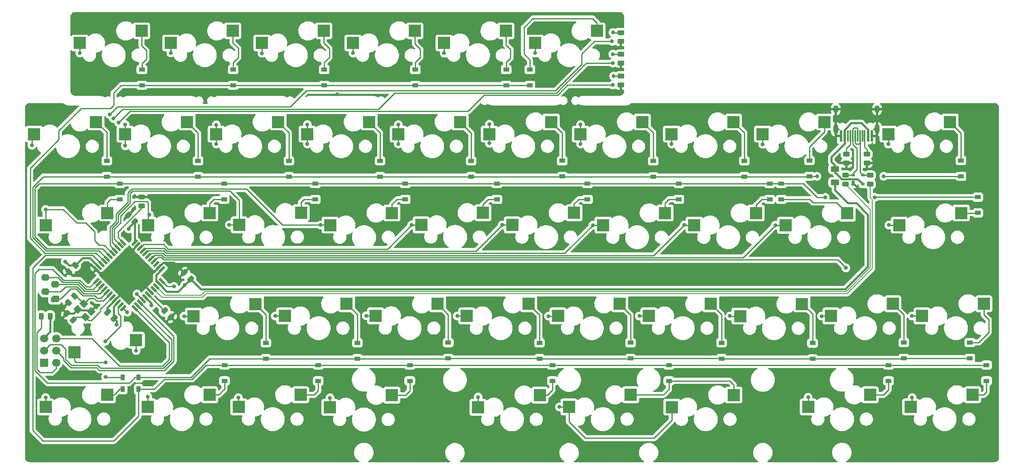
<source format=gbr>
G04 #@! TF.GenerationSoftware,KiCad,Pcbnew,(6.0.1-0)*
G04 #@! TF.CreationDate,2022-03-04T22:26:11-07:00*
G04 #@! TF.ProjectId,qazivan_m,71617a69-7661-46e5-9f6d-2e6b69636164,rev?*
G04 #@! TF.SameCoordinates,Original*
G04 #@! TF.FileFunction,Copper,L2,Bot*
G04 #@! TF.FilePolarity,Positive*
%FSLAX46Y46*%
G04 Gerber Fmt 4.6, Leading zero omitted, Abs format (unit mm)*
G04 Created by KiCad (PCBNEW (6.0.1-0)) date 2022-03-04 22:26:11*
%MOMM*%
%LPD*%
G01*
G04 APERTURE LIST*
G04 Aperture macros list*
%AMRoundRect*
0 Rectangle with rounded corners*
0 $1 Rounding radius*
0 $2 $3 $4 $5 $6 $7 $8 $9 X,Y pos of 4 corners*
0 Add a 4 corners polygon primitive as box body*
4,1,4,$2,$3,$4,$5,$6,$7,$8,$9,$2,$3,0*
0 Add four circle primitives for the rounded corners*
1,1,$1+$1,$2,$3*
1,1,$1+$1,$4,$5*
1,1,$1+$1,$6,$7*
1,1,$1+$1,$8,$9*
0 Add four rect primitives between the rounded corners*
20,1,$1+$1,$2,$3,$4,$5,0*
20,1,$1+$1,$4,$5,$6,$7,0*
20,1,$1+$1,$6,$7,$8,$9,0*
20,1,$1+$1,$8,$9,$2,$3,0*%
%AMRotRect*
0 Rectangle, with rotation*
0 The origin of the aperture is its center*
0 $1 length*
0 $2 width*
0 $3 Rotation angle, in degrees counterclockwise*
0 Add horizontal line*
21,1,$1,$2,0,0,$3*%
%AMFreePoly0*
4,1,23,0.145671,0.855970,0.226777,0.801777,0.626774,0.401779,0.626777,0.401777,0.680970,0.320671,0.700000,0.225000,0.700000,-0.625000,0.680970,-0.720671,0.626777,-0.801777,0.545671,-0.855970,0.450000,-0.875000,-0.450000,-0.875000,-0.545671,-0.855970,-0.626777,-0.801777,-0.680970,-0.720671,-0.700000,-0.625000,-0.700000,0.625000,-0.680970,0.720671,-0.626777,0.801777,-0.545671,0.855970,
-0.450000,0.875000,0.050000,0.875000,0.145671,0.855970,0.145671,0.855970,$1*%
G04 Aperture macros list end*
G04 #@! TA.AperFunction,SMDPad,CuDef*
%ADD10R,2.550000X2.500000*%
G04 #@! TD*
G04 #@! TA.AperFunction,ComponentPad*
%ADD11FreePoly0,90.000000*%
G04 #@! TD*
G04 #@! TA.AperFunction,ComponentPad*
%ADD12O,1.750000X1.400000*%
G04 #@! TD*
G04 #@! TA.AperFunction,SMDPad,CuDef*
%ADD13R,1.200000X0.900000*%
G04 #@! TD*
G04 #@! TA.AperFunction,SMDPad,CuDef*
%ADD14R,0.900000X1.200000*%
G04 #@! TD*
G04 #@! TA.AperFunction,SMDPad,CuDef*
%ADD15RoundRect,0.243750X0.243750X0.456250X-0.243750X0.456250X-0.243750X-0.456250X0.243750X-0.456250X0*%
G04 #@! TD*
G04 #@! TA.AperFunction,ComponentPad*
%ADD16C,1.700000*%
G04 #@! TD*
G04 #@! TA.AperFunction,ComponentPad*
%ADD17R,1.700000X1.700000*%
G04 #@! TD*
G04 #@! TA.AperFunction,SMDPad,CuDef*
%ADD18RotRect,1.400000X1.200000X315.000000*%
G04 #@! TD*
G04 #@! TA.AperFunction,SMDPad,CuDef*
%ADD19RoundRect,0.243750X-0.494975X-0.150260X-0.150260X-0.494975X0.494975X0.150260X0.150260X0.494975X0*%
G04 #@! TD*
G04 #@! TA.AperFunction,SMDPad,CuDef*
%ADD20RoundRect,0.243750X0.494975X0.150260X0.150260X0.494975X-0.494975X-0.150260X-0.150260X-0.494975X0*%
G04 #@! TD*
G04 #@! TA.AperFunction,SMDPad,CuDef*
%ADD21RoundRect,0.243750X-0.456250X0.243750X-0.456250X-0.243750X0.456250X-0.243750X0.456250X0.243750X0*%
G04 #@! TD*
G04 #@! TA.AperFunction,SMDPad,CuDef*
%ADD22RotRect,1.500000X0.550000X135.000000*%
G04 #@! TD*
G04 #@! TA.AperFunction,SMDPad,CuDef*
%ADD23RotRect,1.500000X0.550000X45.000000*%
G04 #@! TD*
G04 #@! TA.AperFunction,SMDPad,CuDef*
%ADD24RoundRect,0.243750X-0.150260X0.494975X-0.494975X0.150260X0.150260X-0.494975X0.494975X-0.150260X0*%
G04 #@! TD*
G04 #@! TA.AperFunction,SMDPad,CuDef*
%ADD25RoundRect,0.243750X0.456250X-0.243750X0.456250X0.243750X-0.456250X0.243750X-0.456250X-0.243750X0*%
G04 #@! TD*
G04 #@! TA.AperFunction,SMDPad,CuDef*
%ADD26R,0.600000X2.450000*%
G04 #@! TD*
G04 #@! TA.AperFunction,SMDPad,CuDef*
%ADD27R,0.300000X2.450000*%
G04 #@! TD*
G04 #@! TA.AperFunction,ComponentPad*
%ADD28O,1.000000X2.100000*%
G04 #@! TD*
G04 #@! TA.AperFunction,ComponentPad*
%ADD29O,1.000000X1.600000*%
G04 #@! TD*
G04 #@! TA.AperFunction,SMDPad,CuDef*
%ADD30R,0.700000X1.000000*%
G04 #@! TD*
G04 #@! TA.AperFunction,SMDPad,CuDef*
%ADD31R,0.700000X0.600000*%
G04 #@! TD*
G04 #@! TA.AperFunction,SMDPad,CuDef*
%ADD32RoundRect,0.250000X0.625000X-0.375000X0.625000X0.375000X-0.625000X0.375000X-0.625000X-0.375000X0*%
G04 #@! TD*
G04 #@! TA.AperFunction,SMDPad,CuDef*
%ADD33RoundRect,0.250000X0.512652X0.159099X0.159099X0.512652X-0.512652X-0.159099X-0.159099X-0.512652X0*%
G04 #@! TD*
G04 #@! TA.AperFunction,SMDPad,CuDef*
%ADD34RoundRect,0.250000X-0.450000X0.262500X-0.450000X-0.262500X0.450000X-0.262500X0.450000X0.262500X0*%
G04 #@! TD*
G04 #@! TA.AperFunction,ViaPad*
%ADD35C,0.800000*%
G04 #@! TD*
G04 #@! TA.AperFunction,Conductor*
%ADD36C,0.381000*%
G04 #@! TD*
G04 #@! TA.AperFunction,Conductor*
%ADD37C,0.250000*%
G04 #@! TD*
G04 #@! TA.AperFunction,Conductor*
%ADD38C,0.200000*%
G04 #@! TD*
G04 APERTURE END LIST*
D10*
X37790000Y-58985000D03*
X50717000Y-56445000D03*
X56836640Y-58985000D03*
X69763640Y-56445000D03*
X75890000Y-58985000D03*
X88817000Y-56445000D03*
X94940000Y-58985000D03*
X107867000Y-56445000D03*
X113965000Y-58985000D03*
X126892000Y-56445000D03*
X133015000Y-58985000D03*
X145942000Y-56445000D03*
X152090000Y-58985000D03*
X165017000Y-56445000D03*
X171140000Y-58985000D03*
X184067000Y-56445000D03*
X190190000Y-58985000D03*
X203117000Y-56445000D03*
X216450607Y-58985000D03*
X229377607Y-56445000D03*
X61615000Y-78035000D03*
X74542000Y-75495000D03*
X80690000Y-77985000D03*
X93617000Y-75445000D03*
X99715000Y-78035000D03*
X112642000Y-75495000D03*
X118765000Y-77985000D03*
X131692000Y-75445000D03*
X175890000Y-78035000D03*
X188817000Y-75495000D03*
X194965000Y-78060000D03*
X207892000Y-75520000D03*
X218775000Y-78035000D03*
X231702000Y-75495000D03*
X59135000Y-102140000D03*
X46208000Y-104680000D03*
X71140000Y-97085000D03*
X84067000Y-94545000D03*
X90215000Y-97060000D03*
X103142000Y-94520000D03*
X109240000Y-97053400D03*
X122167000Y-94513400D03*
X128290000Y-97060000D03*
X141217000Y-94520000D03*
X147365000Y-97060000D03*
X160292000Y-94520000D03*
X166390000Y-97060000D03*
X179317000Y-94520000D03*
X185465000Y-97085000D03*
X198392000Y-94545000D03*
X223533796Y-97060000D03*
X236460796Y-94520000D03*
X40187474Y-116110000D03*
X53114474Y-113570000D03*
X61585000Y-116110000D03*
X74512000Y-113570000D03*
X221169332Y-116110000D03*
X234096332Y-113570000D03*
X137815000Y-78010000D03*
X150742000Y-75470000D03*
X40190000Y-78035000D03*
X53117000Y-75495000D03*
X156840000Y-78035000D03*
X169767000Y-75495000D03*
X149663632Y-116109450D03*
X162590632Y-113569450D03*
X80615000Y-116110000D03*
X93542000Y-113570000D03*
X99690000Y-116185000D03*
X112617000Y-113645000D03*
X199715000Y-116110000D03*
X212642000Y-113570000D03*
X171190000Y-116135000D03*
X184117000Y-113595000D03*
X130675115Y-116160000D03*
X143602115Y-113620000D03*
D11*
X42125000Y-93470000D03*
D12*
X40125000Y-91970000D03*
X42125000Y-90470000D03*
X40125000Y-88970000D03*
D10*
X142605000Y-39920000D03*
X155532000Y-37380000D03*
X47345000Y-39920000D03*
X60272000Y-37380000D03*
X66395000Y-39920000D03*
X79322000Y-37380000D03*
X123555000Y-39920000D03*
X136482000Y-37380000D03*
X104505000Y-39920000D03*
X117432000Y-37380000D03*
X204495000Y-97060000D03*
X217422000Y-94520000D03*
X85445000Y-39920000D03*
X98372000Y-37380000D03*
D13*
X52975000Y-67875000D03*
X52975000Y-64575000D03*
X72069960Y-67898280D03*
X72069960Y-64598280D03*
X91094560Y-67898280D03*
X91094560Y-64598280D03*
X110149640Y-67898280D03*
X110149640Y-64598280D03*
X129204720Y-67898280D03*
X129204720Y-64598280D03*
X167294560Y-67908440D03*
X167294560Y-64608440D03*
X186350000Y-67875000D03*
X186350000Y-64575000D03*
X199975000Y-67825000D03*
X199975000Y-64525000D03*
X231680000Y-67820000D03*
X231680000Y-64520000D03*
X194078521Y-69350000D03*
X194078521Y-72650000D03*
X235210000Y-72190000D03*
X235210000Y-75490000D03*
X86273640Y-105993200D03*
X86273640Y-102693200D03*
X105404920Y-105993200D03*
X105404920Y-102693200D03*
X124409200Y-105947480D03*
X124409200Y-102647480D03*
X143510000Y-105993200D03*
X143510000Y-102693200D03*
X162544760Y-105967800D03*
X162544760Y-102667800D03*
X200619360Y-106028760D03*
X200619360Y-102728760D03*
X233529879Y-105920000D03*
X233529879Y-102620000D03*
D14*
X59620000Y-112390000D03*
X56320000Y-112390000D03*
D13*
X77600000Y-107350000D03*
X77600000Y-110650000D03*
X146207535Y-107350000D03*
X146207535Y-110650000D03*
X237020000Y-107350000D03*
X237020000Y-110650000D03*
D15*
X41137500Y-97100000D03*
X39262500Y-97100000D03*
D16*
X42404576Y-101785802D03*
X39864576Y-101785802D03*
X42404576Y-104325802D03*
X39864576Y-104325802D03*
X42404576Y-106865802D03*
D17*
X39864576Y-106865802D03*
D18*
X48133223Y-94511142D03*
X49688858Y-96066777D03*
X48486777Y-97268858D03*
X46931142Y-95713223D03*
D13*
X181575000Y-105975000D03*
X181575000Y-102675000D03*
D19*
X65077087Y-95967087D03*
X66402913Y-97292913D03*
D20*
X70492913Y-89342913D03*
X69167087Y-88017087D03*
D21*
X60290000Y-72120747D03*
X60290000Y-73995747D03*
D20*
X45982913Y-97872913D03*
X44657087Y-96547087D03*
D13*
X97210000Y-107350000D03*
X97210000Y-110650000D03*
X216520000Y-107350000D03*
X216520000Y-110650000D03*
X116377956Y-107350000D03*
X116377956Y-110650000D03*
D22*
X64478461Y-89743245D03*
X63912775Y-90308930D03*
X63347090Y-90874615D03*
X62781405Y-91440301D03*
X62215719Y-92005986D03*
X61650034Y-92571672D03*
X61084348Y-93137357D03*
X60518663Y-93703043D03*
X59952977Y-94268728D03*
X59387292Y-94834413D03*
X58821607Y-95400099D03*
D23*
X56417443Y-95400099D03*
X55851758Y-94834413D03*
X55286073Y-94268728D03*
X54720387Y-93703043D03*
X54154702Y-93137357D03*
X53589016Y-92571672D03*
X53023331Y-92005986D03*
X52457645Y-91440301D03*
X51891960Y-90874615D03*
X51326275Y-90308930D03*
X50760589Y-89743245D03*
D22*
X50760589Y-87339081D03*
X51326275Y-86773396D03*
X51891960Y-86207711D03*
X52457645Y-85642025D03*
X53023331Y-85076340D03*
X53589016Y-84510654D03*
X54154702Y-83944969D03*
X54720387Y-83379283D03*
X55286073Y-82813598D03*
X55851758Y-82247913D03*
X56417443Y-81682227D03*
D23*
X58821607Y-81682227D03*
X59387292Y-82247913D03*
X59952977Y-82813598D03*
X60518663Y-83379283D03*
X61084348Y-83944969D03*
X61650034Y-84510654D03*
X62215719Y-85076340D03*
X62781405Y-85642025D03*
X63347090Y-86207711D03*
X63912775Y-86773396D03*
X64478461Y-87339081D03*
D20*
X58802913Y-77282913D03*
X57477087Y-75957087D03*
D24*
X46362913Y-86477087D03*
X45037087Y-87802913D03*
D13*
X170563232Y-107350000D03*
X170563232Y-110650000D03*
X148260000Y-67870000D03*
X148260000Y-64570000D03*
D25*
X207703412Y-65046820D03*
X207703412Y-63171820D03*
X207479892Y-69456260D03*
X207479892Y-67581260D03*
X212676732Y-69466420D03*
X212676732Y-67591420D03*
X211973652Y-65046820D03*
X211973652Y-63171820D03*
D26*
X206561729Y-59370000D03*
X207336729Y-59370000D03*
D27*
X208036729Y-59370000D03*
X208536729Y-59370000D03*
X209036729Y-59370000D03*
X209536729Y-59370000D03*
X210036729Y-59370000D03*
X210536729Y-59370000D03*
X211036729Y-59370000D03*
X211536729Y-59370000D03*
D26*
X212236729Y-59370000D03*
X213011729Y-59370000D03*
D28*
X214106729Y-57955000D03*
D29*
X205466729Y-53775000D03*
D28*
X205466729Y-57955000D03*
D29*
X214106729Y-53775000D03*
D30*
X209126572Y-69278920D03*
D31*
X209126572Y-67578920D03*
X211126572Y-67578920D03*
X211126572Y-69478920D03*
D13*
X55700000Y-69350000D03*
X55700000Y-72650000D03*
X77519327Y-69350000D03*
X77519327Y-72650000D03*
X96593177Y-69350000D03*
X96593177Y-72650000D03*
X115422227Y-69350000D03*
X115422227Y-72650000D03*
X134595938Y-69350000D03*
X134595938Y-72650000D03*
X153539344Y-69350000D03*
X153539344Y-72650000D03*
X172656675Y-69350000D03*
X172656675Y-72650000D03*
X191643562Y-69350000D03*
X191643562Y-72650000D03*
D32*
X205298652Y-69091000D03*
X205298652Y-66291000D03*
D14*
X59640000Y-109880000D03*
X56340000Y-109880000D03*
D24*
X46262913Y-92917087D03*
X44937087Y-94242913D03*
D33*
X54551751Y-97581751D03*
X53208249Y-96238249D03*
D13*
X98480000Y-48770000D03*
X98480000Y-45470000D03*
X219710000Y-105920000D03*
X219710000Y-102620000D03*
X60330000Y-48770000D03*
X60330000Y-45470000D03*
D34*
X160490000Y-42260234D03*
X160490000Y-44085234D03*
D13*
X117550000Y-48770000D03*
X117550000Y-45470000D03*
X79410000Y-48770000D03*
X79410000Y-45470000D03*
X136550000Y-48770000D03*
X136550000Y-45470000D03*
D34*
X160490000Y-37741093D03*
X160490000Y-39566093D03*
X160520000Y-46841999D03*
X160520000Y-48666999D03*
D13*
X141498473Y-48770000D03*
X141498473Y-45470000D03*
D35*
X38760000Y-54060000D03*
X53088249Y-96218249D03*
X59410000Y-89010000D03*
X147850000Y-37030000D03*
X210300000Y-70760000D03*
X101170000Y-50650000D03*
X115620000Y-82240000D03*
X206150000Y-64090000D03*
X156540000Y-46070000D03*
X66050000Y-88790000D03*
X38600000Y-111000000D03*
X44060000Y-81770000D03*
X84030000Y-50140000D03*
X51650000Y-78010000D03*
X58640000Y-72110000D03*
X65590000Y-81040000D03*
X153970000Y-49950000D03*
X63787973Y-104352533D03*
X58590000Y-74660000D03*
X43020000Y-99020000D03*
X57610000Y-80390000D03*
X156940000Y-41910000D03*
X80900000Y-88790000D03*
X84670000Y-75120000D03*
X42160000Y-110040000D03*
X56380000Y-45880000D03*
X95660000Y-80890000D03*
X42350000Y-71990000D03*
X161580000Y-110770000D03*
X49010000Y-100670000D03*
X52190000Y-121240000D03*
X61230000Y-80590000D03*
X69240000Y-90600000D03*
X55020000Y-98930000D03*
X62330000Y-94880000D03*
X57530000Y-78820000D03*
X44300000Y-85690000D03*
X215510148Y-67818000D03*
X201549000Y-67825000D03*
X213614000Y-72225000D03*
X203275000Y-72225000D03*
X52720000Y-109830000D03*
X52720000Y-106806460D03*
X52670000Y-102380000D03*
X40190000Y-74760000D03*
X59130000Y-104290000D03*
X37338000Y-61328000D03*
X40190000Y-114130000D03*
X56830000Y-56990000D03*
X61590000Y-114000000D03*
X61930000Y-75890000D03*
X56840000Y-61420000D03*
X69150000Y-97090000D03*
X47350000Y-42020000D03*
X80500000Y-114150000D03*
X75890000Y-61050000D03*
X75890000Y-57050000D03*
X88230000Y-97060000D03*
X78600000Y-77980000D03*
X66390000Y-41980000D03*
X99675000Y-114200000D03*
X94950000Y-56990000D03*
X97720000Y-78030000D03*
X85450000Y-42070000D03*
X107260000Y-97000000D03*
X94940000Y-61060000D03*
X104500000Y-42030000D03*
X116770000Y-77980000D03*
X113980000Y-57000000D03*
X113970000Y-61050000D03*
X130675000Y-114025000D03*
X126300000Y-97060000D03*
X142600000Y-42030000D03*
X152090000Y-61060000D03*
X152100000Y-57010000D03*
X164380000Y-97060000D03*
X154680000Y-78040000D03*
X199700000Y-114100000D03*
X173780000Y-78030000D03*
X171140000Y-61060000D03*
X183340000Y-97080000D03*
X190190000Y-61100000D03*
X202525000Y-97085000D03*
X192840000Y-78060000D03*
X216600000Y-78030000D03*
X221430000Y-114160000D03*
X207595000Y-86995000D03*
X221430000Y-97060000D03*
X216450000Y-61090000D03*
X133020000Y-60920000D03*
X123560000Y-42040000D03*
X133020000Y-56910000D03*
X145380000Y-97090000D03*
X135700000Y-78010000D03*
X147675000Y-116100000D03*
X158880000Y-37710000D03*
X159020000Y-46830000D03*
X158840000Y-42230000D03*
X57270000Y-96270000D03*
X53570000Y-54890000D03*
X158700000Y-39570000D03*
X158830000Y-48710000D03*
X67030000Y-90860000D03*
X55430000Y-56550000D03*
X158840000Y-44110000D03*
X54370000Y-55710000D03*
X59290000Y-92470000D03*
D36*
X48510000Y-86340000D02*
X46440000Y-88410000D01*
X59410000Y-89200267D02*
X59410000Y-89010000D01*
X59410000Y-89010000D02*
X61676171Y-89010000D01*
X57477087Y-75772913D02*
X58590000Y-74660000D01*
X56060000Y-87990000D02*
X57270000Y-89200000D01*
X64826171Y-85860000D02*
X67010000Y-85860000D01*
X57477087Y-75957087D02*
X57477087Y-75772913D01*
X50760589Y-87339081D02*
X51411508Y-87990000D01*
X48620000Y-86230000D02*
X49651508Y-86230000D01*
D37*
X62419525Y-92445133D02*
X61650034Y-91675642D01*
D36*
X53088249Y-96218249D02*
X53088249Y-95335181D01*
X57270000Y-89200000D02*
X59220000Y-89200000D01*
X53088249Y-95335181D02*
X54720387Y-93703043D01*
X61475710Y-91265977D02*
X62215719Y-92005986D01*
X210300000Y-70760000D02*
X210300000Y-70452348D01*
X58250000Y-88000000D02*
X59260000Y-89010000D01*
X63912775Y-86773396D02*
X64826171Y-85860000D01*
X51411508Y-87990000D02*
X56060000Y-87990000D01*
X59220000Y-89200000D02*
X59410000Y-89010000D01*
X61676171Y-89010000D02*
X63912775Y-86773396D01*
X48510000Y-86340000D02*
X48620000Y-86230000D01*
X49651508Y-86230000D02*
X50760589Y-87339081D01*
X46440000Y-88410000D02*
X46440000Y-88420000D01*
X54720387Y-93703043D02*
X59410000Y-89013430D01*
X67010000Y-85860000D02*
X69167087Y-88017087D01*
X44657087Y-96547087D02*
X46097278Y-96547087D01*
X62215719Y-92005986D02*
X59410000Y-89200267D01*
X59260000Y-89010000D02*
X59410000Y-89010000D01*
X45654174Y-88420000D02*
X45037087Y-87802913D01*
X46440000Y-88420000D02*
X45654174Y-88420000D01*
X58250000Y-83385205D02*
X58250000Y-88000000D01*
X59387292Y-82247913D02*
X58250000Y-83385205D01*
X46097278Y-96547087D02*
X46931142Y-95713223D01*
X47038320Y-95820401D02*
X49442482Y-95820401D01*
X59410000Y-89013430D02*
X59410000Y-89010000D01*
X210300000Y-70452348D02*
X209126572Y-69278920D01*
D37*
X49274365Y-93370000D02*
X50320000Y-93370000D01*
X46539168Y-92917087D02*
X48133223Y-94511142D01*
X50850000Y-93900000D02*
X52260688Y-93900000D01*
X48133223Y-94511142D02*
X49274365Y-93370000D01*
X50320000Y-93370000D02*
X50850000Y-93900000D01*
X52260688Y-93900000D02*
X53589016Y-92571672D01*
X45982913Y-97872913D02*
X46586968Y-97268858D01*
X49217919Y-98000000D02*
X49770000Y-98000000D01*
X48486777Y-97268858D02*
X49217919Y-98000000D01*
X51680000Y-95612059D02*
X54154702Y-93137357D01*
X49770000Y-98000000D02*
X51680000Y-96090000D01*
X51680000Y-96090000D02*
X51680000Y-95612059D01*
X46586968Y-97268858D02*
X48486777Y-97268858D01*
X65045449Y-95967087D02*
X61650034Y-92571672D01*
X65077087Y-95967087D02*
X65045449Y-95967087D01*
D36*
X41137500Y-97100000D02*
X41137500Y-100322500D01*
X69240000Y-90600000D02*
X67880000Y-91960000D01*
X207453626Y-91459490D02*
X72609490Y-91459490D01*
X58821607Y-77301607D02*
X58821607Y-81682227D01*
X57530000Y-78820000D02*
X57530000Y-78555826D01*
X67880000Y-91960000D02*
X65563845Y-91960000D01*
X47940000Y-84900000D02*
X46362913Y-86477087D01*
X65563845Y-91960000D02*
X63912775Y-90308930D01*
X49210000Y-84900000D02*
X47940000Y-84900000D01*
X49210000Y-84900000D02*
X49452879Y-84900000D01*
X62330000Y-94383009D02*
X61084348Y-93137357D01*
X49452879Y-84900000D02*
X51326275Y-86773396D01*
X55020000Y-98150000D02*
X54431751Y-97561751D01*
X208030000Y-73440000D02*
X209770000Y-73440000D01*
X54431751Y-97561751D02*
X54431751Y-95123050D01*
X45087087Y-86477087D02*
X44300000Y-85690000D01*
X63363657Y-88453885D02*
X64478461Y-87339081D01*
X212193970Y-75863970D02*
X212193970Y-86719146D01*
X70492913Y-89347087D02*
X69240000Y-90600000D01*
X46362913Y-86477087D02*
X45087087Y-86477087D01*
X205298652Y-69091000D02*
X205298652Y-70708652D01*
X209770000Y-73440000D02*
X212193970Y-75863970D01*
X72609490Y-91459490D02*
X70492913Y-89342913D01*
X62330000Y-94880000D02*
X62330000Y-94383009D01*
X57530000Y-78555826D02*
X58802913Y-77282913D01*
X205298652Y-70708652D02*
X208030000Y-73440000D01*
X39864576Y-101595424D02*
X41137500Y-100322500D01*
X212193970Y-86719146D02*
X207453626Y-91459490D01*
X54431751Y-95123050D02*
X55286073Y-94268728D01*
X63912775Y-90308930D02*
X63363657Y-89759812D01*
X63363657Y-89759812D02*
X63363657Y-88453885D01*
X58802913Y-77282913D02*
X58821607Y-77301607D01*
X70492913Y-89342913D02*
X70492913Y-89347087D01*
X55020000Y-98930000D02*
X55020000Y-98150000D01*
D37*
X50795000Y-56445000D02*
X50717000Y-56445000D01*
X52975000Y-58625000D02*
X52975000Y-64575000D01*
X52975000Y-58625000D02*
X50795000Y-56445000D01*
X52975000Y-67875000D02*
X72046680Y-67875000D01*
X148298440Y-67908440D02*
X148260000Y-67870000D01*
X199925000Y-67875000D02*
X199975000Y-67825000D01*
X51394850Y-83447859D02*
X53023331Y-85076340D01*
X40267859Y-83447859D02*
X50572141Y-83447859D01*
X186350000Y-67875000D02*
X167328000Y-67875000D01*
X37465000Y-70104000D02*
X37465000Y-80645000D01*
X199975000Y-67825000D02*
X201549000Y-67825000D01*
X215512148Y-67820000D02*
X215510148Y-67818000D01*
X129204720Y-67898280D02*
X148231720Y-67898280D01*
X52975000Y-67875000D02*
X39694000Y-67875000D01*
X148231720Y-67898280D02*
X148260000Y-67870000D01*
X72069960Y-67898280D02*
X91094560Y-67898280D01*
X50572141Y-83447859D02*
X51394850Y-83447859D01*
X91094560Y-67898280D02*
X110149640Y-67898280D01*
X231680000Y-67820000D02*
X215512148Y-67820000D01*
X72046680Y-67875000D02*
X72069960Y-67898280D01*
X186350000Y-67875000D02*
X199925000Y-67875000D01*
X39694000Y-67875000D02*
X37465000Y-70104000D01*
X37465000Y-80645000D02*
X40267859Y-83447859D01*
X110149640Y-67898280D02*
X129204720Y-67898280D01*
X167294560Y-67908440D02*
X148298440Y-67908440D01*
X72069960Y-64598280D02*
X72069960Y-58751320D01*
X72069960Y-58751320D02*
X69763640Y-56445000D01*
X91094560Y-58722560D02*
X88817000Y-56445000D01*
X91094560Y-64598280D02*
X91094560Y-58722560D01*
X110149640Y-64598280D02*
X110149640Y-58727640D01*
X110149640Y-58727640D02*
X107867000Y-56445000D01*
X129204720Y-64598280D02*
X129204720Y-58757720D01*
X129204720Y-58757720D02*
X126892000Y-56445000D01*
X148260000Y-58763000D02*
X145942000Y-56445000D01*
X148260000Y-64570000D02*
X148260000Y-58763000D01*
X167294560Y-64608440D02*
X167294560Y-58722560D01*
X167294560Y-58722560D02*
X165017000Y-56445000D01*
X186350000Y-64575000D02*
X186350000Y-58728000D01*
X186350000Y-58728000D02*
X184067000Y-56445000D01*
X199975000Y-64525000D02*
X199975000Y-61625000D01*
X199975000Y-61625000D02*
X203117000Y-58483000D01*
X203117000Y-58483000D02*
X203117000Y-56445000D01*
X231680000Y-58747393D02*
X229377607Y-56445000D01*
X231680000Y-64520000D02*
X231680000Y-58747393D01*
X53790000Y-72650000D02*
X53117000Y-73323000D01*
X53117000Y-73323000D02*
X53621401Y-72818599D01*
X55700000Y-72650000D02*
X53790000Y-72650000D01*
X53117000Y-75495000D02*
X53117000Y-73323000D01*
X75360000Y-72650000D02*
X74542000Y-73468000D01*
X77519327Y-72650000D02*
X75360000Y-72650000D01*
X74542000Y-73468000D02*
X74542000Y-75495000D01*
X93617000Y-75445000D02*
X93617000Y-73283000D01*
X94250000Y-72650000D02*
X96593177Y-72650000D01*
X93617000Y-73283000D02*
X94250000Y-72650000D01*
X52073362Y-82995000D02*
X53589016Y-84510654D01*
X51755000Y-82995000D02*
X52073362Y-82995000D01*
X201565000Y-72225000D02*
X203275000Y-72225000D01*
X191643562Y-69350000D02*
X194078521Y-69350000D01*
X213649000Y-72190000D02*
X213614000Y-72225000D01*
X115422227Y-69350000D02*
X134595938Y-69350000D01*
X55700000Y-69350000D02*
X38854718Y-69350000D01*
X40451410Y-82995000D02*
X51755000Y-82995000D01*
X55700000Y-69350000D02*
X77519327Y-69350000D01*
X77519327Y-69350000D02*
X96593177Y-69350000D01*
X37915010Y-80458600D02*
X40451410Y-82995000D01*
X96593177Y-69350000D02*
X115422227Y-69350000D01*
X153539344Y-69350000D02*
X172656675Y-69350000D01*
X37915010Y-74185010D02*
X37915010Y-80458600D01*
X235210000Y-72190000D02*
X213649000Y-72190000D01*
X37915010Y-70289708D02*
X37915010Y-74185010D01*
X38854718Y-69350000D02*
X37915010Y-70289708D01*
X194078521Y-69350000D02*
X198690000Y-69350000D01*
X198690000Y-69350000D02*
X201565000Y-72225000D01*
X172656675Y-69350000D02*
X191643562Y-69350000D01*
X134595938Y-69350000D02*
X153539344Y-69350000D01*
X113700000Y-72650000D02*
X115422227Y-72650000D01*
X112642000Y-75495000D02*
X112642000Y-73708000D01*
X112642000Y-73708000D02*
X113700000Y-72650000D01*
X132790000Y-72650000D02*
X134595938Y-72650000D01*
X131692000Y-73748000D02*
X132790000Y-72650000D01*
X131692000Y-75445000D02*
X131692000Y-73748000D01*
X150742000Y-75470000D02*
X150742000Y-73618000D01*
X151710000Y-72650000D02*
X153539344Y-72650000D01*
X150742000Y-73618000D02*
X151710000Y-72650000D01*
X170530000Y-72650000D02*
X172656675Y-72650000D01*
X169767000Y-73413000D02*
X170530000Y-72650000D01*
X169767000Y-75495000D02*
X169767000Y-73413000D01*
X190000000Y-72650000D02*
X191643562Y-72650000D01*
X188817000Y-75495000D02*
X188817000Y-73833000D01*
X188817000Y-73833000D02*
X190000000Y-72650000D01*
X200060000Y-72650000D02*
X200710000Y-73300000D01*
X194078521Y-72650000D02*
X200060000Y-72650000D01*
X200710000Y-73300000D02*
X205672000Y-73300000D01*
X205672000Y-73300000D02*
X207892000Y-75520000D01*
X235205000Y-75495000D02*
X235210000Y-75490000D01*
X231702000Y-75495000D02*
X235205000Y-75495000D01*
X46208000Y-106428000D02*
X46208000Y-104680000D01*
X52720000Y-106806460D02*
X46586460Y-106806460D01*
X56340000Y-109880000D02*
X52770000Y-109880000D01*
X46586460Y-106806460D02*
X46208000Y-106428000D01*
X52770000Y-109880000D02*
X52720000Y-109830000D01*
X84045000Y-94545000D02*
X86273640Y-96773640D01*
X86273640Y-96773640D02*
X86273640Y-102693200D01*
X103170000Y-94520000D02*
X105404920Y-96754920D01*
X105404920Y-96754920D02*
X105404920Y-102693200D01*
X122163400Y-94513400D02*
X124409200Y-96759200D01*
X124409200Y-96759200D02*
X124409200Y-102647480D01*
X50760589Y-89743245D02*
X49533834Y-90970000D01*
X59640000Y-109880000D02*
X70610000Y-109880000D01*
X219710000Y-105920000D02*
X233529879Y-105920000D01*
X70610000Y-109880000D02*
X74496800Y-105993200D01*
X40590000Y-111130000D02*
X37915010Y-108455010D01*
X37915010Y-108455010D02*
X37915010Y-88155010D01*
X57640000Y-111130000D02*
X40590000Y-111130000D01*
X58890000Y-109880000D02*
X57640000Y-111130000D01*
X124409200Y-105947480D02*
X143464280Y-105947480D01*
X219601240Y-106028760D02*
X219710000Y-105920000D01*
X181575000Y-105975000D02*
X200565600Y-105975000D01*
X47350960Y-89570960D02*
X43970960Y-89570960D01*
X200619360Y-106028760D02*
X219601240Y-106028760D01*
X162519360Y-105993200D02*
X162544760Y-105967800D01*
X59640000Y-109880000D02*
X58890000Y-109880000D01*
X38790020Y-87280000D02*
X37915010Y-88155010D01*
X143464280Y-105947480D02*
X143510000Y-105993200D01*
X41680000Y-87280000D02*
X38790020Y-87280000D01*
X105404920Y-105993200D02*
X124363480Y-105993200D01*
X49533834Y-90970000D02*
X48750000Y-90970000D01*
X48750000Y-90970000D02*
X47350960Y-89570960D01*
X143510000Y-105993200D02*
X162519360Y-105993200D01*
X200565600Y-105975000D02*
X200619360Y-106028760D01*
X181567800Y-105967800D02*
X181575000Y-105975000D01*
X43970960Y-89570960D02*
X41680000Y-87280000D01*
X162544760Y-105967800D02*
X181567800Y-105967800D01*
X86273640Y-105993200D02*
X105404920Y-105993200D01*
X74496800Y-105993200D02*
X86273640Y-105993200D01*
X124363480Y-105993200D02*
X124409200Y-105947480D01*
X143510000Y-96885000D02*
X143510000Y-102693200D01*
X141145000Y-94520000D02*
X143510000Y-96885000D01*
X160220000Y-94520000D02*
X162544760Y-96844760D01*
X162544760Y-96844760D02*
X162544760Y-102667800D01*
X181575000Y-96775000D02*
X181575000Y-102675000D01*
X179320000Y-94520000D02*
X181575000Y-96775000D01*
X198392000Y-94545000D02*
X198545000Y-94545000D01*
X200619360Y-96619360D02*
X200619360Y-102728760D01*
X198545000Y-94545000D02*
X200619360Y-96619360D01*
X54510000Y-113570000D02*
X55690000Y-112390000D01*
X53114474Y-113570000D02*
X54510000Y-113570000D01*
X55690000Y-112390000D02*
X56320000Y-112390000D01*
X77600000Y-110650000D02*
X77600000Y-112360000D01*
X77600000Y-112360000D02*
X76390000Y-113570000D01*
X76390000Y-113570000D02*
X74512000Y-113570000D01*
X96380000Y-113570000D02*
X97210000Y-112740000D01*
X93542000Y-113570000D02*
X96380000Y-113570000D01*
X97210000Y-112740000D02*
X97210000Y-110650000D01*
X115455000Y-113645000D02*
X116377956Y-112722044D01*
X116377956Y-112722044D02*
X116377956Y-110650000D01*
X112617000Y-113645000D02*
X115455000Y-113645000D01*
X146207535Y-112542465D02*
X146207535Y-110650000D01*
X143602115Y-113620000D02*
X145130000Y-113620000D01*
X145130000Y-113620000D02*
X146207535Y-112542465D01*
X39652200Y-123218200D02*
X37465000Y-121031000D01*
X50031148Y-84346899D02*
X51891960Y-86207711D01*
X116377956Y-107350000D02*
X97210000Y-107350000D01*
X59620000Y-118056400D02*
X54458200Y-123218200D01*
X54458200Y-123218200D02*
X39652200Y-123218200D01*
X73775718Y-107350000D02*
X70796197Y-110329520D01*
X116377956Y-107350000D02*
X146207535Y-107350000D01*
X59620000Y-112390000D02*
X59620000Y-118056400D01*
X170563232Y-107350000D02*
X146207535Y-107350000D01*
X77600000Y-107350000D02*
X73775718Y-107350000D01*
X37465000Y-121031000D02*
X37465000Y-86995000D01*
X70796197Y-110329520D02*
X64980480Y-110329520D01*
X62920000Y-112390000D02*
X59620000Y-112390000D01*
X97210000Y-107350000D02*
X77600000Y-107350000D01*
X237020000Y-107350000D02*
X216520000Y-107350000D01*
X170563232Y-107350000D02*
X216520000Y-107350000D01*
X37465000Y-86995000D02*
X40113101Y-84346899D01*
X64980480Y-110329520D02*
X62920000Y-112390000D01*
X40113101Y-84346899D02*
X50031148Y-84346899D01*
X234096332Y-113570000D02*
X236430000Y-113570000D01*
X236430000Y-113570000D02*
X237020000Y-112980000D01*
X237020000Y-112980000D02*
X237020000Y-110650000D01*
X209536729Y-60894022D02*
X209722707Y-61080000D01*
X209536729Y-59370000D02*
X209536729Y-60894022D01*
X211126572Y-67578920D02*
X212664232Y-67578920D01*
X210536729Y-60806729D02*
X210536729Y-59370000D01*
X210263458Y-61080000D02*
X210536729Y-60806729D01*
X210536729Y-66989077D02*
X210536729Y-59370000D01*
X212664232Y-67578920D02*
X212676732Y-67591420D01*
X209722707Y-61080000D02*
X210263458Y-61080000D01*
X211126572Y-67578920D02*
X210536729Y-66989077D01*
X209850751Y-57660000D02*
X210036729Y-57845978D01*
X210036729Y-57845978D02*
X210036729Y-59370000D01*
X209126572Y-67578920D02*
X207482232Y-67578920D01*
X209036729Y-61103271D02*
X209036729Y-59370000D01*
X209310000Y-57660000D02*
X209850751Y-57660000D01*
X209036729Y-57933271D02*
X209310000Y-57660000D01*
X209890000Y-61956542D02*
X209036729Y-61103271D01*
X209036729Y-59370000D02*
X209036729Y-57933271D01*
X209126572Y-67113428D02*
X209890000Y-66350000D01*
X209126572Y-67578920D02*
X209126572Y-67113428D01*
X209890000Y-66350000D02*
X209890000Y-61956542D01*
X52670000Y-102380000D02*
X55880479Y-99169521D01*
X42404576Y-108035424D02*
X41510000Y-108930000D01*
X38364530Y-108235470D02*
X38364530Y-100495470D01*
X55368139Y-96558139D02*
X55368139Y-95318032D01*
X38364530Y-100495470D02*
X39262500Y-99597500D01*
X55880479Y-97070479D02*
X55368139Y-96558139D01*
X41510000Y-108930000D02*
X39059060Y-108930000D01*
X39262500Y-99597500D02*
X39262500Y-97100000D01*
X55880479Y-99169521D02*
X55880479Y-97070479D01*
X42404576Y-106865802D02*
X42404576Y-108035424D01*
X55368139Y-95318032D02*
X55851758Y-94834413D01*
X39059060Y-108930000D02*
X38364530Y-108235470D01*
X51070000Y-107410000D02*
X51640480Y-107980480D01*
X66530480Y-106303802D02*
X66530480Y-101977601D01*
X66530480Y-101977601D02*
X59387292Y-94834413D01*
X44400000Y-103990000D02*
X44400000Y-106180000D01*
X41140378Y-103050000D02*
X43460000Y-103050000D01*
X43460000Y-103050000D02*
X44400000Y-103990000D01*
X64853802Y-107980480D02*
X66530480Y-106303802D01*
X51640480Y-107980480D02*
X64853802Y-107980480D01*
X39864576Y-104325802D02*
X41140378Y-103050000D01*
X45630000Y-107410000D02*
X51070000Y-107410000D01*
X44400000Y-106180000D02*
X45630000Y-107410000D01*
X66980000Y-101870000D02*
X66980000Y-101295751D01*
X65040000Y-108430000D02*
X51760000Y-108430000D01*
X50859520Y-107859520D02*
X51430000Y-108430000D01*
X43940000Y-106355718D02*
X45443802Y-107859520D01*
X51430000Y-108430000D02*
X51760000Y-108430000D01*
X66980000Y-101295751D02*
X59952977Y-94268728D01*
X42404576Y-104325802D02*
X43940000Y-105861226D01*
X43940000Y-105861226D02*
X43940000Y-106355718D01*
X45443802Y-107859520D02*
X50859520Y-107859520D01*
X66980000Y-101870000D02*
X66980000Y-106490000D01*
X66980000Y-106490000D02*
X65040000Y-108430000D01*
X64667604Y-107530960D02*
X66080960Y-106117604D01*
X55630960Y-107530960D02*
X57659040Y-107530960D01*
X42404576Y-101785802D02*
X49885802Y-101785802D01*
X58840099Y-95400099D02*
X58821607Y-95400099D01*
X57659040Y-107530960D02*
X64667604Y-107530960D01*
X49885802Y-101785802D02*
X55630960Y-107530960D01*
X66080960Y-106117604D02*
X66080960Y-102640960D01*
X66080960Y-102640960D02*
X58840099Y-95400099D01*
X59135000Y-102140000D02*
X59135000Y-104285000D01*
X54154702Y-83944969D02*
X52431851Y-82222118D01*
X37338000Y-61328000D02*
X37338000Y-60582000D01*
X40190000Y-78035000D02*
X40190000Y-74760000D01*
X40190000Y-116107474D02*
X40187474Y-116110000D01*
X46700000Y-77590000D02*
X43870000Y-74760000D01*
X37338000Y-60582000D02*
X37340000Y-60580000D01*
X51402118Y-82222118D02*
X50460000Y-81280000D01*
X50460000Y-81280000D02*
X50460000Y-79450000D01*
X37340000Y-59435000D02*
X37790000Y-58985000D01*
X40190000Y-114130000D02*
X40190000Y-116107474D01*
X50460000Y-79450000D02*
X48600000Y-77590000D01*
X37340000Y-60580000D02*
X37340000Y-59435000D01*
X43870000Y-74760000D02*
X40190000Y-74760000D01*
X48600000Y-77590000D02*
X46700000Y-77590000D01*
X52431851Y-82222118D02*
X51402118Y-82222118D01*
X59135000Y-104285000D02*
X59130000Y-104290000D01*
X61610000Y-75570000D02*
X61610000Y-73320000D01*
X56836640Y-58985000D02*
X56836640Y-61416640D01*
X54539040Y-80935195D02*
X55851758Y-82247913D01*
X55840000Y-77560000D02*
X54539040Y-78860960D01*
X47345000Y-42015000D02*
X47350000Y-42020000D01*
X61350000Y-73060000D02*
X58871436Y-73060000D01*
X58871436Y-73060000D02*
X55840000Y-76091436D01*
X56830000Y-56990000D02*
X56830000Y-58978360D01*
X55840000Y-76091436D02*
X55840000Y-77560000D01*
X56830000Y-58978360D02*
X56836640Y-58985000D01*
X61585000Y-116110000D02*
X61585000Y-114005000D01*
X61615000Y-78035000D02*
X61615000Y-76205000D01*
X61615000Y-76205000D02*
X61930000Y-75890000D01*
X54539040Y-78860960D02*
X54539040Y-80935195D01*
X61930000Y-75890000D02*
X61610000Y-75570000D01*
X69150000Y-97090000D02*
X71135000Y-97090000D01*
X61585000Y-114005000D02*
X61590000Y-114000000D01*
X71135000Y-97090000D02*
X71140000Y-97085000D01*
X61610000Y-73320000D02*
X61350000Y-73060000D01*
X47345000Y-39920000D02*
X47345000Y-42015000D01*
X56836640Y-61416640D02*
X56840000Y-61420000D01*
X78605000Y-77985000D02*
X78600000Y-77980000D01*
X57839520Y-73456198D02*
X55390000Y-75905718D01*
X54089520Y-81617045D02*
X55286073Y-82813598D01*
X55390000Y-77365718D02*
X54089520Y-78666198D01*
X80500000Y-114150000D02*
X80500000Y-115995000D01*
X80690000Y-77985000D02*
X80690000Y-72830000D01*
X80690000Y-72830000D02*
X78769520Y-70909520D01*
X75890000Y-57050000D02*
X75890000Y-58985000D01*
X58416198Y-70909520D02*
X57839520Y-71486198D01*
X66395000Y-41975000D02*
X66390000Y-41980000D01*
X55390000Y-75905718D02*
X55390000Y-77365718D01*
X75890000Y-58985000D02*
X75890000Y-61050000D01*
X78769520Y-70909520D02*
X58416198Y-70909520D01*
X66395000Y-39920000D02*
X66395000Y-41975000D01*
X57839520Y-71486198D02*
X57839520Y-73456198D01*
X88230000Y-97060000D02*
X90215000Y-97060000D01*
X80690000Y-77985000D02*
X78605000Y-77985000D01*
X54089520Y-78666198D02*
X54089520Y-81617045D01*
X80500000Y-115995000D02*
X80615000Y-116110000D01*
X57390000Y-73270000D02*
X54930000Y-75730001D01*
X85445000Y-42065000D02*
X85450000Y-42070000D01*
X109186600Y-97000000D02*
X109240000Y-97053400D01*
X94950000Y-58975000D02*
X94940000Y-58985000D01*
X99710000Y-78030000D02*
X99715000Y-78035000D01*
X97720000Y-78030000D02*
X99710000Y-78030000D01*
X82180000Y-70460000D02*
X58230000Y-70460000D01*
X107260000Y-97000000D02*
X109186600Y-97000000D01*
X94950000Y-56990000D02*
X94950000Y-58975000D01*
X53640000Y-82298896D02*
X54720387Y-83379283D01*
X54930000Y-77190000D02*
X53640000Y-78480000D01*
X99675000Y-114200000D02*
X99675000Y-116170000D01*
X54930000Y-75730001D02*
X54930000Y-77190000D01*
X58230000Y-70460000D02*
X57390000Y-71300000D01*
X99675000Y-116170000D02*
X99690000Y-116185000D01*
X85445000Y-39920000D02*
X85445000Y-42065000D01*
X94940000Y-58985000D02*
X94940000Y-61060000D01*
X57390000Y-71300000D02*
X57390000Y-73270000D01*
X89750000Y-78030000D02*
X82180000Y-70460000D01*
X53640000Y-78480000D02*
X53640000Y-82298896D01*
X97720000Y-78030000D02*
X89750000Y-78030000D01*
X111720000Y-83030000D02*
X81480000Y-83030000D01*
X118760000Y-77980000D02*
X118765000Y-77985000D01*
X126300000Y-97060000D02*
X128290000Y-97060000D01*
X113980000Y-58970000D02*
X113965000Y-58985000D01*
X113980000Y-57000000D02*
X113980000Y-58970000D01*
X116770000Y-77980000D02*
X111720000Y-83030000D01*
X116770000Y-77980000D02*
X118760000Y-77980000D01*
X130675000Y-116159885D02*
X130675115Y-116160000D01*
X130675000Y-114025000D02*
X130675000Y-116159885D01*
X60686575Y-82080000D02*
X64860000Y-82080000D01*
X64860000Y-82080000D02*
X65810000Y-83030000D01*
X104505000Y-42025000D02*
X104500000Y-42030000D01*
X59952977Y-82813598D02*
X60686575Y-82080000D01*
X104505000Y-39920000D02*
X104505000Y-42025000D01*
X113965000Y-58985000D02*
X113965000Y-61045000D01*
X113965000Y-61045000D02*
X113970000Y-61050000D01*
X65810000Y-83030000D02*
X81480000Y-83030000D01*
X154680000Y-78040000D02*
X149460000Y-83260000D01*
X142605000Y-39920000D02*
X142605000Y-42025000D01*
X142605000Y-42025000D02*
X142600000Y-42030000D01*
X152100000Y-57010000D02*
X152100000Y-58975000D01*
X65421435Y-83940000D02*
X64912874Y-83431440D01*
X68460000Y-83940000D02*
X148780000Y-83940000D01*
X61650034Y-83614624D02*
X61650034Y-83579966D01*
X152100000Y-58975000D02*
X152090000Y-58985000D01*
X156840000Y-78035000D02*
X154685000Y-78035000D01*
X61597877Y-83431440D02*
X61084348Y-83944969D01*
X68460000Y-83940000D02*
X65421435Y-83940000D01*
X148780000Y-83940000D02*
X149460000Y-83260000D01*
X154685000Y-78035000D02*
X154680000Y-78040000D01*
X64912874Y-83431440D02*
X61597877Y-83431440D01*
X164380000Y-97060000D02*
X166390000Y-97060000D01*
X152090000Y-58985000D02*
X152090000Y-61060000D01*
X175890000Y-78035000D02*
X173785000Y-78035000D01*
X62279728Y-83880960D02*
X64726677Y-83880960D01*
X65235238Y-84389520D02*
X167420480Y-84389520D01*
X64726677Y-83880960D02*
X65235238Y-84389520D01*
X173785000Y-78035000D02*
X173780000Y-78030000D01*
X199700000Y-114100000D02*
X199700000Y-116095000D01*
X183345000Y-97085000D02*
X183340000Y-97080000D01*
X171140000Y-58985000D02*
X171140000Y-61060000D01*
X185465000Y-97085000D02*
X183345000Y-97085000D01*
X167420480Y-84389520D02*
X173780000Y-78030000D01*
X199700000Y-116095000D02*
X199715000Y-116110000D01*
X61650034Y-84510654D02*
X62279728Y-83880960D01*
X202550000Y-97060000D02*
X202525000Y-97085000D01*
X204495000Y-97060000D02*
X202550000Y-97060000D01*
X186060000Y-84840000D02*
X192840000Y-78060000D01*
X65050000Y-84840000D02*
X186060000Y-84840000D01*
X62961579Y-84330480D02*
X64540480Y-84330480D01*
X190190000Y-58985000D02*
X190190000Y-61100000D01*
X64540480Y-84330480D02*
X65050000Y-84840000D01*
X62215719Y-85076340D02*
X62961579Y-84330480D01*
X194965000Y-78060000D02*
X192840000Y-78060000D01*
X218775000Y-78035000D02*
X216605000Y-78035000D01*
X66640000Y-85290000D02*
X205890000Y-85290000D01*
X221430000Y-97060000D02*
X223533796Y-97060000D01*
X216450607Y-58985000D02*
X216450607Y-61089393D01*
X63643430Y-84780000D02*
X62781405Y-85642025D01*
X64860000Y-85290000D02*
X64350000Y-84780000D01*
X216605000Y-78035000D02*
X216600000Y-78030000D01*
X205890000Y-85290000D02*
X207595000Y-86995000D01*
X64350000Y-84780000D02*
X63643430Y-84780000D01*
X221430000Y-114160000D02*
X221430000Y-115849332D01*
X66640000Y-85290000D02*
X64860000Y-85290000D01*
X216450607Y-61089393D02*
X216450000Y-61090000D01*
X221430000Y-115849332D02*
X221169332Y-116110000D01*
X147675000Y-116100000D02*
X149654182Y-116100000D01*
X133020000Y-58980000D02*
X133015000Y-58985000D01*
X123555000Y-42035000D02*
X123560000Y-42040000D01*
X145380000Y-97090000D02*
X147335000Y-97090000D01*
X123555000Y-39920000D02*
X123555000Y-42035000D01*
X147335000Y-97090000D02*
X147365000Y-97060000D01*
X133015000Y-58985000D02*
X133015000Y-60915000D01*
X65035665Y-82895665D02*
X61002281Y-82895665D01*
X133020000Y-56910000D02*
X133020000Y-58980000D01*
X130230480Y-83479520D02*
X68420480Y-83479520D01*
X65619520Y-83479520D02*
X65035665Y-82895665D01*
X135700000Y-78010000D02*
X130230480Y-83479520D01*
X133015000Y-60915000D02*
X133020000Y-60920000D01*
X61002281Y-82895665D02*
X60518663Y-83379283D01*
X149654182Y-116100000D02*
X149663632Y-116109450D01*
X68420480Y-83479520D02*
X65619520Y-83479520D01*
X149663632Y-116109450D02*
X149663632Y-119188632D01*
X167475000Y-122625000D02*
X171190000Y-118910000D01*
X137815000Y-78010000D02*
X135700000Y-78010000D01*
X171190000Y-118910000D02*
X171190000Y-116135000D01*
X153100000Y-122625000D02*
X167475000Y-122625000D01*
X149663632Y-119188632D02*
X153100000Y-122625000D01*
X207703412Y-62016588D02*
X208536729Y-61183271D01*
X208536729Y-61183271D02*
X208536729Y-59370000D01*
X207703412Y-63171820D02*
X207703412Y-62016588D01*
D38*
X65232955Y-92760480D02*
X63347090Y-90874615D01*
X74750000Y-91950000D02*
X73530480Y-91950000D01*
X72720000Y-92760480D02*
X65232955Y-92760480D01*
X207479892Y-69456260D02*
X207479892Y-69559892D01*
X212684480Y-74764480D02*
X212684480Y-86922320D01*
X207479892Y-69559892D02*
X212684480Y-74764480D01*
X207656800Y-91950000D02*
X74750000Y-91950000D01*
X212684480Y-86922320D02*
X207656800Y-91950000D01*
X73530480Y-91950000D02*
X72720000Y-92760480D01*
X212676732Y-69466420D02*
X212676732Y-72276991D01*
X64501104Y-93160000D02*
X62781405Y-91440301D01*
X211575000Y-88650000D02*
X211575000Y-88668200D01*
X211575000Y-88668200D02*
X207843200Y-92400000D01*
X72960000Y-93160000D02*
X64501104Y-93160000D01*
X213084490Y-72684749D02*
X213084490Y-87140510D01*
X77000000Y-92400000D02*
X73720000Y-92400000D01*
X212676732Y-72276991D02*
X213084490Y-72684749D01*
X73720000Y-92400000D02*
X72960000Y-93160000D01*
X213084490Y-87140510D02*
X211575000Y-88650000D01*
X207843200Y-92400000D02*
X77000000Y-92400000D01*
D37*
X211973652Y-62143652D02*
X211536729Y-61706729D01*
X211536729Y-61706729D02*
X211536729Y-59370000D01*
X211973652Y-63171820D02*
X211973652Y-62143652D01*
X60290000Y-74470000D02*
X55330000Y-79430000D01*
X60290000Y-73995747D02*
X60290000Y-74470000D01*
X55330000Y-80594784D02*
X56417443Y-81682227D01*
X55330000Y-79430000D02*
X55330000Y-80594784D01*
D36*
X208713633Y-56690000D02*
X207336729Y-58066904D01*
X208489038Y-68458780D02*
X206761126Y-68458780D01*
X205298652Y-66291000D02*
X205298652Y-65538652D01*
X212236729Y-59370000D02*
X212236729Y-58066904D01*
X208558909Y-68388909D02*
X208489038Y-68458780D01*
X205298652Y-65538652D02*
X204560000Y-64800000D01*
X207336729Y-60953271D02*
X207336729Y-59370000D01*
X210859825Y-56690000D02*
X208713633Y-56690000D01*
X207336729Y-58066904D02*
X207336729Y-59370000D01*
X205298652Y-66996306D02*
X205298652Y-66291000D01*
X206761126Y-68458780D02*
X205298652Y-66996306D01*
X204560000Y-63730000D02*
X207336729Y-60953271D01*
X204560000Y-64800000D02*
X204560000Y-63730000D01*
X212236729Y-58066904D02*
X210859825Y-56690000D01*
X210036561Y-68388909D02*
X208558909Y-68388909D01*
X211126572Y-69478920D02*
X210036561Y-68388909D01*
D37*
X170563232Y-110650000D02*
X170563232Y-112436768D01*
X170563232Y-112436768D02*
X169430550Y-113569450D01*
X170563232Y-110650000D02*
X183275000Y-110650000D01*
X184117000Y-111492000D02*
X184117000Y-113595000D01*
X169430550Y-113569450D02*
X162590632Y-113569450D01*
X183275000Y-110650000D02*
X184117000Y-111492000D01*
X50184725Y-91450480D02*
X51326275Y-90308930D01*
X47150480Y-90020480D02*
X48580480Y-91450480D01*
X48580480Y-91450480D02*
X50184725Y-91450480D01*
X43780480Y-90020480D02*
X47150480Y-90020480D01*
X42730000Y-88970000D02*
X43780480Y-90020480D01*
X40125000Y-88970000D02*
X42730000Y-88970000D01*
X51547466Y-92350480D02*
X52457645Y-91440301D01*
X40125000Y-91970000D02*
X43350000Y-91970000D01*
X48157158Y-92350480D02*
X51547466Y-92350480D01*
X46756678Y-90950000D02*
X48157158Y-92350480D01*
X43350000Y-91970000D02*
X44370000Y-90950000D01*
X44370000Y-90950000D02*
X46756678Y-90950000D01*
X42125000Y-90470000D02*
X46950000Y-90470000D01*
X46950000Y-90470000D02*
X48380000Y-91900000D01*
X48380000Y-91900000D02*
X50866575Y-91900000D01*
X50866575Y-91900000D02*
X51891960Y-90874615D01*
X50440000Y-92800000D02*
X47970960Y-92800000D01*
X51719317Y-93310000D02*
X50950000Y-93310000D01*
X46570480Y-91399520D02*
X45440480Y-91399520D01*
X53023331Y-92005986D02*
X51719317Y-93310000D01*
X45440480Y-91399520D02*
X43370000Y-93470000D01*
X50950000Y-93310000D02*
X50440000Y-92800000D01*
X47970960Y-92800000D02*
X46570480Y-91399520D01*
X43370000Y-93470000D02*
X42125000Y-93470000D01*
X219710000Y-96808000D02*
X217422000Y-94520000D01*
X219710000Y-102620000D02*
X219710000Y-96808000D01*
X212642000Y-113570000D02*
X215470000Y-113570000D01*
X215470000Y-113570000D02*
X216520000Y-112520000D01*
X216520000Y-112520000D02*
X216520000Y-110650000D01*
X60330000Y-44220000D02*
X61270000Y-43280000D01*
X60330000Y-45470000D02*
X60330000Y-44220000D01*
X60272000Y-40522000D02*
X60272000Y-37380000D01*
X61270000Y-41520000D02*
X60272000Y-40522000D01*
X61270000Y-43280000D02*
X61270000Y-41520000D01*
X79410000Y-44040000D02*
X80480000Y-42970000D01*
X79322000Y-39872000D02*
X79322000Y-37380000D01*
X80480000Y-41030000D02*
X79322000Y-39872000D01*
X79410000Y-45470000D02*
X79410000Y-44040000D01*
X80480000Y-42970000D02*
X80480000Y-41030000D01*
X98480000Y-43960000D02*
X99530000Y-42910000D01*
X98372000Y-39922000D02*
X98372000Y-37380000D01*
X99530000Y-41080000D02*
X98372000Y-39922000D01*
X99530000Y-42910000D02*
X99530000Y-41080000D01*
X98480000Y-45470000D02*
X98480000Y-43960000D01*
X117550000Y-43920000D02*
X117550000Y-45470000D01*
X117432000Y-37380000D02*
X117432000Y-40082000D01*
X118550000Y-42920000D02*
X117550000Y-43920000D01*
X117432000Y-40082000D02*
X118550000Y-41200000D01*
X118550000Y-41200000D02*
X118550000Y-42920000D01*
X137420000Y-43070000D02*
X137420000Y-41210000D01*
X136550000Y-43940000D02*
X137420000Y-43070000D01*
X136482000Y-37380000D02*
X136482000Y-40272000D01*
X136482000Y-40272000D02*
X137420000Y-41210000D01*
X136550000Y-45470000D02*
X136550000Y-43940000D01*
X142090000Y-34800000D02*
X154630000Y-34800000D01*
X155532000Y-35702000D02*
X155532000Y-37380000D01*
X141498473Y-45470000D02*
X141498473Y-43428473D01*
X141498473Y-43428473D02*
X140250000Y-42180000D01*
X154630000Y-34800000D02*
X155532000Y-35702000D01*
X140250000Y-36640000D02*
X142090000Y-34800000D01*
X140250000Y-42180000D02*
X140250000Y-36640000D01*
X42939521Y-58269505D02*
X42939521Y-60147570D01*
X42939521Y-60147570D02*
X36970000Y-66117091D01*
X98480000Y-48770000D02*
X117550000Y-48770000D01*
X60330000Y-48770000D02*
X55990000Y-48770000D01*
X47629026Y-53580000D02*
X42939521Y-58269505D01*
X54410000Y-50350000D02*
X54410000Y-52970000D01*
X117550000Y-48770000D02*
X136550000Y-48770000D01*
X50712999Y-83897379D02*
X52457645Y-85642025D01*
X36970000Y-66117091D02*
X36970000Y-80785718D01*
X53800000Y-53580000D02*
X47629026Y-53580000D01*
X40081661Y-83897379D02*
X50712999Y-83897379D01*
X79410000Y-48770000D02*
X98480000Y-48770000D01*
X54410000Y-52970000D02*
X53800000Y-53580000D01*
X55990000Y-48770000D02*
X54410000Y-50350000D01*
X60330000Y-48770000D02*
X79410000Y-48770000D01*
X36970000Y-80785718D02*
X40081661Y-83897379D01*
X136550000Y-48770000D02*
X141498473Y-48770000D01*
X233529879Y-102620000D02*
X235340000Y-102620000D01*
X237470000Y-97810000D02*
X236460796Y-96800796D01*
X237470000Y-100490000D02*
X237470000Y-97810000D01*
X236460796Y-96800796D02*
X236460796Y-94520000D01*
X237380000Y-100580000D02*
X237470000Y-100490000D01*
X235340000Y-102620000D02*
X237380000Y-100580000D01*
X158911093Y-37741093D02*
X158880000Y-37710000D01*
X160490000Y-37741093D02*
X158911093Y-37741093D01*
X159031999Y-46841999D02*
X159020000Y-46830000D01*
X160520000Y-46841999D02*
X159031999Y-46841999D01*
X158840000Y-42230000D02*
X160459766Y-42230000D01*
X160459766Y-42230000D02*
X160490000Y-42260234D01*
X69290960Y-53290960D02*
X55169040Y-53290960D01*
X152340000Y-42210000D02*
X152340000Y-44410000D01*
X94739040Y-49900960D02*
X91360000Y-53280000D01*
X91360000Y-53280000D02*
X69301920Y-53280000D01*
X146849040Y-49900960D02*
X94739040Y-49900960D01*
X69301920Y-53280000D02*
X69290960Y-53290960D01*
X158696093Y-39566093D02*
X158700000Y-39570000D01*
X152340000Y-44410000D02*
X146849040Y-49900960D01*
X55169040Y-53290960D02*
X53570000Y-54890000D01*
X57270000Y-96270000D02*
X57270000Y-96252656D01*
X57270000Y-96252656D02*
X56417443Y-95400099D01*
X154983907Y-39566093D02*
X152340000Y-42210000D01*
X154983907Y-39566093D02*
X158696093Y-39566093D01*
X65610000Y-90860000D02*
X64493245Y-89743245D01*
X131950000Y-50800000D02*
X128560000Y-54190000D01*
X158830000Y-48710000D02*
X149380000Y-48710000D01*
X64493245Y-89743245D02*
X64478461Y-89743245D01*
X67030000Y-90860000D02*
X65610000Y-90860000D01*
X57790000Y-54190000D02*
X55430000Y-56550000D01*
X149380000Y-48710000D02*
X147290000Y-50800000D01*
X147290000Y-50800000D02*
X131950000Y-50800000D01*
X128560000Y-54190000D02*
X57790000Y-54190000D01*
X59290000Y-92474380D02*
X60518663Y-93703043D01*
X158840000Y-44110000D02*
X153290000Y-44110000D01*
X59290000Y-92470000D02*
X59290000Y-92474380D01*
X113239520Y-50350480D02*
X109849520Y-53740480D01*
X56339520Y-53740480D02*
X54370000Y-55710000D01*
X153290000Y-44110000D02*
X151920000Y-45480000D01*
X151920000Y-45480000D02*
X147049520Y-50350480D01*
X147049520Y-50350480D02*
X113239520Y-50350480D01*
X109849520Y-53740480D02*
X59340480Y-53740480D01*
X59340480Y-53740480D02*
X56339520Y-53740480D01*
G04 #@! TA.AperFunction,Conductor*
G36*
X160716121Y-48433001D02*
G01*
X160762614Y-48486657D01*
X160774000Y-48538999D01*
X160774000Y-49669383D01*
X160778475Y-49684622D01*
X160779865Y-49685827D01*
X160787548Y-49687498D01*
X161017095Y-49687498D01*
X161023614Y-49687161D01*
X161069247Y-49682426D01*
X161139068Y-49695291D01*
X161190850Y-49743862D01*
X161208250Y-49807753D01*
X161208250Y-49915672D01*
X161206750Y-49935056D01*
X161203064Y-49958730D01*
X161204704Y-49971270D01*
X161204718Y-49971375D01*
X161205302Y-49998692D01*
X161194140Y-50126278D01*
X161190327Y-50147904D01*
X161172208Y-50215524D01*
X161151278Y-50293636D01*
X161143766Y-50314275D01*
X161080005Y-50451010D01*
X161069023Y-50470030D01*
X160982486Y-50593618D01*
X160968368Y-50610443D01*
X160861693Y-50717118D01*
X160844868Y-50731236D01*
X160721280Y-50817773D01*
X160702260Y-50828755D01*
X160565525Y-50892516D01*
X160544885Y-50900028D01*
X160399154Y-50939077D01*
X160377531Y-50942889D01*
X160333641Y-50946729D01*
X160256831Y-50953449D01*
X160240371Y-50952896D01*
X160240366Y-50953305D01*
X160231392Y-50953195D01*
X160222520Y-50951814D01*
X160213618Y-50952978D01*
X160213615Y-50952978D01*
X160190999Y-50955936D01*
X160174661Y-50957000D01*
X152719457Y-50957000D01*
X152698553Y-50955254D01*
X152691408Y-50954052D01*
X152678789Y-50951929D01*
X152672461Y-50951852D01*
X152671109Y-50951835D01*
X152671105Y-50951835D01*
X152666250Y-50951776D01*
X152654436Y-50953468D01*
X152651433Y-50953898D01*
X152645196Y-50954633D01*
X152486040Y-50969381D01*
X152486037Y-50969382D01*
X152480237Y-50969919D01*
X152474636Y-50971513D01*
X152474634Y-50971513D01*
X152469953Y-50972845D01*
X152300559Y-51021042D01*
X152295345Y-51023638D01*
X152295343Y-51023639D01*
X152163784Y-51089146D01*
X152120799Y-51101664D01*
X152117961Y-51101962D01*
X152117950Y-51101964D01*
X152111389Y-51102654D01*
X151931021Y-51161259D01*
X151766779Y-51256084D01*
X151749308Y-51271815D01*
X151685302Y-51302531D01*
X151614849Y-51293766D01*
X151580693Y-51271816D01*
X151563221Y-51256084D01*
X151398979Y-51161259D01*
X151232267Y-51107091D01*
X151224890Y-51104694D01*
X151224889Y-51104694D01*
X151218611Y-51102654D01*
X151212048Y-51101964D01*
X151212047Y-51101964D01*
X151180554Y-51098654D01*
X151077286Y-51087800D01*
X150982714Y-51087800D01*
X150879446Y-51098654D01*
X150847953Y-51101964D01*
X150847952Y-51101964D01*
X150841389Y-51102654D01*
X150835111Y-51104694D01*
X150835110Y-51104694D01*
X150827733Y-51107091D01*
X150661021Y-51161259D01*
X150496779Y-51256084D01*
X150491872Y-51260502D01*
X150491871Y-51260503D01*
X150360752Y-51378563D01*
X150355841Y-51382985D01*
X150351960Y-51388327D01*
X150351958Y-51388329D01*
X150265814Y-51506897D01*
X150244368Y-51536415D01*
X150167230Y-51709669D01*
X150147515Y-51802422D01*
X150130023Y-51884718D01*
X150127800Y-51895175D01*
X150127800Y-52084825D01*
X150167230Y-52270331D01*
X150244368Y-52443585D01*
X150248248Y-52448926D01*
X150248249Y-52448927D01*
X150349051Y-52587669D01*
X150355841Y-52597015D01*
X150360751Y-52601436D01*
X150360752Y-52601437D01*
X150488672Y-52716616D01*
X150496779Y-52723916D01*
X150538996Y-52748290D01*
X150654093Y-52814741D01*
X150661021Y-52818741D01*
X150667307Y-52820783D01*
X150667306Y-52820783D01*
X150835110Y-52875306D01*
X150835111Y-52875306D01*
X150841389Y-52877346D01*
X150847952Y-52878036D01*
X150847953Y-52878036D01*
X150866040Y-52879937D01*
X150982714Y-52892200D01*
X151077286Y-52892200D01*
X151193960Y-52879937D01*
X151212047Y-52878036D01*
X151212048Y-52878036D01*
X151218611Y-52877346D01*
X151224889Y-52875306D01*
X151224890Y-52875306D01*
X151392694Y-52820783D01*
X151392693Y-52820783D01*
X151398979Y-52818741D01*
X151405908Y-52814741D01*
X151521004Y-52748290D01*
X151563221Y-52723916D01*
X151580692Y-52708185D01*
X151644698Y-52677469D01*
X151715151Y-52686234D01*
X151749307Y-52708184D01*
X151766779Y-52723916D01*
X151808996Y-52748290D01*
X151924093Y-52814741D01*
X151931021Y-52818741D01*
X151937307Y-52820783D01*
X151937306Y-52820783D01*
X152105110Y-52875306D01*
X152105111Y-52875306D01*
X152111389Y-52877346D01*
X152117952Y-52878036D01*
X152117953Y-52878036D01*
X152248076Y-52891713D01*
X152291063Y-52904230D01*
X152300559Y-52908958D01*
X152326736Y-52916406D01*
X152474634Y-52958487D01*
X152474636Y-52958487D01*
X152480237Y-52960081D01*
X152623735Y-52973378D01*
X152632967Y-52974581D01*
X152653711Y-52978071D01*
X152660039Y-52978148D01*
X152661391Y-52978165D01*
X152661395Y-52978165D01*
X152666250Y-52978224D01*
X152693838Y-52974273D01*
X152711701Y-52973000D01*
X161663043Y-52973000D01*
X161683947Y-52974746D01*
X161703711Y-52978071D01*
X161710039Y-52978148D01*
X161711391Y-52978165D01*
X161711395Y-52978165D01*
X161716250Y-52978224D01*
X161724678Y-52977017D01*
X161747596Y-52973735D01*
X161756361Y-52972791D01*
X161857293Y-52965484D01*
X161857297Y-52965483D01*
X161861834Y-52965155D01*
X161866277Y-52964176D01*
X161866279Y-52964176D01*
X161972203Y-52940843D01*
X162004382Y-52933754D01*
X162008642Y-52932144D01*
X162008645Y-52932143D01*
X162136657Y-52883759D01*
X162136661Y-52883757D01*
X162140921Y-52882147D01*
X162144906Y-52879939D01*
X162144911Y-52879937D01*
X162264614Y-52813621D01*
X162264616Y-52813620D01*
X162268601Y-52811412D01*
X162342693Y-52755034D01*
X162352474Y-52748295D01*
X162376929Y-52733097D01*
X162381477Y-52729184D01*
X162381708Y-52729036D01*
X162381889Y-52728829D01*
X162386434Y-52724918D01*
X162390175Y-52720529D01*
X162393510Y-52716616D01*
X162413106Y-52698076D01*
X162467214Y-52656903D01*
X162489734Y-52639767D01*
X162504964Y-52629828D01*
X162614336Y-52569235D01*
X162630845Y-52561591D01*
X162747789Y-52517391D01*
X162765230Y-52512203D01*
X162887327Y-52485307D01*
X162905333Y-52482686D01*
X162946406Y-52479713D01*
X162997801Y-52475992D01*
X163015009Y-52476699D01*
X163015009Y-52476695D01*
X163023983Y-52476805D01*
X163032855Y-52478186D01*
X163041757Y-52477022D01*
X163041760Y-52477022D01*
X163064376Y-52474064D01*
X163080714Y-52473000D01*
X204746428Y-52473000D01*
X204814549Y-52493002D01*
X204861042Y-52546658D01*
X204871146Y-52616932D01*
X204841652Y-52681512D01*
X204825380Y-52697197D01*
X204762856Y-52747468D01*
X204754097Y-52756046D01*
X204634951Y-52898039D01*
X204628021Y-52908159D01*
X204538727Y-53070585D01*
X204533895Y-53081858D01*
X204477849Y-53258538D01*
X204475299Y-53270532D01*
X204459122Y-53414761D01*
X204458729Y-53421785D01*
X204458729Y-53502885D01*
X204463204Y-53518124D01*
X204464594Y-53519329D01*
X204472277Y-53521000D01*
X206456614Y-53521000D01*
X206471853Y-53516525D01*
X206473058Y-53515135D01*
X206474729Y-53507452D01*
X206474729Y-53428343D01*
X206474428Y-53422195D01*
X206460917Y-53284397D01*
X206458534Y-53272362D01*
X206404962Y-53094924D01*
X206400288Y-53083584D01*
X206313269Y-52919923D01*
X206306480Y-52909706D01*
X206189332Y-52766067D01*
X206180688Y-52757363D01*
X206106615Y-52696085D01*
X206066876Y-52637251D01*
X206065254Y-52566273D01*
X206102263Y-52505686D01*
X206166154Y-52474725D01*
X206186930Y-52473000D01*
X213386428Y-52473000D01*
X213454549Y-52493002D01*
X213501042Y-52546658D01*
X213511146Y-52616932D01*
X213481652Y-52681512D01*
X213465380Y-52697197D01*
X213402856Y-52747468D01*
X213394097Y-52756046D01*
X213274951Y-52898039D01*
X213268021Y-52908159D01*
X213178727Y-53070585D01*
X213173895Y-53081858D01*
X213117849Y-53258538D01*
X213115299Y-53270532D01*
X213099122Y-53414761D01*
X213098729Y-53421785D01*
X213098729Y-53502885D01*
X213103204Y-53518124D01*
X213104594Y-53519329D01*
X213112277Y-53521000D01*
X215096614Y-53521000D01*
X215111853Y-53516525D01*
X215113058Y-53515135D01*
X215114729Y-53507452D01*
X215114729Y-53428343D01*
X215114428Y-53422195D01*
X215100917Y-53284397D01*
X215098534Y-53272362D01*
X215044962Y-53094924D01*
X215040288Y-53083584D01*
X214953269Y-52919923D01*
X214946480Y-52909706D01*
X214829332Y-52766067D01*
X214820688Y-52757363D01*
X214746615Y-52696085D01*
X214706876Y-52637251D01*
X214705254Y-52566273D01*
X214742263Y-52505686D01*
X214806154Y-52474725D01*
X214826930Y-52473000D01*
X238604422Y-52473000D01*
X238623806Y-52474500D01*
X238625246Y-52474724D01*
X238638608Y-52476805D01*
X238638611Y-52476805D01*
X238647480Y-52478186D01*
X238660128Y-52476532D01*
X238687442Y-52475948D01*
X238764460Y-52482686D01*
X238815031Y-52487111D01*
X238836654Y-52490923D01*
X238920177Y-52513303D01*
X238982386Y-52529972D01*
X239003025Y-52537484D01*
X239139760Y-52601245D01*
X239158780Y-52612227D01*
X239282368Y-52698764D01*
X239299193Y-52712882D01*
X239405868Y-52819557D01*
X239419986Y-52836382D01*
X239506523Y-52959970D01*
X239517505Y-52978990D01*
X239581266Y-53115725D01*
X239588778Y-53136364D01*
X239625219Y-53272362D01*
X239627826Y-53282092D01*
X239631640Y-53303722D01*
X239642199Y-53424419D01*
X239641646Y-53440879D01*
X239642055Y-53440884D01*
X239641945Y-53449858D01*
X239640564Y-53458730D01*
X239641728Y-53467632D01*
X239641728Y-53467635D01*
X239644686Y-53490251D01*
X239645750Y-53506589D01*
X239645750Y-126615672D01*
X239644250Y-126635056D01*
X239640564Y-126658730D01*
X239642204Y-126671270D01*
X239642218Y-126671375D01*
X239642802Y-126698692D01*
X239631640Y-126826278D01*
X239627827Y-126847904D01*
X239610990Y-126910741D01*
X239588778Y-126993636D01*
X239581266Y-127014275D01*
X239517505Y-127151010D01*
X239506523Y-127170030D01*
X239419986Y-127293618D01*
X239405868Y-127310443D01*
X239299193Y-127417118D01*
X239282368Y-127431236D01*
X239158780Y-127517773D01*
X239139760Y-127528755D01*
X239003025Y-127592516D01*
X238982385Y-127600028D01*
X238836654Y-127639077D01*
X238815031Y-127642889D01*
X238771141Y-127646729D01*
X238694331Y-127653449D01*
X238677871Y-127652896D01*
X238677866Y-127653305D01*
X238668892Y-127653195D01*
X238660020Y-127651814D01*
X238651118Y-127652978D01*
X238651115Y-127652978D01*
X238628499Y-127655936D01*
X238612161Y-127657000D01*
X207779362Y-127657000D01*
X207711241Y-127636998D01*
X207664748Y-127583342D01*
X207654644Y-127513068D01*
X207684138Y-127448488D01*
X207720209Y-127419749D01*
X207824331Y-127364387D01*
X207824337Y-127364383D01*
X207828223Y-127362317D01*
X207831783Y-127359731D01*
X207831787Y-127359728D01*
X208054625Y-127197826D01*
X208054628Y-127197824D01*
X208058188Y-127195237D01*
X208061355Y-127192179D01*
X208259500Y-127000833D01*
X208259503Y-127000829D01*
X208262662Y-126997779D01*
X208437665Y-126773785D01*
X208519749Y-126631612D01*
X208577587Y-126531435D01*
X208577590Y-126531430D01*
X208579792Y-126527615D01*
X208581442Y-126523531D01*
X208581445Y-126523525D01*
X208684625Y-126268143D01*
X208684626Y-126268140D01*
X208686274Y-126264061D01*
X208708833Y-126173584D01*
X208721436Y-126123034D01*
X208755041Y-125988252D01*
X208766703Y-125877303D01*
X208784295Y-125709925D01*
X208784295Y-125709922D01*
X208784754Y-125705556D01*
X208781707Y-125618288D01*
X208774988Y-125425874D01*
X208774987Y-125425867D01*
X208774834Y-125421477D01*
X208758916Y-125331198D01*
X208742780Y-125239688D01*
X208725474Y-125141543D01*
X208724119Y-125137372D01*
X208724117Y-125137365D01*
X208638996Y-124875392D01*
X208637635Y-124871203D01*
X208600920Y-124795925D01*
X208579917Y-124752863D01*
X208513027Y-124615719D01*
X208510572Y-124612080D01*
X208510569Y-124612074D01*
X208356535Y-124383709D01*
X208356530Y-124383702D01*
X208354075Y-124380063D01*
X208253234Y-124268067D01*
X208166821Y-124172096D01*
X208166820Y-124172095D01*
X208163873Y-124168822D01*
X207946123Y-123986108D01*
X207705063Y-123835477D01*
X207511553Y-123749321D01*
X207449399Y-123721648D01*
X207449397Y-123721647D01*
X207445385Y-123719861D01*
X207211004Y-123652653D01*
X207176371Y-123642722D01*
X207176370Y-123642722D01*
X207172144Y-123641510D01*
X207167794Y-123640899D01*
X207167791Y-123640898D01*
X207063315Y-123626215D01*
X206890658Y-123601950D01*
X206677556Y-123601950D01*
X206675371Y-123602103D01*
X206675365Y-123602103D01*
X206469357Y-123616508D01*
X206469352Y-123616509D01*
X206464972Y-123616815D01*
X206186931Y-123675915D01*
X206182800Y-123677419D01*
X206182795Y-123677420D01*
X206108339Y-123704520D01*
X205919821Y-123773135D01*
X205874597Y-123797181D01*
X205672733Y-123904513D01*
X205672727Y-123904517D01*
X205668841Y-123906583D01*
X205665281Y-123909169D01*
X205665277Y-123909172D01*
X205485916Y-124039486D01*
X205438876Y-124073663D01*
X205435712Y-124076719D01*
X205435709Y-124076721D01*
X205237564Y-124268067D01*
X205237561Y-124268071D01*
X205234402Y-124271121D01*
X205059399Y-124495115D01*
X204991872Y-124612074D01*
X204975017Y-124641269D01*
X204917272Y-124741285D01*
X204915622Y-124745369D01*
X204915619Y-124745375D01*
X204842666Y-124925942D01*
X204810790Y-125004839D01*
X204809726Y-125009108D01*
X204809725Y-125009110D01*
X204777748Y-125137365D01*
X204742023Y-125280648D01*
X204741564Y-125285018D01*
X204741563Y-125285022D01*
X204724073Y-125451424D01*
X204712310Y-125563344D01*
X204712463Y-125567732D01*
X204712463Y-125567738D01*
X204719194Y-125760475D01*
X204722230Y-125847423D01*
X204722992Y-125851746D01*
X204722993Y-125851753D01*
X204746291Y-125983878D01*
X204771590Y-126127357D01*
X204772945Y-126131528D01*
X204772947Y-126131535D01*
X204825636Y-126293693D01*
X204859429Y-126397697D01*
X204861357Y-126401650D01*
X204861359Y-126401655D01*
X204873821Y-126427205D01*
X204984037Y-126653181D01*
X204986492Y-126656820D01*
X204986495Y-126656826D01*
X205140529Y-126885191D01*
X205140534Y-126885198D01*
X205142989Y-126888837D01*
X205145933Y-126892106D01*
X205145934Y-126892108D01*
X205246938Y-127004284D01*
X205333191Y-127100078D01*
X205550941Y-127282792D01*
X205770117Y-127419748D01*
X205777155Y-127424146D01*
X205824325Y-127477207D01*
X205835320Y-127547347D01*
X205806649Y-127612297D01*
X205747415Y-127651436D01*
X205710385Y-127657000D01*
X191291882Y-127657000D01*
X191223761Y-127636998D01*
X191177268Y-127583342D01*
X191167164Y-127513068D01*
X191196658Y-127448488D01*
X191232724Y-127419752D01*
X191292691Y-127387867D01*
X191296251Y-127385281D01*
X191296255Y-127385278D01*
X191519093Y-127223376D01*
X191519096Y-127223374D01*
X191522656Y-127220787D01*
X191549114Y-127195237D01*
X191723968Y-127026383D01*
X191723971Y-127026379D01*
X191727130Y-127023329D01*
X191902133Y-126799335D01*
X191984411Y-126656826D01*
X192042055Y-126556985D01*
X192042058Y-126556980D01*
X192044260Y-126553165D01*
X192045910Y-126549081D01*
X192045913Y-126549075D01*
X192149093Y-126293693D01*
X192149094Y-126293690D01*
X192150742Y-126289611D01*
X192219509Y-126013802D01*
X192222195Y-125988252D01*
X192248763Y-125735475D01*
X192248763Y-125735472D01*
X192249222Y-125731106D01*
X192249069Y-125726712D01*
X192239456Y-125451424D01*
X192239455Y-125451417D01*
X192239302Y-125447027D01*
X192235573Y-125425874D01*
X192190704Y-125171416D01*
X192189942Y-125167093D01*
X192188587Y-125162922D01*
X192188585Y-125162915D01*
X192103464Y-124900942D01*
X192102103Y-124896753D01*
X192089642Y-124871203D01*
X192044385Y-124778413D01*
X191977495Y-124641269D01*
X191975040Y-124637630D01*
X191975037Y-124637624D01*
X191821003Y-124409259D01*
X191820998Y-124409252D01*
X191818543Y-124405613D01*
X191792593Y-124376792D01*
X191631289Y-124197646D01*
X191631288Y-124197645D01*
X191628341Y-124194372D01*
X191410591Y-124011658D01*
X191169531Y-123861027D01*
X190949264Y-123762958D01*
X190913867Y-123747198D01*
X190913865Y-123747197D01*
X190909853Y-123745411D01*
X190721663Y-123691448D01*
X190640839Y-123668272D01*
X190640838Y-123668272D01*
X190636612Y-123667060D01*
X190632262Y-123666449D01*
X190632259Y-123666448D01*
X190512341Y-123649595D01*
X190355126Y-123627500D01*
X190142024Y-123627500D01*
X190139839Y-123627653D01*
X190139833Y-123627653D01*
X189933825Y-123642058D01*
X189933820Y-123642059D01*
X189929440Y-123642365D01*
X189651399Y-123701465D01*
X189647268Y-123702969D01*
X189647263Y-123702970D01*
X189503216Y-123755399D01*
X189384289Y-123798685D01*
X189337925Y-123823337D01*
X189137201Y-123930063D01*
X189137195Y-123930067D01*
X189133309Y-123932133D01*
X189129749Y-123934719D01*
X189129745Y-123934722D01*
X188938510Y-124073663D01*
X188903344Y-124099213D01*
X188900180Y-124102269D01*
X188900177Y-124102271D01*
X188702032Y-124293617D01*
X188702029Y-124293621D01*
X188698870Y-124296671D01*
X188523867Y-124520665D01*
X188507235Y-124549473D01*
X188398697Y-124737465D01*
X188381740Y-124766835D01*
X188380090Y-124770919D01*
X188380087Y-124770925D01*
X188319149Y-124921753D01*
X188275258Y-125030389D01*
X188274194Y-125034658D01*
X188274193Y-125034660D01*
X188269025Y-125055389D01*
X188206491Y-125306198D01*
X188206032Y-125310568D01*
X188206031Y-125310572D01*
X188177237Y-125584525D01*
X188176778Y-125588894D01*
X188176931Y-125593282D01*
X188176931Y-125593288D01*
X188185806Y-125847423D01*
X188186698Y-125872973D01*
X188187460Y-125877296D01*
X188187461Y-125877303D01*
X188207025Y-125988252D01*
X188236058Y-126152907D01*
X188237413Y-126157078D01*
X188237415Y-126157085D01*
X188279088Y-126285340D01*
X188323897Y-126423247D01*
X188325825Y-126427200D01*
X188325827Y-126427205D01*
X188372806Y-126523525D01*
X188448505Y-126678731D01*
X188450960Y-126682370D01*
X188450963Y-126682376D01*
X188604997Y-126910741D01*
X188605002Y-126910748D01*
X188607457Y-126914387D01*
X188610401Y-126917656D01*
X188610402Y-126917658D01*
X188771706Y-127096804D01*
X188797659Y-127125628D01*
X189015409Y-127308342D01*
X189019141Y-127310674D01*
X189200734Y-127424146D01*
X189247904Y-127477207D01*
X189258899Y-127547347D01*
X189230228Y-127612297D01*
X189170994Y-127651436D01*
X189133964Y-127657000D01*
X167415882Y-127657000D01*
X167347761Y-127636998D01*
X167301268Y-127583342D01*
X167291164Y-127513068D01*
X167320658Y-127448488D01*
X167356724Y-127419752D01*
X167416691Y-127387867D01*
X167420251Y-127385281D01*
X167420255Y-127385278D01*
X167643093Y-127223376D01*
X167643096Y-127223374D01*
X167646656Y-127220787D01*
X167673114Y-127195237D01*
X167847968Y-127026383D01*
X167847971Y-127026379D01*
X167851130Y-127023329D01*
X168026133Y-126799335D01*
X168108411Y-126656826D01*
X168166055Y-126556985D01*
X168166058Y-126556980D01*
X168168260Y-126553165D01*
X168169910Y-126549081D01*
X168169913Y-126549075D01*
X168273093Y-126293693D01*
X168273094Y-126293690D01*
X168274742Y-126289611D01*
X168343509Y-126013802D01*
X168346195Y-125988252D01*
X168372763Y-125735475D01*
X168372763Y-125735472D01*
X168373222Y-125731106D01*
X168373069Y-125726712D01*
X168363456Y-125451424D01*
X168363455Y-125451417D01*
X168363302Y-125447027D01*
X168359573Y-125425874D01*
X168314704Y-125171416D01*
X168313942Y-125167093D01*
X168312587Y-125162922D01*
X168312585Y-125162915D01*
X168227464Y-124900942D01*
X168226103Y-124896753D01*
X168213642Y-124871203D01*
X168168385Y-124778413D01*
X168101495Y-124641269D01*
X168099040Y-124637630D01*
X168099037Y-124637624D01*
X167945003Y-124409259D01*
X167944998Y-124409252D01*
X167942543Y-124405613D01*
X167916593Y-124376792D01*
X167755289Y-124197646D01*
X167755288Y-124197645D01*
X167752341Y-124194372D01*
X167534591Y-124011658D01*
X167293531Y-123861027D01*
X167073264Y-123762958D01*
X167037867Y-123747198D01*
X167037865Y-123747197D01*
X167033853Y-123745411D01*
X166845663Y-123691448D01*
X166764839Y-123668272D01*
X166764838Y-123668272D01*
X166760612Y-123667060D01*
X166756262Y-123666449D01*
X166756259Y-123666448D01*
X166636341Y-123649595D01*
X166479126Y-123627500D01*
X166266024Y-123627500D01*
X166263839Y-123627653D01*
X166263833Y-123627653D01*
X166057825Y-123642058D01*
X166057820Y-123642059D01*
X166053440Y-123642365D01*
X165775399Y-123701465D01*
X165771268Y-123702969D01*
X165771263Y-123702970D01*
X165627216Y-123755399D01*
X165508289Y-123798685D01*
X165461925Y-123823337D01*
X165261201Y-123930063D01*
X165261195Y-123930067D01*
X165257309Y-123932133D01*
X165253749Y-123934719D01*
X165253745Y-123934722D01*
X165062510Y-124073663D01*
X165027344Y-124099213D01*
X165024180Y-124102269D01*
X165024177Y-124102271D01*
X164826032Y-124293617D01*
X164826029Y-124293621D01*
X164822870Y-124296671D01*
X164647867Y-124520665D01*
X164631235Y-124549473D01*
X164522697Y-124737465D01*
X164505740Y-124766835D01*
X164504090Y-124770919D01*
X164504087Y-124770925D01*
X164443149Y-124921753D01*
X164399258Y-125030389D01*
X164398194Y-125034658D01*
X164398193Y-125034660D01*
X164393025Y-125055389D01*
X164330491Y-125306198D01*
X164330032Y-125310568D01*
X164330031Y-125310572D01*
X164301237Y-125584525D01*
X164300778Y-125588894D01*
X164300931Y-125593282D01*
X164300931Y-125593288D01*
X164309806Y-125847423D01*
X164310698Y-125872973D01*
X164311460Y-125877296D01*
X164311461Y-125877303D01*
X164331025Y-125988252D01*
X164360058Y-126152907D01*
X164361413Y-126157078D01*
X164361415Y-126157085D01*
X164403088Y-126285340D01*
X164447897Y-126423247D01*
X164449825Y-126427200D01*
X164449827Y-126427205D01*
X164496806Y-126523525D01*
X164572505Y-126678731D01*
X164574960Y-126682370D01*
X164574963Y-126682376D01*
X164728997Y-126910741D01*
X164729002Y-126910748D01*
X164731457Y-126914387D01*
X164734401Y-126917656D01*
X164734402Y-126917658D01*
X164895706Y-127096804D01*
X164921659Y-127125628D01*
X165139409Y-127308342D01*
X165143141Y-127310674D01*
X165324734Y-127424146D01*
X165371904Y-127477207D01*
X165382899Y-127547347D01*
X165354228Y-127612297D01*
X165294994Y-127651436D01*
X165257964Y-127657000D01*
X150824016Y-127657000D01*
X150755895Y-127636998D01*
X150709402Y-127583342D01*
X150699298Y-127513068D01*
X150728792Y-127448488D01*
X150764860Y-127419750D01*
X150777806Y-127412867D01*
X150781366Y-127410281D01*
X150781370Y-127410278D01*
X151004208Y-127248376D01*
X151004211Y-127248374D01*
X151007771Y-127245787D01*
X151010938Y-127242729D01*
X151209083Y-127051383D01*
X151209086Y-127051379D01*
X151212245Y-127048329D01*
X151387248Y-126824335D01*
X151467691Y-126685004D01*
X151527170Y-126581985D01*
X151527173Y-126581980D01*
X151529375Y-126578165D01*
X151531025Y-126574081D01*
X151531028Y-126574075D01*
X151634208Y-126318693D01*
X151634209Y-126318690D01*
X151635857Y-126314611D01*
X151641073Y-126293693D01*
X151703559Y-126043073D01*
X151704624Y-126038802D01*
X151707712Y-126009428D01*
X151733878Y-125760475D01*
X151733878Y-125760472D01*
X151734337Y-125756106D01*
X151733311Y-125726712D01*
X151724571Y-125476424D01*
X151724570Y-125476417D01*
X151724417Y-125472027D01*
X151720785Y-125451424D01*
X151675819Y-125196416D01*
X151675057Y-125192093D01*
X151673702Y-125187922D01*
X151673700Y-125187915D01*
X151588579Y-124925942D01*
X151587218Y-124921753D01*
X151573095Y-124892795D01*
X151529500Y-124803413D01*
X151462610Y-124666269D01*
X151460155Y-124662630D01*
X151460152Y-124662624D01*
X151306118Y-124434259D01*
X151306113Y-124434252D01*
X151303658Y-124430613D01*
X151255198Y-124376792D01*
X151116404Y-124222646D01*
X151116403Y-124222645D01*
X151113456Y-124219372D01*
X150895706Y-124036658D01*
X150654646Y-123886027D01*
X150461837Y-123800183D01*
X150398982Y-123772198D01*
X150398980Y-123772197D01*
X150394968Y-123770411D01*
X150165180Y-123704520D01*
X150125954Y-123693272D01*
X150125953Y-123693272D01*
X150121727Y-123692060D01*
X150117377Y-123691449D01*
X150117374Y-123691448D01*
X150012898Y-123676765D01*
X149840241Y-123652500D01*
X149627139Y-123652500D01*
X149624954Y-123652653D01*
X149624948Y-123652653D01*
X149418940Y-123667058D01*
X149418935Y-123667059D01*
X149414555Y-123667365D01*
X149136514Y-123726465D01*
X149132383Y-123727969D01*
X149132378Y-123727970D01*
X149057018Y-123755399D01*
X148869404Y-123823685D01*
X148822032Y-123848873D01*
X148622316Y-123955063D01*
X148622310Y-123955067D01*
X148618424Y-123957133D01*
X148614864Y-123959719D01*
X148614860Y-123959722D01*
X148422868Y-124099213D01*
X148388459Y-124124213D01*
X148385295Y-124127269D01*
X148385292Y-124127271D01*
X148187147Y-124318617D01*
X148187144Y-124318621D01*
X148183985Y-124321671D01*
X148008982Y-124545665D01*
X147955889Y-124637624D01*
X147881289Y-124766835D01*
X147866855Y-124791835D01*
X147865205Y-124795919D01*
X147865202Y-124795925D01*
X147768748Y-125034660D01*
X147760373Y-125055389D01*
X147759309Y-125059658D01*
X147759308Y-125059660D01*
X147733564Y-125162915D01*
X147691606Y-125331198D01*
X147691147Y-125335568D01*
X147691146Y-125335572D01*
X147664059Y-125593288D01*
X147661893Y-125613894D01*
X147662046Y-125618282D01*
X147662046Y-125618288D01*
X147670048Y-125847423D01*
X147671813Y-125897973D01*
X147672575Y-125902296D01*
X147672576Y-125902303D01*
X147692237Y-126013802D01*
X147721173Y-126177907D01*
X147722528Y-126182078D01*
X147722530Y-126182085D01*
X147756080Y-126285340D01*
X147809012Y-126448247D01*
X147810940Y-126452200D01*
X147810942Y-126452205D01*
X147858189Y-126549075D01*
X147933620Y-126703731D01*
X147936075Y-126707370D01*
X147936078Y-126707376D01*
X148090112Y-126935741D01*
X148090117Y-126935748D01*
X148092572Y-126939387D01*
X148095516Y-126942656D01*
X148095517Y-126942658D01*
X148234311Y-127096804D01*
X148282774Y-127150628D01*
X148500524Y-127333342D01*
X148623648Y-127410278D01*
X148645841Y-127424146D01*
X148693011Y-127477207D01*
X148704006Y-127547347D01*
X148675335Y-127612297D01*
X148616101Y-127651436D01*
X148579071Y-127657000D01*
X126948016Y-127657000D01*
X126879895Y-127636998D01*
X126833402Y-127583342D01*
X126823298Y-127513068D01*
X126852792Y-127448488D01*
X126888860Y-127419750D01*
X126901806Y-127412867D01*
X126905366Y-127410281D01*
X126905370Y-127410278D01*
X127128208Y-127248376D01*
X127128211Y-127248374D01*
X127131771Y-127245787D01*
X127134938Y-127242729D01*
X127333083Y-127051383D01*
X127333086Y-127051379D01*
X127336245Y-127048329D01*
X127511248Y-126824335D01*
X127591691Y-126685004D01*
X127651170Y-126581985D01*
X127651173Y-126581980D01*
X127653375Y-126578165D01*
X127655025Y-126574081D01*
X127655028Y-126574075D01*
X127758208Y-126318693D01*
X127758209Y-126318690D01*
X127759857Y-126314611D01*
X127765073Y-126293693D01*
X127827559Y-126043073D01*
X127828624Y-126038802D01*
X127831712Y-126009428D01*
X127857878Y-125760475D01*
X127857878Y-125760472D01*
X127858337Y-125756106D01*
X127857311Y-125726712D01*
X127848571Y-125476424D01*
X127848570Y-125476417D01*
X127848417Y-125472027D01*
X127844785Y-125451424D01*
X127799819Y-125196416D01*
X127799057Y-125192093D01*
X127797702Y-125187922D01*
X127797700Y-125187915D01*
X127712579Y-124925942D01*
X127711218Y-124921753D01*
X127697095Y-124892795D01*
X127653500Y-124803413D01*
X127586610Y-124666269D01*
X127584155Y-124662630D01*
X127584152Y-124662624D01*
X127430118Y-124434259D01*
X127430113Y-124434252D01*
X127427658Y-124430613D01*
X127379198Y-124376792D01*
X127240404Y-124222646D01*
X127240403Y-124222645D01*
X127237456Y-124219372D01*
X127019706Y-124036658D01*
X126778646Y-123886027D01*
X126585837Y-123800183D01*
X126522982Y-123772198D01*
X126522980Y-123772197D01*
X126518968Y-123770411D01*
X126289180Y-123704520D01*
X126249954Y-123693272D01*
X126249953Y-123693272D01*
X126245727Y-123692060D01*
X126241377Y-123691449D01*
X126241374Y-123691448D01*
X126136898Y-123676765D01*
X125964241Y-123652500D01*
X125751139Y-123652500D01*
X125748954Y-123652653D01*
X125748948Y-123652653D01*
X125542940Y-123667058D01*
X125542935Y-123667059D01*
X125538555Y-123667365D01*
X125260514Y-123726465D01*
X125256383Y-123727969D01*
X125256378Y-123727970D01*
X125181018Y-123755399D01*
X124993404Y-123823685D01*
X124946032Y-123848873D01*
X124746316Y-123955063D01*
X124746310Y-123955067D01*
X124742424Y-123957133D01*
X124738864Y-123959719D01*
X124738860Y-123959722D01*
X124546868Y-124099213D01*
X124512459Y-124124213D01*
X124509295Y-124127269D01*
X124509292Y-124127271D01*
X124311147Y-124318617D01*
X124311144Y-124318621D01*
X124307985Y-124321671D01*
X124132982Y-124545665D01*
X124079889Y-124637624D01*
X124005289Y-124766835D01*
X123990855Y-124791835D01*
X123989205Y-124795919D01*
X123989202Y-124795925D01*
X123892748Y-125034660D01*
X123884373Y-125055389D01*
X123883309Y-125059658D01*
X123883308Y-125059660D01*
X123857564Y-125162915D01*
X123815606Y-125331198D01*
X123815147Y-125335568D01*
X123815146Y-125335572D01*
X123788059Y-125593288D01*
X123785893Y-125613894D01*
X123786046Y-125618282D01*
X123786046Y-125618288D01*
X123794048Y-125847423D01*
X123795813Y-125897973D01*
X123796575Y-125902296D01*
X123796576Y-125902303D01*
X123816237Y-126013802D01*
X123845173Y-126177907D01*
X123846528Y-126182078D01*
X123846530Y-126182085D01*
X123880080Y-126285340D01*
X123933012Y-126448247D01*
X123934940Y-126452200D01*
X123934942Y-126452205D01*
X123982189Y-126549075D01*
X124057620Y-126703731D01*
X124060075Y-126707370D01*
X124060078Y-126707376D01*
X124214112Y-126935741D01*
X124214117Y-126935748D01*
X124216572Y-126939387D01*
X124219516Y-126942656D01*
X124219517Y-126942658D01*
X124358311Y-127096804D01*
X124406774Y-127150628D01*
X124624524Y-127333342D01*
X124747648Y-127410278D01*
X124769841Y-127424146D01*
X124817011Y-127477207D01*
X124828006Y-127547347D01*
X124799335Y-127612297D01*
X124740101Y-127651436D01*
X124703071Y-127657000D01*
X107779562Y-127657000D01*
X107711441Y-127636998D01*
X107664948Y-127583342D01*
X107654844Y-127513068D01*
X107684338Y-127448488D01*
X107720409Y-127419749D01*
X107824531Y-127364387D01*
X107824537Y-127364383D01*
X107828423Y-127362317D01*
X107831983Y-127359731D01*
X107831987Y-127359728D01*
X108054825Y-127197826D01*
X108054828Y-127197824D01*
X108058388Y-127195237D01*
X108061555Y-127192179D01*
X108259700Y-127000833D01*
X108259703Y-127000829D01*
X108262862Y-126997779D01*
X108437865Y-126773785D01*
X108519949Y-126631612D01*
X108577787Y-126531435D01*
X108577790Y-126531430D01*
X108579992Y-126527615D01*
X108581642Y-126523531D01*
X108581645Y-126523525D01*
X108684825Y-126268143D01*
X108684826Y-126268140D01*
X108686474Y-126264061D01*
X108709033Y-126173584D01*
X108721636Y-126123034D01*
X108755241Y-125988252D01*
X108766903Y-125877303D01*
X108784495Y-125709925D01*
X108784495Y-125709922D01*
X108784954Y-125705556D01*
X108781907Y-125618288D01*
X108775188Y-125425874D01*
X108775187Y-125425867D01*
X108775034Y-125421477D01*
X108759116Y-125331198D01*
X108742980Y-125239688D01*
X108725674Y-125141543D01*
X108724319Y-125137372D01*
X108724317Y-125137365D01*
X108639196Y-124875392D01*
X108637835Y-124871203D01*
X108601120Y-124795925D01*
X108580117Y-124752863D01*
X108513227Y-124615719D01*
X108510772Y-124612080D01*
X108510769Y-124612074D01*
X108356735Y-124383709D01*
X108356730Y-124383702D01*
X108354275Y-124380063D01*
X108253434Y-124268067D01*
X108167021Y-124172096D01*
X108167020Y-124172095D01*
X108164073Y-124168822D01*
X107946323Y-123986108D01*
X107705263Y-123835477D01*
X107511753Y-123749321D01*
X107449599Y-123721648D01*
X107449597Y-123721647D01*
X107445585Y-123719861D01*
X107211204Y-123652653D01*
X107176571Y-123642722D01*
X107176570Y-123642722D01*
X107172344Y-123641510D01*
X107167994Y-123640899D01*
X107167991Y-123640898D01*
X107063515Y-123626215D01*
X106890858Y-123601950D01*
X106677756Y-123601950D01*
X106675571Y-123602103D01*
X106675565Y-123602103D01*
X106469557Y-123616508D01*
X106469552Y-123616509D01*
X106465172Y-123616815D01*
X106187131Y-123675915D01*
X106183000Y-123677419D01*
X106182995Y-123677420D01*
X106108539Y-123704520D01*
X105920021Y-123773135D01*
X105874797Y-123797181D01*
X105672933Y-123904513D01*
X105672927Y-123904517D01*
X105669041Y-123906583D01*
X105665481Y-123909169D01*
X105665477Y-123909172D01*
X105486116Y-124039486D01*
X105439076Y-124073663D01*
X105435912Y-124076719D01*
X105435909Y-124076721D01*
X105237764Y-124268067D01*
X105237761Y-124268071D01*
X105234602Y-124271121D01*
X105059599Y-124495115D01*
X104992072Y-124612074D01*
X104975217Y-124641269D01*
X104917472Y-124741285D01*
X104915822Y-124745369D01*
X104915819Y-124745375D01*
X104842866Y-124925942D01*
X104810990Y-125004839D01*
X104809926Y-125009108D01*
X104809925Y-125009110D01*
X104777948Y-125137365D01*
X104742223Y-125280648D01*
X104741764Y-125285018D01*
X104741763Y-125285022D01*
X104724273Y-125451424D01*
X104712510Y-125563344D01*
X104712663Y-125567732D01*
X104712663Y-125567738D01*
X104719394Y-125760475D01*
X104722430Y-125847423D01*
X104723192Y-125851746D01*
X104723193Y-125851753D01*
X104746491Y-125983878D01*
X104771790Y-126127357D01*
X104773145Y-126131528D01*
X104773147Y-126131535D01*
X104825836Y-126293693D01*
X104859629Y-126397697D01*
X104861557Y-126401650D01*
X104861559Y-126401655D01*
X104874021Y-126427205D01*
X104984237Y-126653181D01*
X104986692Y-126656820D01*
X104986695Y-126656826D01*
X105140729Y-126885191D01*
X105140734Y-126885198D01*
X105143189Y-126888837D01*
X105146133Y-126892106D01*
X105146134Y-126892108D01*
X105247138Y-127004284D01*
X105333391Y-127100078D01*
X105551141Y-127282792D01*
X105770317Y-127419748D01*
X105777355Y-127424146D01*
X105824525Y-127477207D01*
X105835520Y-127547347D01*
X105806849Y-127612297D01*
X105747615Y-127651436D01*
X105710585Y-127657000D01*
X36915578Y-127657000D01*
X36896193Y-127655500D01*
X36881392Y-127653195D01*
X36881389Y-127653195D01*
X36872520Y-127651814D01*
X36859872Y-127653468D01*
X36832558Y-127654052D01*
X36753568Y-127647141D01*
X36704969Y-127642889D01*
X36683346Y-127639077D01*
X36537615Y-127600028D01*
X36516975Y-127592516D01*
X36380240Y-127528755D01*
X36361220Y-127517773D01*
X36237632Y-127431236D01*
X36220807Y-127417118D01*
X36114132Y-127310443D01*
X36100014Y-127293618D01*
X36013477Y-127170030D01*
X36002495Y-127151010D01*
X35938734Y-127014275D01*
X35931222Y-126993636D01*
X35909010Y-126910741D01*
X35892173Y-126847904D01*
X35888360Y-126826278D01*
X35877801Y-126705581D01*
X35878354Y-126689121D01*
X35877945Y-126689116D01*
X35878055Y-126680142D01*
X35879436Y-126671270D01*
X35877797Y-126658730D01*
X35875314Y-126639749D01*
X35874250Y-126623411D01*
X35874250Y-60606227D01*
X35894252Y-60538106D01*
X35947908Y-60491613D01*
X36018182Y-60481509D01*
X36082762Y-60511003D01*
X36101076Y-60530662D01*
X36104059Y-60534642D01*
X36151739Y-60598261D01*
X36268295Y-60685615D01*
X36404684Y-60736745D01*
X36412537Y-60737598D01*
X36412541Y-60737599D01*
X36424844Y-60738935D01*
X36490407Y-60766175D01*
X36530834Y-60824538D01*
X36533291Y-60895492D01*
X36520359Y-60927196D01*
X36503473Y-60956444D01*
X36444458Y-61138072D01*
X36443768Y-61144633D01*
X36443768Y-61144635D01*
X36429187Y-61283365D01*
X36424496Y-61328000D01*
X36425186Y-61334565D01*
X36440186Y-61477279D01*
X36444458Y-61517928D01*
X36503473Y-61699556D01*
X36506776Y-61705278D01*
X36506777Y-61705279D01*
X36530682Y-61746683D01*
X36598960Y-61864944D01*
X36603378Y-61869851D01*
X36603379Y-61869852D01*
X36681045Y-61956109D01*
X36726747Y-62006866D01*
X36789067Y-62052144D01*
X36854650Y-62099793D01*
X36881248Y-62119118D01*
X36887276Y-62121802D01*
X36887278Y-62121803D01*
X37022576Y-62182041D01*
X37055712Y-62196794D01*
X37123101Y-62211118D01*
X37236056Y-62235128D01*
X37236061Y-62235128D01*
X37242513Y-62236500D01*
X37433487Y-62236500D01*
X37439939Y-62235128D01*
X37439944Y-62235128D01*
X37552899Y-62211118D01*
X37620288Y-62196794D01*
X37653424Y-62182041D01*
X37788722Y-62121803D01*
X37788724Y-62121802D01*
X37794752Y-62119118D01*
X37821351Y-62099793D01*
X37886933Y-62052144D01*
X37949253Y-62006866D01*
X37994955Y-61956109D01*
X38072621Y-61869852D01*
X38072622Y-61869851D01*
X38077040Y-61864944D01*
X38145318Y-61746683D01*
X38169223Y-61705279D01*
X38169224Y-61705278D01*
X38172527Y-61699556D01*
X38174568Y-61693274D01*
X38174570Y-61693270D01*
X38175587Y-61690139D01*
X38176666Y-61688560D01*
X38177253Y-61687243D01*
X38177494Y-61687350D01*
X38215661Y-61631535D01*
X38281059Y-61603899D01*
X38351015Y-61616007D01*
X38403320Y-61664014D01*
X38418734Y-61703203D01*
X38420742Y-61712774D01*
X38462873Y-61913566D01*
X38465062Y-61924001D01*
X38551302Y-62142377D01*
X38554071Y-62146940D01*
X38667402Y-62333703D01*
X38673104Y-62343100D01*
X38826985Y-62520432D01*
X38831117Y-62523820D01*
X39004416Y-62665917D01*
X39004422Y-62665921D01*
X39008544Y-62669301D01*
X39013180Y-62671940D01*
X39013183Y-62671942D01*
X39124408Y-62735255D01*
X39191053Y-62773191D01*
X39192061Y-62773765D01*
X39241367Y-62824847D01*
X39255229Y-62894478D01*
X39229246Y-62960549D01*
X39218824Y-62972362D01*
X36577747Y-65613439D01*
X36569461Y-65620979D01*
X36562982Y-65625091D01*
X36557557Y-65630868D01*
X36516357Y-65674742D01*
X36513602Y-65677584D01*
X36493865Y-65697321D01*
X36491385Y-65700518D01*
X36483682Y-65709538D01*
X36453414Y-65741770D01*
X36449595Y-65748716D01*
X36449593Y-65748719D01*
X36443652Y-65759525D01*
X36432801Y-65776044D01*
X36420386Y-65792050D01*
X36417241Y-65799319D01*
X36417238Y-65799323D01*
X36402826Y-65832628D01*
X36397609Y-65843278D01*
X36376305Y-65882031D01*
X36374334Y-65889706D01*
X36374334Y-65889707D01*
X36371267Y-65901653D01*
X36364863Y-65920357D01*
X36356819Y-65938946D01*
X36355580Y-65946769D01*
X36355577Y-65946779D01*
X36349901Y-65982615D01*
X36347495Y-65994235D01*
X36340260Y-66022417D01*
X36336500Y-66037061D01*
X36336500Y-66057315D01*
X36334949Y-66077025D01*
X36331780Y-66097034D01*
X36332526Y-66104926D01*
X36335941Y-66141052D01*
X36336500Y-66152910D01*
X36336500Y-80706951D01*
X36335973Y-80718134D01*
X36334298Y-80725627D01*
X36334547Y-80733553D01*
X36334547Y-80733554D01*
X36336438Y-80793704D01*
X36336500Y-80797663D01*
X36336500Y-80825574D01*
X36336997Y-80829508D01*
X36336997Y-80829509D01*
X36337005Y-80829574D01*
X36337938Y-80841411D01*
X36339327Y-80885607D01*
X36344978Y-80905057D01*
X36348987Y-80924418D01*
X36351526Y-80944515D01*
X36354445Y-80951886D01*
X36354445Y-80951888D01*
X36367804Y-80985630D01*
X36371649Y-80996860D01*
X36381771Y-81031701D01*
X36383982Y-81039311D01*
X36388015Y-81046130D01*
X36388017Y-81046135D01*
X36394293Y-81056746D01*
X36402988Y-81074494D01*
X36410448Y-81093335D01*
X36415110Y-81099751D01*
X36415110Y-81099752D01*
X36436436Y-81129105D01*
X36442952Y-81139025D01*
X36460791Y-81169188D01*
X36465458Y-81177080D01*
X36479779Y-81191401D01*
X36492619Y-81206434D01*
X36504528Y-81222825D01*
X36510634Y-81227876D01*
X36538605Y-81251016D01*
X36547384Y-81259006D01*
X39337142Y-84048764D01*
X39371168Y-84111076D01*
X39366103Y-84181891D01*
X39337142Y-84226954D01*
X38151280Y-85412815D01*
X37072747Y-86491348D01*
X37064461Y-86498888D01*
X37057982Y-86503000D01*
X37052557Y-86508777D01*
X37011357Y-86552651D01*
X37008602Y-86555493D01*
X36988865Y-86575230D01*
X36986385Y-86578427D01*
X36978682Y-86587447D01*
X36948414Y-86619679D01*
X36944595Y-86626625D01*
X36944593Y-86626628D01*
X36938652Y-86637434D01*
X36927801Y-86653953D01*
X36915386Y-86669959D01*
X36912241Y-86677228D01*
X36912238Y-86677232D01*
X36897826Y-86710537D01*
X36892609Y-86721187D01*
X36871305Y-86759940D01*
X36869334Y-86767615D01*
X36869334Y-86767616D01*
X36866267Y-86779562D01*
X36859863Y-86798266D01*
X36856477Y-86806092D01*
X36851819Y-86816855D01*
X36850580Y-86824678D01*
X36850577Y-86824688D01*
X36844901Y-86860524D01*
X36842495Y-86872144D01*
X36833472Y-86907289D01*
X36831500Y-86914970D01*
X36831500Y-86935224D01*
X36829949Y-86954934D01*
X36826780Y-86974943D01*
X36827526Y-86982835D01*
X36830941Y-87018961D01*
X36831500Y-87030819D01*
X36831500Y-120952233D01*
X36830973Y-120963416D01*
X36829298Y-120970909D01*
X36829547Y-120978835D01*
X36829547Y-120978836D01*
X36831438Y-121038986D01*
X36831500Y-121042945D01*
X36831500Y-121070856D01*
X36831997Y-121074790D01*
X36831997Y-121074791D01*
X36832005Y-121074856D01*
X36832938Y-121086693D01*
X36834327Y-121130889D01*
X36839978Y-121150339D01*
X36843987Y-121169700D01*
X36846526Y-121189797D01*
X36849445Y-121197168D01*
X36849445Y-121197170D01*
X36862804Y-121230912D01*
X36866649Y-121242142D01*
X36878982Y-121284593D01*
X36883015Y-121291412D01*
X36883017Y-121291417D01*
X36889293Y-121302028D01*
X36897988Y-121319776D01*
X36905448Y-121338617D01*
X36910110Y-121345033D01*
X36910110Y-121345034D01*
X36931436Y-121374387D01*
X36937952Y-121384307D01*
X36960458Y-121422362D01*
X36974779Y-121436683D01*
X36987619Y-121451716D01*
X36999528Y-121468107D01*
X37005634Y-121473158D01*
X37033605Y-121496298D01*
X37042384Y-121504288D01*
X39148548Y-123610453D01*
X39156088Y-123618739D01*
X39160200Y-123625218D01*
X39165977Y-123630643D01*
X39209851Y-123671843D01*
X39212693Y-123674598D01*
X39232430Y-123694335D01*
X39235627Y-123696815D01*
X39244647Y-123704518D01*
X39276879Y-123734786D01*
X39283825Y-123738605D01*
X39283828Y-123738607D01*
X39294634Y-123744548D01*
X39311153Y-123755399D01*
X39327159Y-123767814D01*
X39334428Y-123770959D01*
X39334432Y-123770962D01*
X39367737Y-123785374D01*
X39378387Y-123790591D01*
X39417140Y-123811895D01*
X39424815Y-123813866D01*
X39424816Y-123813866D01*
X39436762Y-123816933D01*
X39455467Y-123823337D01*
X39474055Y-123831381D01*
X39481878Y-123832620D01*
X39481888Y-123832623D01*
X39517724Y-123838299D01*
X39529344Y-123840705D01*
X39561159Y-123848873D01*
X39572170Y-123851700D01*
X39592424Y-123851700D01*
X39612134Y-123853251D01*
X39632143Y-123856420D01*
X39640035Y-123855674D01*
X39658780Y-123853902D01*
X39676162Y-123852259D01*
X39688019Y-123851700D01*
X54379433Y-123851700D01*
X54390616Y-123852227D01*
X54398109Y-123853902D01*
X54406035Y-123853653D01*
X54406036Y-123853653D01*
X54466186Y-123851762D01*
X54470145Y-123851700D01*
X54498056Y-123851700D01*
X54501991Y-123851203D01*
X54502056Y-123851195D01*
X54513893Y-123850262D01*
X54546151Y-123849248D01*
X54550170Y-123849122D01*
X54558089Y-123848873D01*
X54577543Y-123843221D01*
X54596900Y-123839213D01*
X54609130Y-123837668D01*
X54609131Y-123837668D01*
X54616997Y-123836674D01*
X54624368Y-123833755D01*
X54624370Y-123833755D01*
X54658112Y-123820396D01*
X54669342Y-123816551D01*
X54704183Y-123806429D01*
X54704184Y-123806429D01*
X54711793Y-123804218D01*
X54718612Y-123800185D01*
X54718617Y-123800183D01*
X54729228Y-123793907D01*
X54746976Y-123785212D01*
X54765817Y-123777752D01*
X54777590Y-123769199D01*
X54801587Y-123751764D01*
X54811507Y-123745248D01*
X54842735Y-123726780D01*
X54842738Y-123726778D01*
X54849562Y-123722742D01*
X54863883Y-123708421D01*
X54878917Y-123695580D01*
X54888894Y-123688331D01*
X54895307Y-123683672D01*
X54923498Y-123649595D01*
X54931488Y-123640816D01*
X60012247Y-118560057D01*
X60020537Y-118552513D01*
X60027018Y-118548400D01*
X60073659Y-118498732D01*
X60076413Y-118495891D01*
X60096135Y-118476169D01*
X60098612Y-118472976D01*
X60106317Y-118463955D01*
X60131159Y-118437500D01*
X60136586Y-118431721D01*
X60140407Y-118424771D01*
X60146346Y-118413968D01*
X60157202Y-118397441D01*
X60164757Y-118387702D01*
X60164758Y-118387700D01*
X60169614Y-118381440D01*
X60187174Y-118340860D01*
X60192391Y-118330212D01*
X60209875Y-118298409D01*
X60209876Y-118298407D01*
X60213695Y-118291460D01*
X60218733Y-118271837D01*
X60225137Y-118253134D01*
X60230033Y-118241820D01*
X60230033Y-118241819D01*
X60233181Y-118234545D01*
X60234420Y-118226722D01*
X60234423Y-118226712D01*
X60240099Y-118190876D01*
X60242505Y-118179256D01*
X60251528Y-118144111D01*
X60251528Y-118144110D01*
X60253500Y-118136430D01*
X60253500Y-118116176D01*
X60255051Y-118096465D01*
X60255457Y-118093905D01*
X60258220Y-118076457D01*
X60254059Y-118032438D01*
X60253500Y-118020581D01*
X60253500Y-117994500D01*
X60273502Y-117926379D01*
X60327158Y-117879886D01*
X60379500Y-117868500D01*
X62229840Y-117868500D01*
X62297961Y-117888502D01*
X62344454Y-117942158D01*
X62354558Y-118012432D01*
X62342157Y-118051605D01*
X62332132Y-118071322D01*
X62320651Y-118093905D01*
X62303513Y-118127612D01*
X62233889Y-118351840D01*
X62233188Y-118357129D01*
X62204772Y-118571521D01*
X62203039Y-118584593D01*
X62211848Y-118819216D01*
X62218385Y-118850369D01*
X62257883Y-119038614D01*
X62260062Y-119049001D01*
X62346302Y-119267377D01*
X62349071Y-119271940D01*
X62465003Y-119462989D01*
X62468104Y-119468100D01*
X62621985Y-119645432D01*
X62626117Y-119648820D01*
X62799416Y-119790917D01*
X62799422Y-119790921D01*
X62803544Y-119794301D01*
X62808180Y-119796940D01*
X62808183Y-119796942D01*
X62924642Y-119863234D01*
X63007590Y-119910451D01*
X63228289Y-119990561D01*
X63233538Y-119991510D01*
X63233541Y-119991511D01*
X63291160Y-120001930D01*
X63459330Y-120032340D01*
X63463469Y-120032535D01*
X63463476Y-120032536D01*
X63482440Y-120033430D01*
X63482449Y-120033430D01*
X63483929Y-120033500D01*
X63648950Y-120033500D01*
X63730299Y-120026597D01*
X63818637Y-120019102D01*
X63818641Y-120019101D01*
X63823948Y-120018651D01*
X63829103Y-120017313D01*
X63829109Y-120017312D01*
X64046035Y-119961009D01*
X64046034Y-119961009D01*
X64051206Y-119959667D01*
X64056072Y-119957475D01*
X64056075Y-119957474D01*
X64260417Y-119865424D01*
X64260420Y-119865423D01*
X64265278Y-119863234D01*
X64460041Y-119732112D01*
X64464477Y-119727881D01*
X64597137Y-119601329D01*
X64629927Y-119570049D01*
X64770078Y-119381679D01*
X64772776Y-119376374D01*
X64874069Y-119177144D01*
X64874069Y-119177143D01*
X64876487Y-119172388D01*
X64946111Y-118948160D01*
X64963275Y-118818666D01*
X64976261Y-118720690D01*
X64976261Y-118720687D01*
X64976961Y-118715407D01*
X64968152Y-118480784D01*
X64947452Y-118382129D01*
X64922373Y-118262602D01*
X64927960Y-118191826D01*
X64970925Y-118135305D01*
X65036898Y-118111035D01*
X65070355Y-118108696D01*
X65135828Y-118104118D01*
X65135834Y-118104117D01*
X65140212Y-118103811D01*
X65414970Y-118045409D01*
X65419099Y-118043906D01*
X65419103Y-118043905D01*
X65674781Y-117950846D01*
X65674785Y-117950844D01*
X65678926Y-117949337D01*
X65926942Y-117817464D01*
X65945967Y-117803642D01*
X66109757Y-117684642D01*
X66111327Y-117683501D01*
X66178195Y-117659642D01*
X66247347Y-117675723D01*
X66296827Y-117726637D01*
X66310926Y-117796220D01*
X66302540Y-117831820D01*
X66285370Y-117875187D01*
X66207064Y-118180170D01*
X66167600Y-118492562D01*
X66167600Y-118807438D01*
X66207064Y-119119830D01*
X66285370Y-119424813D01*
X66401284Y-119717577D01*
X66403186Y-119721036D01*
X66403187Y-119721039D01*
X66551056Y-119990011D01*
X66552976Y-119993504D01*
X66635825Y-120107536D01*
X66735328Y-120244490D01*
X66738055Y-120248244D01*
X66953602Y-120477778D01*
X67196218Y-120678487D01*
X67462076Y-120847206D01*
X67465655Y-120848890D01*
X67465662Y-120848894D01*
X67743394Y-120979584D01*
X67743398Y-120979586D01*
X67746984Y-120981273D01*
X68046448Y-121078575D01*
X68355746Y-121137577D01*
X68449300Y-121143463D01*
X68589358Y-121152275D01*
X68589374Y-121152276D01*
X68591353Y-121152400D01*
X68748647Y-121152400D01*
X68750626Y-121152276D01*
X68750642Y-121152275D01*
X68890700Y-121143463D01*
X68984254Y-121137577D01*
X69293552Y-121078575D01*
X69593016Y-120981273D01*
X69596602Y-120979586D01*
X69596606Y-120979584D01*
X69874338Y-120848894D01*
X69874345Y-120848890D01*
X69877924Y-120847206D01*
X70143782Y-120678487D01*
X70386398Y-120477778D01*
X70601945Y-120248244D01*
X70604673Y-120244490D01*
X70704175Y-120107536D01*
X70787024Y-119993504D01*
X70788945Y-119990011D01*
X70936813Y-119721039D01*
X70936814Y-119721036D01*
X70938716Y-119717577D01*
X71054630Y-119424813D01*
X71132936Y-119119830D01*
X71172400Y-118807438D01*
X71172400Y-118584593D01*
X72363039Y-118584593D01*
X72371848Y-118819216D01*
X72378385Y-118850369D01*
X72417883Y-119038614D01*
X72420062Y-119049001D01*
X72506302Y-119267377D01*
X72509071Y-119271940D01*
X72625003Y-119462989D01*
X72628104Y-119468100D01*
X72781985Y-119645432D01*
X72786117Y-119648820D01*
X72959416Y-119790917D01*
X72959422Y-119790921D01*
X72963544Y-119794301D01*
X72968180Y-119796940D01*
X72968183Y-119796942D01*
X73084642Y-119863234D01*
X73167590Y-119910451D01*
X73388289Y-119990561D01*
X73393538Y-119991510D01*
X73393541Y-119991511D01*
X73451160Y-120001930D01*
X73619330Y-120032340D01*
X73623469Y-120032535D01*
X73623476Y-120032536D01*
X73642440Y-120033430D01*
X73642449Y-120033430D01*
X73643929Y-120033500D01*
X73808950Y-120033500D01*
X73890299Y-120026597D01*
X73978637Y-120019102D01*
X73978641Y-120019101D01*
X73983948Y-120018651D01*
X73989103Y-120017313D01*
X73989109Y-120017312D01*
X74206035Y-119961009D01*
X74206034Y-119961009D01*
X74211206Y-119959667D01*
X74216072Y-119957475D01*
X74216075Y-119957474D01*
X74420417Y-119865424D01*
X74420420Y-119865423D01*
X74425278Y-119863234D01*
X74620041Y-119732112D01*
X74624477Y-119727881D01*
X74757137Y-119601329D01*
X74789927Y-119570049D01*
X74930078Y-119381679D01*
X74932776Y-119376374D01*
X75034069Y-119177144D01*
X75034069Y-119177143D01*
X75036487Y-119172388D01*
X75106111Y-118948160D01*
X75123275Y-118818666D01*
X75136261Y-118720690D01*
X75136261Y-118720687D01*
X75136961Y-118715407D01*
X75128152Y-118480784D01*
X75105273Y-118371745D01*
X75081035Y-118256226D01*
X75081034Y-118256223D01*
X75079938Y-118250999D01*
X74993698Y-118032623D01*
X74957073Y-117972267D01*
X74874664Y-117836461D01*
X74874662Y-117836458D01*
X74871896Y-117831900D01*
X74718015Y-117654568D01*
X74677770Y-117621569D01*
X74540584Y-117509083D01*
X74540578Y-117509079D01*
X74536456Y-117505699D01*
X74531820Y-117503060D01*
X74531817Y-117503058D01*
X74365059Y-117408134D01*
X78831500Y-117408134D01*
X78838255Y-117470316D01*
X78889385Y-117606705D01*
X78976739Y-117723261D01*
X79093295Y-117810615D01*
X79229684Y-117861745D01*
X79291866Y-117868500D01*
X81259840Y-117868500D01*
X81327961Y-117888502D01*
X81374454Y-117942158D01*
X81384558Y-118012432D01*
X81372157Y-118051605D01*
X81362132Y-118071322D01*
X81350651Y-118093905D01*
X81333513Y-118127612D01*
X81263889Y-118351840D01*
X81263188Y-118357129D01*
X81234772Y-118571521D01*
X81233039Y-118584593D01*
X81241848Y-118819216D01*
X81248385Y-118850369D01*
X81287883Y-119038614D01*
X81290062Y-119049001D01*
X81376302Y-119267377D01*
X81379071Y-119271940D01*
X81495003Y-119462989D01*
X81498104Y-119468100D01*
X81651985Y-119645432D01*
X81656117Y-119648820D01*
X81829416Y-119790917D01*
X81829422Y-119790921D01*
X81833544Y-119794301D01*
X81838180Y-119796940D01*
X81838183Y-119796942D01*
X81954642Y-119863234D01*
X82037590Y-119910451D01*
X82258289Y-119990561D01*
X82263538Y-119991510D01*
X82263541Y-119991511D01*
X82321160Y-120001930D01*
X82489330Y-120032340D01*
X82493469Y-120032535D01*
X82493476Y-120032536D01*
X82512440Y-120033430D01*
X82512449Y-120033430D01*
X82513929Y-120033500D01*
X82678950Y-120033500D01*
X82760299Y-120026597D01*
X82848637Y-120019102D01*
X82848641Y-120019101D01*
X82853948Y-120018651D01*
X82859103Y-120017313D01*
X82859109Y-120017312D01*
X83076035Y-119961009D01*
X83076034Y-119961009D01*
X83081206Y-119959667D01*
X83086072Y-119957475D01*
X83086075Y-119957474D01*
X83290417Y-119865424D01*
X83290420Y-119865423D01*
X83295278Y-119863234D01*
X83490041Y-119732112D01*
X83494477Y-119727881D01*
X83627137Y-119601329D01*
X83659927Y-119570049D01*
X83800078Y-119381679D01*
X83802776Y-119376374D01*
X83904069Y-119177144D01*
X83904069Y-119177143D01*
X83906487Y-119172388D01*
X83976111Y-118948160D01*
X83993275Y-118818666D01*
X84006261Y-118720690D01*
X84006261Y-118720687D01*
X84006961Y-118715407D01*
X83998152Y-118480784D01*
X83977452Y-118382129D01*
X83952373Y-118262602D01*
X83957960Y-118191826D01*
X84000925Y-118135305D01*
X84066898Y-118111035D01*
X84100355Y-118108696D01*
X84165828Y-118104118D01*
X84165834Y-118104117D01*
X84170212Y-118103811D01*
X84444970Y-118045409D01*
X84449099Y-118043906D01*
X84449103Y-118043905D01*
X84704781Y-117950846D01*
X84704785Y-117950844D01*
X84708926Y-117949337D01*
X84956942Y-117817464D01*
X84975967Y-117803642D01*
X85139757Y-117684642D01*
X85141327Y-117683501D01*
X85208195Y-117659642D01*
X85277347Y-117675723D01*
X85326827Y-117726637D01*
X85340926Y-117796220D01*
X85332540Y-117831820D01*
X85315370Y-117875187D01*
X85237064Y-118180170D01*
X85197600Y-118492562D01*
X85197600Y-118807438D01*
X85237064Y-119119830D01*
X85315370Y-119424813D01*
X85431284Y-119717577D01*
X85433186Y-119721036D01*
X85433187Y-119721039D01*
X85581056Y-119990011D01*
X85582976Y-119993504D01*
X85665825Y-120107536D01*
X85765328Y-120244490D01*
X85768055Y-120248244D01*
X85983602Y-120477778D01*
X86226218Y-120678487D01*
X86492076Y-120847206D01*
X86495655Y-120848890D01*
X86495662Y-120848894D01*
X86773394Y-120979584D01*
X86773398Y-120979586D01*
X86776984Y-120981273D01*
X87076448Y-121078575D01*
X87385746Y-121137577D01*
X87479300Y-121143463D01*
X87619358Y-121152275D01*
X87619374Y-121152276D01*
X87621353Y-121152400D01*
X87778647Y-121152400D01*
X87780626Y-121152276D01*
X87780642Y-121152275D01*
X87920700Y-121143463D01*
X88014254Y-121137577D01*
X88323552Y-121078575D01*
X88623016Y-120981273D01*
X88626602Y-120979586D01*
X88626606Y-120979584D01*
X88904338Y-120848894D01*
X88904345Y-120848890D01*
X88907924Y-120847206D01*
X89173782Y-120678487D01*
X89416398Y-120477778D01*
X89631945Y-120248244D01*
X89634673Y-120244490D01*
X89734175Y-120107536D01*
X89817024Y-119993504D01*
X89818945Y-119990011D01*
X89966813Y-119721039D01*
X89966814Y-119721036D01*
X89968716Y-119717577D01*
X90084630Y-119424813D01*
X90162936Y-119119830D01*
X90202400Y-118807438D01*
X90202400Y-118584593D01*
X91393039Y-118584593D01*
X91401848Y-118819216D01*
X91408385Y-118850369D01*
X91447883Y-119038614D01*
X91450062Y-119049001D01*
X91536302Y-119267377D01*
X91539071Y-119271940D01*
X91655003Y-119462989D01*
X91658104Y-119468100D01*
X91811985Y-119645432D01*
X91816117Y-119648820D01*
X91989416Y-119790917D01*
X91989422Y-119790921D01*
X91993544Y-119794301D01*
X91998180Y-119796940D01*
X91998183Y-119796942D01*
X92114642Y-119863234D01*
X92197590Y-119910451D01*
X92418289Y-119990561D01*
X92423538Y-119991510D01*
X92423541Y-119991511D01*
X92481160Y-120001930D01*
X92649330Y-120032340D01*
X92653469Y-120032535D01*
X92653476Y-120032536D01*
X92672440Y-120033430D01*
X92672449Y-120033430D01*
X92673929Y-120033500D01*
X92838950Y-120033500D01*
X92920299Y-120026597D01*
X93008637Y-120019102D01*
X93008641Y-120019101D01*
X93013948Y-120018651D01*
X93019103Y-120017313D01*
X93019109Y-120017312D01*
X93236035Y-119961009D01*
X93236034Y-119961009D01*
X93241206Y-119959667D01*
X93246072Y-119957475D01*
X93246075Y-119957474D01*
X93450417Y-119865424D01*
X93450420Y-119865423D01*
X93455278Y-119863234D01*
X93650041Y-119732112D01*
X93654477Y-119727881D01*
X93787137Y-119601329D01*
X93819927Y-119570049D01*
X93960078Y-119381679D01*
X93962776Y-119376374D01*
X94064069Y-119177144D01*
X94064069Y-119177143D01*
X94066487Y-119172388D01*
X94136111Y-118948160D01*
X94153275Y-118818666D01*
X94166261Y-118720690D01*
X94166261Y-118720687D01*
X94166961Y-118715407D01*
X94158152Y-118480784D01*
X94135273Y-118371745D01*
X94111035Y-118256226D01*
X94111034Y-118256223D01*
X94109938Y-118250999D01*
X94023698Y-118032623D01*
X93987073Y-117972267D01*
X93904664Y-117836461D01*
X93904662Y-117836458D01*
X93901896Y-117831900D01*
X93748015Y-117654568D01*
X93707770Y-117621569D01*
X93570584Y-117509083D01*
X93570578Y-117509079D01*
X93566456Y-117505699D01*
X93561820Y-117503060D01*
X93561817Y-117503058D01*
X93526815Y-117483134D01*
X97906500Y-117483134D01*
X97913255Y-117545316D01*
X97964385Y-117681705D01*
X98051739Y-117798261D01*
X98168295Y-117885615D01*
X98304684Y-117936745D01*
X98366866Y-117943500D01*
X100334840Y-117943500D01*
X100402961Y-117963502D01*
X100449454Y-118017158D01*
X100459558Y-118087432D01*
X100447157Y-118126605D01*
X100442162Y-118136430D01*
X100414277Y-118191276D01*
X100408513Y-118202612D01*
X100338889Y-118426840D01*
X100338188Y-118432129D01*
X100311353Y-118634593D01*
X100308039Y-118659593D01*
X100316848Y-118894216D01*
X100327057Y-118942871D01*
X100363948Y-119118690D01*
X100365062Y-119124001D01*
X100451302Y-119342377D01*
X100458842Y-119354802D01*
X100569296Y-119536824D01*
X100573104Y-119543100D01*
X100726985Y-119720432D01*
X100731117Y-119723820D01*
X100904416Y-119865917D01*
X100904422Y-119865921D01*
X100908544Y-119869301D01*
X100913180Y-119871940D01*
X100913183Y-119871942D01*
X101064028Y-119957808D01*
X101112590Y-119985451D01*
X101333289Y-120065561D01*
X101338538Y-120066510D01*
X101338541Y-120066511D01*
X101419615Y-120081171D01*
X101564330Y-120107340D01*
X101568469Y-120107535D01*
X101568476Y-120107536D01*
X101587440Y-120108430D01*
X101587449Y-120108430D01*
X101588929Y-120108500D01*
X101753950Y-120108500D01*
X101835299Y-120101597D01*
X101923637Y-120094102D01*
X101923641Y-120094101D01*
X101928948Y-120093651D01*
X101934103Y-120092313D01*
X101934109Y-120092312D01*
X102151035Y-120036009D01*
X102151034Y-120036009D01*
X102156206Y-120034667D01*
X102161072Y-120032475D01*
X102161075Y-120032474D01*
X102365417Y-119940424D01*
X102365420Y-119940423D01*
X102370278Y-119938234D01*
X102565041Y-119807112D01*
X102576279Y-119796392D01*
X102639155Y-119736410D01*
X102734927Y-119645049D01*
X102753528Y-119620049D01*
X102851121Y-119488878D01*
X102875078Y-119456679D01*
X102878958Y-119449049D01*
X102979069Y-119252144D01*
X102979069Y-119252143D01*
X102981487Y-119247388D01*
X103051111Y-119023160D01*
X103059502Y-118959852D01*
X103081261Y-118795690D01*
X103081261Y-118795687D01*
X103081961Y-118790407D01*
X103073152Y-118555784D01*
X103056447Y-118476169D01*
X103027373Y-118337602D01*
X103032960Y-118266826D01*
X103075925Y-118210305D01*
X103141898Y-118186035D01*
X103177354Y-118183556D01*
X103240828Y-118179118D01*
X103240834Y-118179117D01*
X103245212Y-118178811D01*
X103519970Y-118120409D01*
X103524099Y-118118906D01*
X103524103Y-118118905D01*
X103779781Y-118025846D01*
X103779785Y-118025844D01*
X103783926Y-118024337D01*
X104031942Y-117892464D01*
X104037396Y-117888502D01*
X104216327Y-117758501D01*
X104283195Y-117734642D01*
X104352347Y-117750723D01*
X104401827Y-117801637D01*
X104415926Y-117871220D01*
X104407540Y-117906820D01*
X104390370Y-117950187D01*
X104312064Y-118255170D01*
X104272600Y-118567562D01*
X104272600Y-118882438D01*
X104312064Y-119194830D01*
X104390370Y-119499813D01*
X104391823Y-119503482D01*
X104391823Y-119503483D01*
X104397610Y-119518100D01*
X104506284Y-119792577D01*
X104508186Y-119796036D01*
X104508187Y-119796039D01*
X104652353Y-120058275D01*
X104657976Y-120068504D01*
X104843055Y-120323244D01*
X105058602Y-120552778D01*
X105301218Y-120753487D01*
X105383177Y-120805500D01*
X105524336Y-120895082D01*
X105567076Y-120922206D01*
X105570655Y-120923890D01*
X105570662Y-120923894D01*
X105848394Y-121054584D01*
X105848398Y-121054586D01*
X105851984Y-121056273D01*
X105855756Y-121057499D01*
X105855757Y-121057499D01*
X105920622Y-121078575D01*
X106151448Y-121153575D01*
X106460746Y-121212577D01*
X106554300Y-121218463D01*
X106694358Y-121227275D01*
X106694374Y-121227276D01*
X106696353Y-121227400D01*
X106853647Y-121227400D01*
X106855626Y-121227276D01*
X106855642Y-121227275D01*
X106995700Y-121218463D01*
X107089254Y-121212577D01*
X107398552Y-121153575D01*
X107629378Y-121078575D01*
X107694243Y-121057499D01*
X107694244Y-121057499D01*
X107698016Y-121056273D01*
X107701602Y-121054586D01*
X107701606Y-121054584D01*
X107979338Y-120923894D01*
X107979345Y-120923890D01*
X107982924Y-120922206D01*
X108025665Y-120895082D01*
X108166823Y-120805500D01*
X108248782Y-120753487D01*
X108491398Y-120552778D01*
X108706945Y-120323244D01*
X108892024Y-120068504D01*
X108897648Y-120058275D01*
X109041813Y-119796039D01*
X109041814Y-119796036D01*
X109043716Y-119792577D01*
X109152390Y-119518100D01*
X109158177Y-119503483D01*
X109158177Y-119503482D01*
X109159630Y-119499813D01*
X109237936Y-119194830D01*
X109277400Y-118882438D01*
X109277400Y-118659593D01*
X110468039Y-118659593D01*
X110476848Y-118894216D01*
X110487057Y-118942871D01*
X110523948Y-119118690D01*
X110525062Y-119124001D01*
X110611302Y-119342377D01*
X110618842Y-119354802D01*
X110729296Y-119536824D01*
X110733104Y-119543100D01*
X110886985Y-119720432D01*
X110891117Y-119723820D01*
X111064416Y-119865917D01*
X111064422Y-119865921D01*
X111068544Y-119869301D01*
X111073180Y-119871940D01*
X111073183Y-119871942D01*
X111224028Y-119957808D01*
X111272590Y-119985451D01*
X111493289Y-120065561D01*
X111498538Y-120066510D01*
X111498541Y-120066511D01*
X111579615Y-120081171D01*
X111724330Y-120107340D01*
X111728469Y-120107535D01*
X111728476Y-120107536D01*
X111747440Y-120108430D01*
X111747449Y-120108430D01*
X111748929Y-120108500D01*
X111913950Y-120108500D01*
X111995299Y-120101597D01*
X112083637Y-120094102D01*
X112083641Y-120094101D01*
X112088948Y-120093651D01*
X112094103Y-120092313D01*
X112094109Y-120092312D01*
X112311035Y-120036009D01*
X112311034Y-120036009D01*
X112316206Y-120034667D01*
X112321072Y-120032475D01*
X112321075Y-120032474D01*
X112525417Y-119940424D01*
X112525420Y-119940423D01*
X112530278Y-119938234D01*
X112725041Y-119807112D01*
X112736279Y-119796392D01*
X112799155Y-119736410D01*
X112894927Y-119645049D01*
X112913528Y-119620049D01*
X113011121Y-119488878D01*
X113035078Y-119456679D01*
X113038958Y-119449049D01*
X113139069Y-119252144D01*
X113139069Y-119252143D01*
X113141487Y-119247388D01*
X113211111Y-119023160D01*
X113219502Y-118959852D01*
X113241261Y-118795690D01*
X113241261Y-118795687D01*
X113241961Y-118790407D01*
X113233152Y-118555784D01*
X113208333Y-118437500D01*
X113186035Y-118331226D01*
X113186034Y-118331223D01*
X113184938Y-118325999D01*
X113098698Y-118107623D01*
X113046903Y-118022267D01*
X112979664Y-117911461D01*
X112979662Y-117911458D01*
X112976896Y-117906900D01*
X112823015Y-117729568D01*
X112805896Y-117715531D01*
X112645584Y-117584083D01*
X112645578Y-117584079D01*
X112641456Y-117580699D01*
X112636820Y-117578060D01*
X112636817Y-117578058D01*
X112442053Y-117467192D01*
X112437410Y-117464549D01*
X112419737Y-117458134D01*
X128891615Y-117458134D01*
X128898370Y-117520316D01*
X128949500Y-117656705D01*
X129036854Y-117773261D01*
X129153410Y-117860615D01*
X129289799Y-117911745D01*
X129351981Y-117918500D01*
X131319955Y-117918500D01*
X131388076Y-117938502D01*
X131434569Y-117992158D01*
X131444673Y-118062432D01*
X131432272Y-118101605D01*
X131393628Y-118177612D01*
X131324004Y-118401840D01*
X131323303Y-118407129D01*
X131296468Y-118609593D01*
X131293154Y-118634593D01*
X131301963Y-118869216D01*
X131313925Y-118926227D01*
X131343835Y-119068774D01*
X131350177Y-119099001D01*
X131436417Y-119317377D01*
X131439186Y-119321940D01*
X131544804Y-119495992D01*
X131558219Y-119518100D01*
X131712100Y-119695432D01*
X131716232Y-119698820D01*
X131889531Y-119840917D01*
X131889537Y-119840921D01*
X131893659Y-119844301D01*
X131898295Y-119846940D01*
X131898298Y-119846942D01*
X132014757Y-119913234D01*
X132097705Y-119960451D01*
X132318404Y-120040561D01*
X132323653Y-120041510D01*
X132323656Y-120041511D01*
X132404730Y-120056171D01*
X132549445Y-120082340D01*
X132553584Y-120082535D01*
X132553591Y-120082536D01*
X132572555Y-120083430D01*
X132572564Y-120083430D01*
X132574044Y-120083500D01*
X132739065Y-120083500D01*
X132820414Y-120076597D01*
X132908752Y-120069102D01*
X132908756Y-120069101D01*
X132914063Y-120068651D01*
X132919218Y-120067313D01*
X132919224Y-120067312D01*
X133136150Y-120011009D01*
X133136149Y-120011009D01*
X133141321Y-120009667D01*
X133146187Y-120007475D01*
X133146190Y-120007474D01*
X133350532Y-119915424D01*
X133350535Y-119915423D01*
X133355393Y-119913234D01*
X133364270Y-119907258D01*
X133420649Y-119869301D01*
X133550156Y-119782112D01*
X133580222Y-119753431D01*
X133680564Y-119657709D01*
X133720042Y-119620049D01*
X133738643Y-119595049D01*
X133825370Y-119478483D01*
X133860193Y-119431679D01*
X133863964Y-119424263D01*
X133964184Y-119227144D01*
X133964184Y-119227143D01*
X133966602Y-119222388D01*
X134036226Y-118998160D01*
X134040241Y-118967871D01*
X134066376Y-118770690D01*
X134066376Y-118770687D01*
X134067076Y-118765407D01*
X134058267Y-118530784D01*
X134035388Y-118421745D01*
X134012488Y-118312602D01*
X134018075Y-118241826D01*
X134061040Y-118185305D01*
X134127013Y-118161035D01*
X134160470Y-118158696D01*
X134225943Y-118154118D01*
X134225949Y-118154117D01*
X134230327Y-118153811D01*
X134505085Y-118095409D01*
X134509214Y-118093906D01*
X134509218Y-118093905D01*
X134764896Y-118000846D01*
X134764900Y-118000844D01*
X134769041Y-117999337D01*
X135017057Y-117867464D01*
X135025320Y-117861461D01*
X135201197Y-117733679D01*
X135201442Y-117733501D01*
X135268310Y-117709642D01*
X135337462Y-117725723D01*
X135386942Y-117776637D01*
X135401041Y-117846220D01*
X135392655Y-117881820D01*
X135375485Y-117925187D01*
X135297179Y-118230170D01*
X135257715Y-118542562D01*
X135257715Y-118857438D01*
X135297179Y-119169830D01*
X135375485Y-119474813D01*
X135376938Y-119478482D01*
X135376938Y-119478483D01*
X135381054Y-119488878D01*
X135491399Y-119767577D01*
X135493301Y-119771036D01*
X135493302Y-119771039D01*
X135638971Y-120036009D01*
X135643091Y-120043504D01*
X135690313Y-120108500D01*
X135789116Y-120244490D01*
X135828170Y-120298244D01*
X136043717Y-120527778D01*
X136286333Y-120728487D01*
X136349533Y-120768595D01*
X136509451Y-120870082D01*
X136552191Y-120897206D01*
X136555770Y-120898890D01*
X136555777Y-120898894D01*
X136833509Y-121029584D01*
X136833513Y-121029586D01*
X136837099Y-121031273D01*
X136840871Y-121032499D01*
X136840872Y-121032499D01*
X136908843Y-121054584D01*
X137136563Y-121128575D01*
X137445861Y-121187577D01*
X137539415Y-121193463D01*
X137679473Y-121202275D01*
X137679489Y-121202276D01*
X137681468Y-121202400D01*
X137838762Y-121202400D01*
X137840741Y-121202276D01*
X137840757Y-121202275D01*
X137980815Y-121193463D01*
X138074369Y-121187577D01*
X138383667Y-121128575D01*
X138611387Y-121054584D01*
X138679358Y-121032499D01*
X138679359Y-121032499D01*
X138683131Y-121031273D01*
X138686717Y-121029586D01*
X138686721Y-121029584D01*
X138964453Y-120898894D01*
X138964460Y-120898890D01*
X138968039Y-120897206D01*
X139010780Y-120870082D01*
X139170697Y-120768595D01*
X139233897Y-120728487D01*
X139476513Y-120527778D01*
X139692060Y-120298244D01*
X139731115Y-120244490D01*
X139829917Y-120108500D01*
X139877139Y-120043504D01*
X139881260Y-120036009D01*
X140026928Y-119771039D01*
X140026929Y-119771036D01*
X140028831Y-119767577D01*
X140139176Y-119488878D01*
X140143292Y-119478483D01*
X140143292Y-119478482D01*
X140144745Y-119474813D01*
X140223051Y-119169830D01*
X140262515Y-118857438D01*
X140262515Y-118634593D01*
X141453154Y-118634593D01*
X141461963Y-118869216D01*
X141473925Y-118926227D01*
X141503835Y-119068774D01*
X141510177Y-119099001D01*
X141596417Y-119317377D01*
X141599186Y-119321940D01*
X141704804Y-119495992D01*
X141718219Y-119518100D01*
X141872100Y-119695432D01*
X141876232Y-119698820D01*
X142049531Y-119840917D01*
X142049537Y-119840921D01*
X142053659Y-119844301D01*
X142058295Y-119846940D01*
X142058298Y-119846942D01*
X142174757Y-119913234D01*
X142257705Y-119960451D01*
X142478404Y-120040561D01*
X142483653Y-120041510D01*
X142483656Y-120041511D01*
X142564730Y-120056171D01*
X142709445Y-120082340D01*
X142713584Y-120082535D01*
X142713591Y-120082536D01*
X142732555Y-120083430D01*
X142732564Y-120083430D01*
X142734044Y-120083500D01*
X142899065Y-120083500D01*
X142980414Y-120076597D01*
X143068752Y-120069102D01*
X143068756Y-120069101D01*
X143074063Y-120068651D01*
X143079218Y-120067313D01*
X143079224Y-120067312D01*
X143296150Y-120011009D01*
X143296149Y-120011009D01*
X143301321Y-120009667D01*
X143306187Y-120007475D01*
X143306190Y-120007474D01*
X143510532Y-119915424D01*
X143510535Y-119915423D01*
X143515393Y-119913234D01*
X143524270Y-119907258D01*
X143580649Y-119869301D01*
X143710156Y-119782112D01*
X143740222Y-119753431D01*
X143840564Y-119657709D01*
X143880042Y-119620049D01*
X143898643Y-119595049D01*
X143985370Y-119478483D01*
X144020193Y-119431679D01*
X144023964Y-119424263D01*
X144124184Y-119227144D01*
X144124184Y-119227143D01*
X144126602Y-119222388D01*
X144196226Y-118998160D01*
X144200241Y-118967871D01*
X144226376Y-118770690D01*
X144226376Y-118770687D01*
X144227076Y-118765407D01*
X144218267Y-118530784D01*
X144193756Y-118413968D01*
X144171150Y-118306226D01*
X144171149Y-118306223D01*
X144170053Y-118300999D01*
X144083813Y-118082623D01*
X144033274Y-117999337D01*
X143964779Y-117886461D01*
X143964777Y-117886458D01*
X143962011Y-117881900D01*
X143808130Y-117704568D01*
X143789011Y-117688891D01*
X143630699Y-117559083D01*
X143630693Y-117559079D01*
X143626571Y-117555699D01*
X143621935Y-117553060D01*
X143621932Y-117553058D01*
X143427168Y-117442192D01*
X143422525Y-117439549D01*
X143201826Y-117359439D01*
X143196577Y-117358490D01*
X143196574Y-117358489D01*
X143096168Y-117340333D01*
X142970785Y-117317660D01*
X142966646Y-117317465D01*
X142966639Y-117317464D01*
X142947675Y-117316570D01*
X142947666Y-117316570D01*
X142946186Y-117316500D01*
X142781165Y-117316500D01*
X142699816Y-117323403D01*
X142611478Y-117330898D01*
X142611474Y-117330899D01*
X142606167Y-117331349D01*
X142601012Y-117332687D01*
X142601006Y-117332688D01*
X142425317Y-117378288D01*
X142378909Y-117390333D01*
X142374043Y-117392525D01*
X142374040Y-117392526D01*
X142169698Y-117484576D01*
X142169695Y-117484577D01*
X142164837Y-117486766D01*
X142160413Y-117489745D01*
X142160412Y-117489745D01*
X142141147Y-117502715D01*
X141970074Y-117617888D01*
X141966217Y-117621567D01*
X141966215Y-117621569D01*
X141927967Y-117658056D01*
X141800188Y-117779951D01*
X141797006Y-117784228D01*
X141797005Y-117784229D01*
X141764538Y-117827866D01*
X141660037Y-117968321D01*
X141657621Y-117973072D01*
X141657619Y-117973076D01*
X141575138Y-118135305D01*
X141553628Y-118177612D01*
X141484004Y-118401840D01*
X141483303Y-118407129D01*
X141456468Y-118609593D01*
X141453154Y-118634593D01*
X140262515Y-118634593D01*
X140262515Y-118542562D01*
X140223051Y-118230170D01*
X140144745Y-117925187D01*
X140139311Y-117911461D01*
X140100413Y-117813217D01*
X140028831Y-117632423D01*
X140022864Y-117621569D01*
X139879048Y-117359968D01*
X139879046Y-117359965D01*
X139877139Y-117356496D01*
X139692060Y-117101756D01*
X139476513Y-116872222D01*
X139233897Y-116671513D01*
X139011304Y-116530251D01*
X138971386Y-116504918D01*
X138971385Y-116504918D01*
X138968039Y-116502794D01*
X138964460Y-116501110D01*
X138964453Y-116501106D01*
X138686721Y-116370416D01*
X138686717Y-116370414D01*
X138683131Y-116368727D01*
X138383667Y-116271425D01*
X138074369Y-116212423D01*
X137980815Y-116206537D01*
X137840757Y-116197725D01*
X137840741Y-116197724D01*
X137838762Y-116197600D01*
X137681468Y-116197600D01*
X137679489Y-116197724D01*
X137679473Y-116197725D01*
X137539415Y-116206537D01*
X137445861Y-116212423D01*
X137136563Y-116271425D01*
X136837099Y-116368727D01*
X136833513Y-116370414D01*
X136833509Y-116370416D01*
X136555777Y-116501106D01*
X136555770Y-116501110D01*
X136552191Y-116502794D01*
X136548845Y-116504918D01*
X136548844Y-116504918D01*
X136508926Y-116530251D01*
X136286333Y-116671513D01*
X136107873Y-116819148D01*
X136085528Y-116837633D01*
X136020291Y-116865643D01*
X135950266Y-116853936D01*
X135897686Y-116806229D01*
X135879246Y-116737669D01*
X135882956Y-116710066D01*
X135931868Y-116513893D01*
X135931869Y-116513888D01*
X135932932Y-116509624D01*
X135933828Y-116501106D01*
X135961834Y-116234636D01*
X135961834Y-116234633D01*
X135962293Y-116230267D01*
X135962030Y-116222725D01*
X135957744Y-116100000D01*
X146761496Y-116100000D01*
X146762186Y-116106565D01*
X146777015Y-116247652D01*
X146781458Y-116289928D01*
X146840473Y-116471556D01*
X146843776Y-116477278D01*
X146843777Y-116477279D01*
X146872942Y-116527794D01*
X146935960Y-116636944D01*
X146940378Y-116641851D01*
X146940379Y-116641852D01*
X147044217Y-116757176D01*
X147063747Y-116778866D01*
X147110223Y-116812633D01*
X147196214Y-116875109D01*
X147218248Y-116891118D01*
X147224276Y-116893802D01*
X147224278Y-116893803D01*
X147238442Y-116900109D01*
X147392712Y-116968794D01*
X147469868Y-116985194D01*
X147573056Y-117007128D01*
X147573061Y-117007128D01*
X147579513Y-117008500D01*
X147754132Y-117008500D01*
X147822253Y-117028502D01*
X147868746Y-117082158D01*
X147880132Y-117134500D01*
X147880132Y-117407584D01*
X147886887Y-117469766D01*
X147938017Y-117606155D01*
X148025371Y-117722711D01*
X148141927Y-117810065D01*
X148278316Y-117861195D01*
X148340498Y-117867950D01*
X148904132Y-117867950D01*
X148972253Y-117887952D01*
X149018746Y-117941608D01*
X149030132Y-117993950D01*
X149030132Y-119109865D01*
X149029605Y-119121048D01*
X149027930Y-119128541D01*
X149028179Y-119136467D01*
X149028179Y-119136468D01*
X149030070Y-119196618D01*
X149030132Y-119200577D01*
X149030132Y-119228488D01*
X149030629Y-119232422D01*
X149030629Y-119232423D01*
X149030637Y-119232488D01*
X149031570Y-119244325D01*
X149032959Y-119288521D01*
X149038610Y-119307971D01*
X149042619Y-119327332D01*
X149045158Y-119347429D01*
X149048077Y-119354800D01*
X149048077Y-119354802D01*
X149061436Y-119388544D01*
X149065281Y-119399774D01*
X149071445Y-119420992D01*
X149077614Y-119442225D01*
X149081647Y-119449044D01*
X149081649Y-119449049D01*
X149087925Y-119459660D01*
X149096620Y-119477408D01*
X149104080Y-119496249D01*
X149108742Y-119502665D01*
X149108742Y-119502666D01*
X149130068Y-119532019D01*
X149136584Y-119541939D01*
X149159090Y-119579994D01*
X149173411Y-119594315D01*
X149186251Y-119609348D01*
X149198160Y-119625739D01*
X149204266Y-119630790D01*
X149232237Y-119653930D01*
X149241016Y-119661920D01*
X152596343Y-123017247D01*
X152603887Y-123025537D01*
X152608000Y-123032018D01*
X152613777Y-123037443D01*
X152657667Y-123078658D01*
X152660509Y-123081413D01*
X152680230Y-123101134D01*
X152683425Y-123103612D01*
X152692447Y-123111318D01*
X152724679Y-123141586D01*
X152731628Y-123145406D01*
X152742432Y-123151346D01*
X152758956Y-123162199D01*
X152774959Y-123174613D01*
X152815543Y-123192176D01*
X152826173Y-123197383D01*
X152864940Y-123218695D01*
X152872617Y-123220666D01*
X152872622Y-123220668D01*
X152884558Y-123223732D01*
X152903266Y-123230137D01*
X152921855Y-123238181D01*
X152929683Y-123239421D01*
X152929690Y-123239423D01*
X152965524Y-123245099D01*
X152977144Y-123247505D01*
X153008959Y-123255673D01*
X153019970Y-123258500D01*
X153040224Y-123258500D01*
X153059934Y-123260051D01*
X153079943Y-123263220D01*
X153087835Y-123262474D01*
X153106580Y-123260702D01*
X153123962Y-123259059D01*
X153135819Y-123258500D01*
X167396233Y-123258500D01*
X167407416Y-123259027D01*
X167414909Y-123260702D01*
X167422835Y-123260453D01*
X167422836Y-123260453D01*
X167482986Y-123258562D01*
X167486945Y-123258500D01*
X167514856Y-123258500D01*
X167518791Y-123258003D01*
X167518856Y-123257995D01*
X167530693Y-123257062D01*
X167562951Y-123256048D01*
X167566970Y-123255922D01*
X167574889Y-123255673D01*
X167594343Y-123250021D01*
X167613700Y-123246013D01*
X167625930Y-123244468D01*
X167625931Y-123244468D01*
X167633797Y-123243474D01*
X167641168Y-123240555D01*
X167641170Y-123240555D01*
X167674912Y-123227196D01*
X167686142Y-123223351D01*
X167720983Y-123213229D01*
X167720984Y-123213229D01*
X167728593Y-123211018D01*
X167735412Y-123206985D01*
X167735417Y-123206983D01*
X167746028Y-123200707D01*
X167763776Y-123192012D01*
X167782617Y-123184552D01*
X167802987Y-123169753D01*
X167818387Y-123158564D01*
X167828307Y-123152048D01*
X167859535Y-123133580D01*
X167859538Y-123133578D01*
X167866362Y-123129542D01*
X167880683Y-123115221D01*
X167895717Y-123102380D01*
X167897432Y-123101134D01*
X167912107Y-123090472D01*
X167940298Y-123056395D01*
X167948288Y-123047616D01*
X171582247Y-119413657D01*
X171590537Y-119406113D01*
X171597018Y-119402000D01*
X171612080Y-119385961D01*
X171632549Y-119364164D01*
X171643659Y-119352332D01*
X171646413Y-119349491D01*
X171666134Y-119329770D01*
X171668612Y-119326575D01*
X171676318Y-119317553D01*
X171695675Y-119296940D01*
X171706586Y-119285321D01*
X171716346Y-119267568D01*
X171727192Y-119251055D01*
X171729344Y-119248280D01*
X171786895Y-119206707D01*
X171857787Y-119202848D01*
X171919511Y-119237929D01*
X171946104Y-119279214D01*
X171951302Y-119292377D01*
X171954071Y-119296940D01*
X172063589Y-119477419D01*
X172073104Y-119493100D01*
X172226985Y-119670432D01*
X172231117Y-119673820D01*
X172404416Y-119815917D01*
X172404422Y-119815921D01*
X172408544Y-119819301D01*
X172413180Y-119821940D01*
X172413183Y-119821942D01*
X172484757Y-119862684D01*
X172612590Y-119935451D01*
X172833289Y-120015561D01*
X172838538Y-120016510D01*
X172838541Y-120016511D01*
X172918950Y-120031051D01*
X173064330Y-120057340D01*
X173068469Y-120057535D01*
X173068476Y-120057536D01*
X173087440Y-120058430D01*
X173087449Y-120058430D01*
X173088929Y-120058500D01*
X173253950Y-120058500D01*
X173335299Y-120051597D01*
X173423637Y-120044102D01*
X173423641Y-120044101D01*
X173428948Y-120043651D01*
X173434103Y-120042313D01*
X173434109Y-120042312D01*
X173651035Y-119986009D01*
X173651034Y-119986009D01*
X173656206Y-119984667D01*
X173661072Y-119982475D01*
X173661075Y-119982474D01*
X173865417Y-119890424D01*
X173865420Y-119890423D01*
X173870278Y-119888234D01*
X174065041Y-119757112D01*
X174088701Y-119734542D01*
X174186998Y-119640771D01*
X174234927Y-119595049D01*
X174251200Y-119573178D01*
X174354293Y-119434615D01*
X174375078Y-119406679D01*
X174380395Y-119396223D01*
X174479069Y-119202144D01*
X174479069Y-119202143D01*
X174481487Y-119197388D01*
X174551111Y-118973160D01*
X174568202Y-118844216D01*
X174581261Y-118745690D01*
X174581261Y-118745687D01*
X174581961Y-118740407D01*
X174573152Y-118505784D01*
X174560690Y-118446392D01*
X174527373Y-118287602D01*
X174532960Y-118216826D01*
X174575925Y-118160305D01*
X174641898Y-118136035D01*
X174675355Y-118133696D01*
X174740828Y-118129118D01*
X174740834Y-118129117D01*
X174745212Y-118128811D01*
X175019970Y-118070409D01*
X175024099Y-118068906D01*
X175024103Y-118068905D01*
X175279781Y-117975846D01*
X175279785Y-117975844D01*
X175283926Y-117974337D01*
X175531942Y-117842464D01*
X175540205Y-117836461D01*
X175661602Y-117748261D01*
X175716327Y-117708501D01*
X175783195Y-117684642D01*
X175852347Y-117700723D01*
X175901827Y-117751637D01*
X175915926Y-117821220D01*
X175907540Y-117856820D01*
X175890370Y-117900187D01*
X175812064Y-118205170D01*
X175772600Y-118517562D01*
X175772600Y-118832438D01*
X175812064Y-119144830D01*
X175890370Y-119449813D01*
X175891823Y-119453482D01*
X175891823Y-119453483D01*
X175897393Y-119467550D01*
X176006284Y-119742577D01*
X176008186Y-119746036D01*
X176008187Y-119746039D01*
X176153856Y-120011009D01*
X176157976Y-120018504D01*
X176343055Y-120273244D01*
X176558602Y-120502778D01*
X176801218Y-120703487D01*
X176863777Y-120743188D01*
X177024336Y-120845082D01*
X177067076Y-120872206D01*
X177070655Y-120873890D01*
X177070662Y-120873894D01*
X177348394Y-121004584D01*
X177348398Y-121004586D01*
X177351984Y-121006273D01*
X177355756Y-121007499D01*
X177355757Y-121007499D01*
X177480660Y-121048082D01*
X177651448Y-121103575D01*
X177960746Y-121162577D01*
X178054300Y-121168463D01*
X178194358Y-121177275D01*
X178194374Y-121177276D01*
X178196353Y-121177400D01*
X178353647Y-121177400D01*
X178355626Y-121177276D01*
X178355642Y-121177275D01*
X178495700Y-121168463D01*
X178589254Y-121162577D01*
X178898552Y-121103575D01*
X179069340Y-121048082D01*
X179194243Y-121007499D01*
X179194244Y-121007499D01*
X179198016Y-121006273D01*
X179201602Y-121004586D01*
X179201606Y-121004584D01*
X179479338Y-120873894D01*
X179479345Y-120873890D01*
X179482924Y-120872206D01*
X179525665Y-120845082D01*
X179686223Y-120743188D01*
X179748782Y-120703487D01*
X179991398Y-120502778D01*
X180206945Y-120273244D01*
X180392024Y-120018504D01*
X180396145Y-120011009D01*
X180541813Y-119746039D01*
X180541814Y-119746036D01*
X180543716Y-119742577D01*
X180652607Y-119467550D01*
X180658177Y-119453483D01*
X180658177Y-119453482D01*
X180659630Y-119449813D01*
X180737936Y-119144830D01*
X180777400Y-118832438D01*
X180777400Y-118609593D01*
X181968039Y-118609593D01*
X181976848Y-118844216D01*
X181983500Y-118875919D01*
X182018720Y-119043774D01*
X182025062Y-119074001D01*
X182111302Y-119292377D01*
X182114071Y-119296940D01*
X182223589Y-119477419D01*
X182233104Y-119493100D01*
X182386985Y-119670432D01*
X182391117Y-119673820D01*
X182564416Y-119815917D01*
X182564422Y-119815921D01*
X182568544Y-119819301D01*
X182573180Y-119821940D01*
X182573183Y-119821942D01*
X182644757Y-119862684D01*
X182772590Y-119935451D01*
X182993289Y-120015561D01*
X182998538Y-120016510D01*
X182998541Y-120016511D01*
X183078950Y-120031051D01*
X183224330Y-120057340D01*
X183228469Y-120057535D01*
X183228476Y-120057536D01*
X183247440Y-120058430D01*
X183247449Y-120058430D01*
X183248929Y-120058500D01*
X183413950Y-120058500D01*
X183495299Y-120051597D01*
X183583637Y-120044102D01*
X183583641Y-120044101D01*
X183588948Y-120043651D01*
X183594103Y-120042313D01*
X183594109Y-120042312D01*
X183811035Y-119986009D01*
X183811034Y-119986009D01*
X183816206Y-119984667D01*
X183821072Y-119982475D01*
X183821075Y-119982474D01*
X184025417Y-119890424D01*
X184025420Y-119890423D01*
X184030278Y-119888234D01*
X184225041Y-119757112D01*
X184248701Y-119734542D01*
X184346998Y-119640771D01*
X184394927Y-119595049D01*
X184411200Y-119573178D01*
X184514293Y-119434615D01*
X184535078Y-119406679D01*
X184540395Y-119396223D01*
X184639069Y-119202144D01*
X184639069Y-119202143D01*
X184641487Y-119197388D01*
X184711111Y-118973160D01*
X184728202Y-118844216D01*
X184741261Y-118745690D01*
X184741261Y-118745687D01*
X184741961Y-118740407D01*
X184733152Y-118505784D01*
X184708376Y-118387702D01*
X184686035Y-118281226D01*
X184686034Y-118281223D01*
X184684938Y-118275999D01*
X184598698Y-118057623D01*
X184560060Y-117993950D01*
X184479664Y-117861461D01*
X184479662Y-117861458D01*
X184476896Y-117856900D01*
X184323015Y-117679568D01*
X184300487Y-117661096D01*
X184145584Y-117534083D01*
X184145578Y-117534079D01*
X184141456Y-117530699D01*
X184136820Y-117528060D01*
X184136817Y-117528058D01*
X183942053Y-117417192D01*
X183937410Y-117414549D01*
X183919737Y-117408134D01*
X197931500Y-117408134D01*
X197938255Y-117470316D01*
X197989385Y-117606705D01*
X198076739Y-117723261D01*
X198193295Y-117810615D01*
X198329684Y-117861745D01*
X198391866Y-117868500D01*
X200359840Y-117868500D01*
X200427961Y-117888502D01*
X200474454Y-117942158D01*
X200484558Y-118012432D01*
X200472157Y-118051605D01*
X200462132Y-118071322D01*
X200450651Y-118093905D01*
X200433513Y-118127612D01*
X200363889Y-118351840D01*
X200363188Y-118357129D01*
X200334772Y-118571521D01*
X200333039Y-118584593D01*
X200341848Y-118819216D01*
X200348385Y-118850369D01*
X200387883Y-119038614D01*
X200390062Y-119049001D01*
X200476302Y-119267377D01*
X200479071Y-119271940D01*
X200595003Y-119462989D01*
X200598104Y-119468100D01*
X200751985Y-119645432D01*
X200756117Y-119648820D01*
X200929416Y-119790917D01*
X200929422Y-119790921D01*
X200933544Y-119794301D01*
X200938180Y-119796940D01*
X200938183Y-119796942D01*
X201054642Y-119863234D01*
X201137590Y-119910451D01*
X201358289Y-119990561D01*
X201363538Y-119991510D01*
X201363541Y-119991511D01*
X201421160Y-120001930D01*
X201589330Y-120032340D01*
X201593469Y-120032535D01*
X201593476Y-120032536D01*
X201612440Y-120033430D01*
X201612449Y-120033430D01*
X201613929Y-120033500D01*
X201778950Y-120033500D01*
X201860299Y-120026597D01*
X201948637Y-120019102D01*
X201948641Y-120019101D01*
X201953948Y-120018651D01*
X201959103Y-120017313D01*
X201959109Y-120017312D01*
X202176035Y-119961009D01*
X202176034Y-119961009D01*
X202181206Y-119959667D01*
X202186072Y-119957475D01*
X202186075Y-119957474D01*
X202390417Y-119865424D01*
X202390420Y-119865423D01*
X202395278Y-119863234D01*
X202590041Y-119732112D01*
X202594477Y-119727881D01*
X202727137Y-119601329D01*
X202759927Y-119570049D01*
X202900078Y-119381679D01*
X202902776Y-119376374D01*
X203004069Y-119177144D01*
X203004069Y-119177143D01*
X203006487Y-119172388D01*
X203076111Y-118948160D01*
X203093275Y-118818666D01*
X203106261Y-118720690D01*
X203106261Y-118720687D01*
X203106961Y-118715407D01*
X203098152Y-118480784D01*
X203077452Y-118382129D01*
X203052373Y-118262602D01*
X203057960Y-118191826D01*
X203100925Y-118135305D01*
X203166898Y-118111035D01*
X203200355Y-118108696D01*
X203265828Y-118104118D01*
X203265834Y-118104117D01*
X203270212Y-118103811D01*
X203544970Y-118045409D01*
X203549099Y-118043906D01*
X203549103Y-118043905D01*
X203804781Y-117950846D01*
X203804785Y-117950844D01*
X203808926Y-117949337D01*
X204056942Y-117817464D01*
X204075967Y-117803642D01*
X204239757Y-117684642D01*
X204241327Y-117683501D01*
X204308195Y-117659642D01*
X204377347Y-117675723D01*
X204426827Y-117726637D01*
X204440926Y-117796220D01*
X204432540Y-117831820D01*
X204415370Y-117875187D01*
X204337064Y-118180170D01*
X204297600Y-118492562D01*
X204297600Y-118807438D01*
X204337064Y-119119830D01*
X204415370Y-119424813D01*
X204531284Y-119717577D01*
X204533186Y-119721036D01*
X204533187Y-119721039D01*
X204681056Y-119990011D01*
X204682976Y-119993504D01*
X204765825Y-120107536D01*
X204865328Y-120244490D01*
X204868055Y-120248244D01*
X205083602Y-120477778D01*
X205326218Y-120678487D01*
X205592076Y-120847206D01*
X205595655Y-120848890D01*
X205595662Y-120848894D01*
X205873394Y-120979584D01*
X205873398Y-120979586D01*
X205876984Y-120981273D01*
X206176448Y-121078575D01*
X206485746Y-121137577D01*
X206579300Y-121143463D01*
X206719358Y-121152275D01*
X206719374Y-121152276D01*
X206721353Y-121152400D01*
X206878647Y-121152400D01*
X206880626Y-121152276D01*
X206880642Y-121152275D01*
X207020700Y-121143463D01*
X207114254Y-121137577D01*
X207423552Y-121078575D01*
X207723016Y-120981273D01*
X207726602Y-120979586D01*
X207726606Y-120979584D01*
X208004338Y-120848894D01*
X208004345Y-120848890D01*
X208007924Y-120847206D01*
X208273782Y-120678487D01*
X208516398Y-120477778D01*
X208731945Y-120248244D01*
X208734673Y-120244490D01*
X208834175Y-120107536D01*
X208917024Y-119993504D01*
X208918945Y-119990011D01*
X209066813Y-119721039D01*
X209066814Y-119721036D01*
X209068716Y-119717577D01*
X209184630Y-119424813D01*
X209262936Y-119119830D01*
X209302400Y-118807438D01*
X209302400Y-118584593D01*
X210493039Y-118584593D01*
X210501848Y-118819216D01*
X210508385Y-118850369D01*
X210547883Y-119038614D01*
X210550062Y-119049001D01*
X210636302Y-119267377D01*
X210639071Y-119271940D01*
X210755003Y-119462989D01*
X210758104Y-119468100D01*
X210911985Y-119645432D01*
X210916117Y-119648820D01*
X211089416Y-119790917D01*
X211089422Y-119790921D01*
X211093544Y-119794301D01*
X211098180Y-119796940D01*
X211098183Y-119796942D01*
X211214642Y-119863234D01*
X211297590Y-119910451D01*
X211518289Y-119990561D01*
X211523538Y-119991510D01*
X211523541Y-119991511D01*
X211581160Y-120001930D01*
X211749330Y-120032340D01*
X211753469Y-120032535D01*
X211753476Y-120032536D01*
X211772440Y-120033430D01*
X211772449Y-120033430D01*
X211773929Y-120033500D01*
X211938950Y-120033500D01*
X212020299Y-120026597D01*
X212108637Y-120019102D01*
X212108641Y-120019101D01*
X212113948Y-120018651D01*
X212119103Y-120017313D01*
X212119109Y-120017312D01*
X212336035Y-119961009D01*
X212336034Y-119961009D01*
X212341206Y-119959667D01*
X212346072Y-119957475D01*
X212346075Y-119957474D01*
X212550417Y-119865424D01*
X212550420Y-119865423D01*
X212555278Y-119863234D01*
X212750041Y-119732112D01*
X212754477Y-119727881D01*
X212887137Y-119601329D01*
X212919927Y-119570049D01*
X213060078Y-119381679D01*
X213062776Y-119376374D01*
X213164069Y-119177144D01*
X213164069Y-119177143D01*
X213166487Y-119172388D01*
X213236111Y-118948160D01*
X213253275Y-118818666D01*
X213266261Y-118720690D01*
X213266261Y-118720687D01*
X213266961Y-118715407D01*
X213258152Y-118480784D01*
X213235273Y-118371745D01*
X213211035Y-118256226D01*
X213211034Y-118256223D01*
X213209938Y-118250999D01*
X213123698Y-118032623D01*
X213087073Y-117972267D01*
X213004664Y-117836461D01*
X213004662Y-117836458D01*
X213001896Y-117831900D01*
X212848015Y-117654568D01*
X212807770Y-117621569D01*
X212670584Y-117509083D01*
X212670578Y-117509079D01*
X212666456Y-117505699D01*
X212661820Y-117503060D01*
X212661817Y-117503058D01*
X212495059Y-117408134D01*
X219385832Y-117408134D01*
X219392587Y-117470316D01*
X219443717Y-117606705D01*
X219531071Y-117723261D01*
X219647627Y-117810615D01*
X219784016Y-117861745D01*
X219846198Y-117868500D01*
X221814172Y-117868500D01*
X221882293Y-117888502D01*
X221928786Y-117942158D01*
X221938890Y-118012432D01*
X221926489Y-118051605D01*
X221916464Y-118071322D01*
X221904983Y-118093905D01*
X221887845Y-118127612D01*
X221818221Y-118351840D01*
X221817520Y-118357129D01*
X221789104Y-118571521D01*
X221787371Y-118584593D01*
X221796180Y-118819216D01*
X221802717Y-118850369D01*
X221842215Y-119038614D01*
X221844394Y-119049001D01*
X221930634Y-119267377D01*
X221933403Y-119271940D01*
X222049335Y-119462989D01*
X222052436Y-119468100D01*
X222206317Y-119645432D01*
X222210449Y-119648820D01*
X222383748Y-119790917D01*
X222383754Y-119790921D01*
X222387876Y-119794301D01*
X222392512Y-119796940D01*
X222392515Y-119796942D01*
X222508974Y-119863234D01*
X222591922Y-119910451D01*
X222812621Y-119990561D01*
X222817870Y-119991510D01*
X222817873Y-119991511D01*
X222875492Y-120001930D01*
X223043662Y-120032340D01*
X223047801Y-120032535D01*
X223047808Y-120032536D01*
X223066772Y-120033430D01*
X223066781Y-120033430D01*
X223068261Y-120033500D01*
X223233282Y-120033500D01*
X223314631Y-120026597D01*
X223402969Y-120019102D01*
X223402973Y-120019101D01*
X223408280Y-120018651D01*
X223413435Y-120017313D01*
X223413441Y-120017312D01*
X223630367Y-119961009D01*
X223630366Y-119961009D01*
X223635538Y-119959667D01*
X223640404Y-119957475D01*
X223640407Y-119957474D01*
X223844749Y-119865424D01*
X223844752Y-119865423D01*
X223849610Y-119863234D01*
X224044373Y-119732112D01*
X224048809Y-119727881D01*
X224181469Y-119601329D01*
X224214259Y-119570049D01*
X224354410Y-119381679D01*
X224357108Y-119376374D01*
X224458401Y-119177144D01*
X224458401Y-119177143D01*
X224460819Y-119172388D01*
X224530443Y-118948160D01*
X224547607Y-118818666D01*
X224560593Y-118720690D01*
X224560593Y-118720687D01*
X224561293Y-118715407D01*
X224552484Y-118480784D01*
X224531784Y-118382129D01*
X224506705Y-118262602D01*
X224512292Y-118191826D01*
X224555257Y-118135305D01*
X224621230Y-118111035D01*
X224654687Y-118108696D01*
X224720160Y-118104118D01*
X224720166Y-118104117D01*
X224724544Y-118103811D01*
X224999302Y-118045409D01*
X225003431Y-118043906D01*
X225003435Y-118043905D01*
X225259113Y-117950846D01*
X225259117Y-117950844D01*
X225263258Y-117949337D01*
X225511274Y-117817464D01*
X225530299Y-117803642D01*
X225694089Y-117684642D01*
X225695659Y-117683501D01*
X225762527Y-117659642D01*
X225831679Y-117675723D01*
X225881159Y-117726637D01*
X225895258Y-117796220D01*
X225886872Y-117831820D01*
X225869702Y-117875187D01*
X225791396Y-118180170D01*
X225751932Y-118492562D01*
X225751932Y-118807438D01*
X225791396Y-119119830D01*
X225869702Y-119424813D01*
X225985616Y-119717577D01*
X225987518Y-119721036D01*
X225987519Y-119721039D01*
X226135388Y-119990011D01*
X226137308Y-119993504D01*
X226220157Y-120107536D01*
X226319660Y-120244490D01*
X226322387Y-120248244D01*
X226537934Y-120477778D01*
X226780550Y-120678487D01*
X227046408Y-120847206D01*
X227049987Y-120848890D01*
X227049994Y-120848894D01*
X227327726Y-120979584D01*
X227327730Y-120979586D01*
X227331316Y-120981273D01*
X227630780Y-121078575D01*
X227940078Y-121137577D01*
X228033632Y-121143463D01*
X228173690Y-121152275D01*
X228173706Y-121152276D01*
X228175685Y-121152400D01*
X228332979Y-121152400D01*
X228334958Y-121152276D01*
X228334974Y-121152275D01*
X228475032Y-121143463D01*
X228568586Y-121137577D01*
X228877884Y-121078575D01*
X229177348Y-120981273D01*
X229180934Y-120979586D01*
X229180938Y-120979584D01*
X229458670Y-120848894D01*
X229458677Y-120848890D01*
X229462256Y-120847206D01*
X229728114Y-120678487D01*
X229970730Y-120477778D01*
X230186277Y-120248244D01*
X230189005Y-120244490D01*
X230288507Y-120107536D01*
X230371356Y-119993504D01*
X230373277Y-119990011D01*
X230521145Y-119721039D01*
X230521146Y-119721036D01*
X230523048Y-119717577D01*
X230638962Y-119424813D01*
X230717268Y-119119830D01*
X230756732Y-118807438D01*
X230756732Y-118584593D01*
X231947371Y-118584593D01*
X231956180Y-118819216D01*
X231962717Y-118850369D01*
X232002215Y-119038614D01*
X232004394Y-119049001D01*
X232090634Y-119267377D01*
X232093403Y-119271940D01*
X232209335Y-119462989D01*
X232212436Y-119468100D01*
X232366317Y-119645432D01*
X232370449Y-119648820D01*
X232543748Y-119790917D01*
X232543754Y-119790921D01*
X232547876Y-119794301D01*
X232552512Y-119796940D01*
X232552515Y-119796942D01*
X232668974Y-119863234D01*
X232751922Y-119910451D01*
X232972621Y-119990561D01*
X232977870Y-119991510D01*
X232977873Y-119991511D01*
X233035492Y-120001930D01*
X233203662Y-120032340D01*
X233207801Y-120032535D01*
X233207808Y-120032536D01*
X233226772Y-120033430D01*
X233226781Y-120033430D01*
X233228261Y-120033500D01*
X233393282Y-120033500D01*
X233474631Y-120026597D01*
X233562969Y-120019102D01*
X233562973Y-120019101D01*
X233568280Y-120018651D01*
X233573435Y-120017313D01*
X233573441Y-120017312D01*
X233790367Y-119961009D01*
X233790366Y-119961009D01*
X233795538Y-119959667D01*
X233800404Y-119957475D01*
X233800407Y-119957474D01*
X234004749Y-119865424D01*
X234004752Y-119865423D01*
X234009610Y-119863234D01*
X234204373Y-119732112D01*
X234208809Y-119727881D01*
X234341469Y-119601329D01*
X234374259Y-119570049D01*
X234514410Y-119381679D01*
X234517108Y-119376374D01*
X234618401Y-119177144D01*
X234618401Y-119177143D01*
X234620819Y-119172388D01*
X234690443Y-118948160D01*
X234707607Y-118818666D01*
X234720593Y-118720690D01*
X234720593Y-118720687D01*
X234721293Y-118715407D01*
X234712484Y-118480784D01*
X234689605Y-118371745D01*
X234665367Y-118256226D01*
X234665366Y-118256223D01*
X234664270Y-118250999D01*
X234578030Y-118032623D01*
X234541405Y-117972267D01*
X234458996Y-117836461D01*
X234458994Y-117836458D01*
X234456228Y-117831900D01*
X234302347Y-117654568D01*
X234262102Y-117621569D01*
X234124916Y-117509083D01*
X234124910Y-117509079D01*
X234120788Y-117505699D01*
X234116152Y-117503060D01*
X234116149Y-117503058D01*
X233921385Y-117392192D01*
X233916742Y-117389549D01*
X233696043Y-117309439D01*
X233690794Y-117308490D01*
X233690791Y-117308489D01*
X233596839Y-117291500D01*
X233465002Y-117267660D01*
X233460863Y-117267465D01*
X233460856Y-117267464D01*
X233441892Y-117266570D01*
X233441883Y-117266570D01*
X233440403Y-117266500D01*
X233275382Y-117266500D01*
X233194033Y-117273403D01*
X233105695Y-117280898D01*
X233105691Y-117280899D01*
X233100384Y-117281349D01*
X233095229Y-117282687D01*
X233095223Y-117282688D01*
X232961237Y-117317464D01*
X232873126Y-117340333D01*
X232868260Y-117342525D01*
X232868257Y-117342526D01*
X232663915Y-117434576D01*
X232663912Y-117434577D01*
X232659054Y-117436766D01*
X232464291Y-117567888D01*
X232460434Y-117571567D01*
X232460432Y-117571569D01*
X232390177Y-117638590D01*
X232294405Y-117729951D01*
X232291223Y-117734228D01*
X232291222Y-117734229D01*
X232259941Y-117776272D01*
X232154254Y-117918321D01*
X232151838Y-117923072D01*
X232151836Y-117923076D01*
X232053659Y-118116176D01*
X232047845Y-118127612D01*
X231978221Y-118351840D01*
X231977520Y-118357129D01*
X231949104Y-118571521D01*
X231947371Y-118584593D01*
X230756732Y-118584593D01*
X230756732Y-118492562D01*
X230717268Y-118180170D01*
X230638962Y-117875187D01*
X230634441Y-117863767D01*
X230593051Y-117759229D01*
X230523048Y-117582423D01*
X230521145Y-117578961D01*
X230373265Y-117309968D01*
X230373263Y-117309965D01*
X230371356Y-117306496D01*
X230186277Y-117051756D01*
X229970730Y-116822222D01*
X229728114Y-116621513D01*
X229505521Y-116480251D01*
X229465603Y-116454918D01*
X229465602Y-116454918D01*
X229462256Y-116452794D01*
X229458677Y-116451110D01*
X229458670Y-116451106D01*
X229180938Y-116320416D01*
X229180934Y-116320414D01*
X229177348Y-116318727D01*
X228877884Y-116221425D01*
X228568586Y-116162423D01*
X228475032Y-116156537D01*
X228334974Y-116147725D01*
X228334958Y-116147724D01*
X228332979Y-116147600D01*
X228175685Y-116147600D01*
X228173706Y-116147724D01*
X228173690Y-116147725D01*
X228033632Y-116156537D01*
X227940078Y-116162423D01*
X227630780Y-116221425D01*
X227331316Y-116318727D01*
X227327730Y-116320414D01*
X227327726Y-116320416D01*
X227049994Y-116451106D01*
X227049987Y-116451110D01*
X227046408Y-116452794D01*
X227043062Y-116454918D01*
X227043061Y-116454918D01*
X227003143Y-116480251D01*
X226780550Y-116621513D01*
X226686841Y-116699036D01*
X226579745Y-116787633D01*
X226514508Y-116815643D01*
X226444483Y-116803936D01*
X226391903Y-116756229D01*
X226373463Y-116687669D01*
X226377173Y-116660066D01*
X226426085Y-116463893D01*
X226426086Y-116463888D01*
X226427149Y-116459624D01*
X226427667Y-116454701D01*
X226456051Y-116184636D01*
X226456051Y-116184633D01*
X226456510Y-116180267D01*
X226456357Y-116175873D01*
X226446861Y-115903939D01*
X226446860Y-115903933D01*
X226446707Y-115899542D01*
X226397930Y-115622913D01*
X226311129Y-115355765D01*
X226308931Y-115351257D01*
X226251687Y-115233891D01*
X226187992Y-115103298D01*
X226185537Y-115099659D01*
X226185534Y-115099653D01*
X226093168Y-114962715D01*
X226030917Y-114870424D01*
X226025779Y-114864717D01*
X225915045Y-114741735D01*
X225842961Y-114661678D01*
X225838943Y-114658306D01*
X225727808Y-114565053D01*
X225627782Y-114481121D01*
X225389568Y-114332269D01*
X225174612Y-114236564D01*
X225136971Y-114219805D01*
X225136969Y-114219804D01*
X225132957Y-114218018D01*
X224988699Y-114176653D01*
X224867169Y-114141805D01*
X224867168Y-114141805D01*
X224862942Y-114140593D01*
X224858592Y-114139982D01*
X224858589Y-114139981D01*
X224748733Y-114124542D01*
X224584780Y-114101500D01*
X224374186Y-114101500D01*
X224372000Y-114101653D01*
X224371996Y-114101653D01*
X224168505Y-114115882D01*
X224168500Y-114115883D01*
X224164120Y-114116189D01*
X223889362Y-114174591D01*
X223885233Y-114176094D01*
X223885229Y-114176095D01*
X223629551Y-114269154D01*
X223629547Y-114269156D01*
X223625406Y-114270663D01*
X223377390Y-114402536D01*
X223373831Y-114405122D01*
X223373829Y-114405123D01*
X223162105Y-114558949D01*
X223150140Y-114567642D01*
X223146976Y-114570698D01*
X223146973Y-114570700D01*
X223126933Y-114590053D01*
X223085239Y-114630317D01*
X223084669Y-114630867D01*
X223021773Y-114663799D01*
X222951056Y-114657499D01*
X222895292Y-114614215D01*
X222894947Y-114613295D01*
X222807593Y-114496739D01*
X222691037Y-114409385D01*
X222554648Y-114358255D01*
X222492466Y-114351500D01*
X222463314Y-114351500D01*
X222395193Y-114331498D01*
X222348700Y-114277842D01*
X222338004Y-114212330D01*
X222342814Y-114166565D01*
X222343504Y-114160000D01*
X222338995Y-114117102D01*
X222324232Y-113976635D01*
X222324232Y-113976633D01*
X222323542Y-113970072D01*
X222264527Y-113788444D01*
X222258754Y-113778444D01*
X222189300Y-113658148D01*
X222169040Y-113623056D01*
X222147177Y-113598774D01*
X222058000Y-113499733D01*
X228782154Y-113499733D01*
X228782307Y-113504121D01*
X228782307Y-113504127D01*
X228791687Y-113772721D01*
X228791957Y-113780458D01*
X228792719Y-113784781D01*
X228792720Y-113784788D01*
X228818994Y-113933794D01*
X228840734Y-114057087D01*
X228927535Y-114324235D01*
X228929463Y-114328188D01*
X228929465Y-114328193D01*
X228979180Y-114430123D01*
X229050672Y-114576702D01*
X229053127Y-114580341D01*
X229053130Y-114580347D01*
X229109419Y-114663799D01*
X229207747Y-114809576D01*
X229210692Y-114812847D01*
X229210693Y-114812848D01*
X229279906Y-114889717D01*
X229395703Y-115018322D01*
X229399065Y-115021143D01*
X229399066Y-115021144D01*
X229421609Y-115040060D01*
X229610882Y-115198879D01*
X229849096Y-115347731D01*
X229973526Y-115403131D01*
X230043616Y-115434337D01*
X230105707Y-115461982D01*
X230375722Y-115539407D01*
X230380072Y-115540018D01*
X230380075Y-115540019D01*
X230478881Y-115553905D01*
X230653884Y-115578500D01*
X230864478Y-115578500D01*
X230866664Y-115578347D01*
X230866668Y-115578347D01*
X231070159Y-115564118D01*
X231070164Y-115564117D01*
X231074544Y-115563811D01*
X231349302Y-115505409D01*
X231353431Y-115503906D01*
X231353435Y-115503905D01*
X231609113Y-115410846D01*
X231609117Y-115410844D01*
X231613258Y-115409337D01*
X231861274Y-115277464D01*
X231865592Y-115274327D01*
X232084961Y-115114947D01*
X232084964Y-115114944D01*
X232088524Y-115112358D01*
X232092261Y-115108750D01*
X232137047Y-115065500D01*
X232171658Y-115032076D01*
X232234553Y-114999145D01*
X232305270Y-115005445D01*
X232361354Y-115048977D01*
X232368045Y-115059577D01*
X232370717Y-115066705D01*
X232458071Y-115183261D01*
X232574627Y-115270615D01*
X232711016Y-115321745D01*
X232773198Y-115328500D01*
X235419466Y-115328500D01*
X235481648Y-115321745D01*
X235618037Y-115270615D01*
X235734593Y-115183261D01*
X235821947Y-115066705D01*
X235873077Y-114930316D01*
X235879832Y-114868134D01*
X235879832Y-114329500D01*
X235899834Y-114261379D01*
X235953490Y-114214886D01*
X236005832Y-114203500D01*
X236351233Y-114203500D01*
X236362416Y-114204027D01*
X236369909Y-114205702D01*
X236377835Y-114205453D01*
X236377836Y-114205453D01*
X236437986Y-114203562D01*
X236441945Y-114203500D01*
X236469856Y-114203500D01*
X236473791Y-114203003D01*
X236473856Y-114202995D01*
X236485693Y-114202062D01*
X236517951Y-114201048D01*
X236521970Y-114200922D01*
X236529889Y-114200673D01*
X236549343Y-114195021D01*
X236568700Y-114191013D01*
X236580930Y-114189468D01*
X236580931Y-114189468D01*
X236588797Y-114188474D01*
X236596168Y-114185555D01*
X236596170Y-114185555D01*
X236629912Y-114172196D01*
X236641142Y-114168351D01*
X236675983Y-114158229D01*
X236675984Y-114158229D01*
X236683593Y-114156018D01*
X236690412Y-114151985D01*
X236690417Y-114151983D01*
X236701028Y-114145707D01*
X236718776Y-114137012D01*
X236737617Y-114129552D01*
X236746037Y-114123435D01*
X236773387Y-114103564D01*
X236783307Y-114097048D01*
X236814535Y-114078580D01*
X236814538Y-114078578D01*
X236821362Y-114074542D01*
X236835683Y-114060221D01*
X236850717Y-114047380D01*
X236860693Y-114040132D01*
X236860694Y-114040131D01*
X236867107Y-114035472D01*
X236895288Y-114001407D01*
X236903278Y-113992626D01*
X237412258Y-113483647D01*
X237420537Y-113476113D01*
X237427018Y-113472000D01*
X237473644Y-113422348D01*
X237476398Y-113419507D01*
X237496135Y-113399770D01*
X237498615Y-113396573D01*
X237506320Y-113387551D01*
X237526373Y-113366197D01*
X237536586Y-113355321D01*
X237540405Y-113348375D01*
X237540407Y-113348372D01*
X237546348Y-113337566D01*
X237557199Y-113321047D01*
X237564758Y-113311301D01*
X237569614Y-113305041D01*
X237572759Y-113297772D01*
X237572762Y-113297768D01*
X237587174Y-113264463D01*
X237592391Y-113253813D01*
X237613695Y-113215060D01*
X237618733Y-113195437D01*
X237625137Y-113176734D01*
X237630033Y-113165420D01*
X237630033Y-113165419D01*
X237633181Y-113158145D01*
X237634420Y-113150322D01*
X237634423Y-113150312D01*
X237640099Y-113114476D01*
X237642505Y-113102856D01*
X237651528Y-113067711D01*
X237651528Y-113067710D01*
X237653500Y-113060030D01*
X237653500Y-113039776D01*
X237655051Y-113020065D01*
X237656980Y-113007886D01*
X237658220Y-113000057D01*
X237654059Y-112956038D01*
X237653500Y-112944181D01*
X237653500Y-111717870D01*
X237673502Y-111649749D01*
X237727158Y-111603256D01*
X237735270Y-111599888D01*
X237858297Y-111553767D01*
X237866705Y-111550615D01*
X237983261Y-111463261D01*
X238070615Y-111346705D01*
X238121745Y-111210316D01*
X238128500Y-111148134D01*
X238128500Y-110151866D01*
X238121745Y-110089684D01*
X238070615Y-109953295D01*
X237983261Y-109836739D01*
X237866705Y-109749385D01*
X237730316Y-109698255D01*
X237668134Y-109691500D01*
X236371866Y-109691500D01*
X236309684Y-109698255D01*
X236173295Y-109749385D01*
X236056739Y-109836739D01*
X235969385Y-109953295D01*
X235918255Y-110089684D01*
X235911500Y-110151866D01*
X235911500Y-111148134D01*
X235918255Y-111210316D01*
X235969385Y-111346705D01*
X236056739Y-111463261D01*
X236173295Y-111550615D01*
X236181703Y-111553767D01*
X236304730Y-111599888D01*
X236361494Y-111642530D01*
X236386194Y-111709091D01*
X236386500Y-111717870D01*
X236386500Y-112665405D01*
X236366498Y-112733526D01*
X236349595Y-112754501D01*
X236204499Y-112899596D01*
X236142187Y-112933621D01*
X236115404Y-112936500D01*
X236005832Y-112936500D01*
X235937711Y-112916498D01*
X235891218Y-112862842D01*
X235879832Y-112810500D01*
X235879832Y-112271866D01*
X235873077Y-112209684D01*
X235821947Y-112073295D01*
X235734593Y-111956739D01*
X235618037Y-111869385D01*
X235481648Y-111818255D01*
X235419466Y-111811500D01*
X232773198Y-111811500D01*
X232711016Y-111818255D01*
X232574627Y-111869385D01*
X232458071Y-111956739D01*
X232432303Y-111991121D01*
X232376103Y-112066109D01*
X232370717Y-112073295D01*
X232369469Y-112076625D01*
X232321140Y-112124844D01*
X232251749Y-112139857D01*
X232179889Y-112110710D01*
X232035426Y-111989490D01*
X231981154Y-111943950D01*
X231981150Y-111943947D01*
X231977782Y-111941121D01*
X231739568Y-111792269D01*
X231559243Y-111711983D01*
X231486971Y-111679805D01*
X231486969Y-111679804D01*
X231482957Y-111678018D01*
X231338699Y-111636653D01*
X231217169Y-111601805D01*
X231217168Y-111601805D01*
X231212942Y-111600593D01*
X231208592Y-111599982D01*
X231208589Y-111599981D01*
X231092443Y-111583658D01*
X230934780Y-111561500D01*
X230724186Y-111561500D01*
X230722000Y-111561653D01*
X230721996Y-111561653D01*
X230518505Y-111575882D01*
X230518500Y-111575883D01*
X230514120Y-111576189D01*
X230239362Y-111634591D01*
X230235233Y-111636094D01*
X230235229Y-111636095D01*
X229979551Y-111729154D01*
X229979547Y-111729156D01*
X229975406Y-111730663D01*
X229727390Y-111862536D01*
X229723831Y-111865122D01*
X229723829Y-111865123D01*
X229512104Y-112018950D01*
X229500140Y-112027642D01*
X229496976Y-112030698D01*
X229496973Y-112030700D01*
X229426977Y-112098295D01*
X229298080Y-112222769D01*
X229213017Y-112331645D01*
X229143664Y-112420414D01*
X229125144Y-112444118D01*
X229122948Y-112447922D01*
X229122943Y-112447929D01*
X229012619Y-112639017D01*
X228984696Y-112687381D01*
X228879470Y-112947824D01*
X228878405Y-112952097D01*
X228878404Y-112952099D01*
X228812717Y-113215557D01*
X228811515Y-113220376D01*
X228811056Y-113224744D01*
X228811055Y-113224749D01*
X228782904Y-113492598D01*
X228782154Y-113499733D01*
X222058000Y-113499733D01*
X222045675Y-113486045D01*
X222045674Y-113486044D01*
X222041253Y-113481134D01*
X221941807Y-113408882D01*
X221892094Y-113372763D01*
X221892093Y-113372762D01*
X221886752Y-113368882D01*
X221880724Y-113366198D01*
X221880722Y-113366197D01*
X221718319Y-113293891D01*
X221718318Y-113293891D01*
X221712288Y-113291206D01*
X221614291Y-113270376D01*
X221531944Y-113252872D01*
X221531939Y-113252872D01*
X221525487Y-113251500D01*
X221334513Y-113251500D01*
X221328061Y-113252872D01*
X221328056Y-113252872D01*
X221245709Y-113270376D01*
X221147712Y-113291206D01*
X221141682Y-113293891D01*
X221141681Y-113293891D01*
X220979278Y-113366197D01*
X220979276Y-113366198D01*
X220973248Y-113368882D01*
X220967907Y-113372762D01*
X220967906Y-113372763D01*
X220918193Y-113408882D01*
X220818747Y-113481134D01*
X220814326Y-113486044D01*
X220814325Y-113486045D01*
X220712824Y-113598774D01*
X220690960Y-113623056D01*
X220670700Y-113658148D01*
X220601247Y-113778444D01*
X220595473Y-113788444D01*
X220536458Y-113970072D01*
X220535768Y-113976633D01*
X220535768Y-113976635D01*
X220521005Y-114117102D01*
X220516496Y-114160000D01*
X220517186Y-114166565D01*
X220521996Y-114212330D01*
X220509224Y-114282168D01*
X220460722Y-114334015D01*
X220396686Y-114351500D01*
X219846198Y-114351500D01*
X219784016Y-114358255D01*
X219647627Y-114409385D01*
X219531071Y-114496739D01*
X219443717Y-114613295D01*
X219392587Y-114749684D01*
X219385832Y-114811866D01*
X219385832Y-117408134D01*
X212495059Y-117408134D01*
X212467053Y-117392192D01*
X212462410Y-117389549D01*
X212241711Y-117309439D01*
X212236462Y-117308490D01*
X212236459Y-117308489D01*
X212142507Y-117291500D01*
X212010670Y-117267660D01*
X212006531Y-117267465D01*
X212006524Y-117267464D01*
X211987560Y-117266570D01*
X211987551Y-117266570D01*
X211986071Y-117266500D01*
X211821050Y-117266500D01*
X211739701Y-117273403D01*
X211651363Y-117280898D01*
X211651359Y-117280899D01*
X211646052Y-117281349D01*
X211640897Y-117282687D01*
X211640891Y-117282688D01*
X211506905Y-117317464D01*
X211418794Y-117340333D01*
X211413928Y-117342525D01*
X211413925Y-117342526D01*
X211209583Y-117434576D01*
X211209580Y-117434577D01*
X211204722Y-117436766D01*
X211009959Y-117567888D01*
X211006102Y-117571567D01*
X211006100Y-117571569D01*
X210935845Y-117638590D01*
X210840073Y-117729951D01*
X210836891Y-117734228D01*
X210836890Y-117734229D01*
X210805609Y-117776272D01*
X210699922Y-117918321D01*
X210697506Y-117923072D01*
X210697504Y-117923076D01*
X210599327Y-118116176D01*
X210593513Y-118127612D01*
X210523889Y-118351840D01*
X210523188Y-118357129D01*
X210494772Y-118571521D01*
X210493039Y-118584593D01*
X209302400Y-118584593D01*
X209302400Y-118492562D01*
X209262936Y-118180170D01*
X209184630Y-117875187D01*
X209180109Y-117863767D01*
X209138719Y-117759229D01*
X209068716Y-117582423D01*
X209066813Y-117578961D01*
X208918933Y-117309968D01*
X208918931Y-117309965D01*
X208917024Y-117306496D01*
X208731945Y-117051756D01*
X208516398Y-116822222D01*
X208273782Y-116621513D01*
X208051189Y-116480251D01*
X208011271Y-116454918D01*
X208011270Y-116454918D01*
X208007924Y-116452794D01*
X208004345Y-116451110D01*
X208004338Y-116451106D01*
X207726606Y-116320416D01*
X207726602Y-116320414D01*
X207723016Y-116318727D01*
X207423552Y-116221425D01*
X207114254Y-116162423D01*
X207020700Y-116156537D01*
X206880642Y-116147725D01*
X206880626Y-116147724D01*
X206878647Y-116147600D01*
X206721353Y-116147600D01*
X206719374Y-116147724D01*
X206719358Y-116147725D01*
X206579300Y-116156537D01*
X206485746Y-116162423D01*
X206176448Y-116221425D01*
X205876984Y-116318727D01*
X205873398Y-116320414D01*
X205873394Y-116320416D01*
X205595662Y-116451106D01*
X205595655Y-116451110D01*
X205592076Y-116452794D01*
X205588730Y-116454918D01*
X205588729Y-116454918D01*
X205548811Y-116480251D01*
X205326218Y-116621513D01*
X205232509Y-116699036D01*
X205125413Y-116787633D01*
X205060176Y-116815643D01*
X204990151Y-116803936D01*
X204937571Y-116756229D01*
X204919131Y-116687669D01*
X204922841Y-116660066D01*
X204971753Y-116463893D01*
X204971754Y-116463888D01*
X204972817Y-116459624D01*
X204973335Y-116454701D01*
X205001719Y-116184636D01*
X205001719Y-116184633D01*
X205002178Y-116180267D01*
X205002025Y-116175873D01*
X204992529Y-115903939D01*
X204992528Y-115903933D01*
X204992375Y-115899542D01*
X204943598Y-115622913D01*
X204856797Y-115355765D01*
X204854599Y-115351257D01*
X204797355Y-115233891D01*
X204733660Y-115103298D01*
X204731205Y-115099659D01*
X204731202Y-115099653D01*
X204638836Y-114962715D01*
X204576585Y-114870424D01*
X204571447Y-114864717D01*
X204460713Y-114741735D01*
X204388629Y-114661678D01*
X204384611Y-114658306D01*
X204273476Y-114565053D01*
X204173450Y-114481121D01*
X203935236Y-114332269D01*
X203720280Y-114236564D01*
X203682639Y-114219805D01*
X203682637Y-114219804D01*
X203678625Y-114218018D01*
X203534367Y-114176653D01*
X203412837Y-114141805D01*
X203412836Y-114141805D01*
X203408610Y-114140593D01*
X203404260Y-114139982D01*
X203404257Y-114139981D01*
X203294401Y-114124542D01*
X203130448Y-114101500D01*
X202919854Y-114101500D01*
X202917668Y-114101653D01*
X202917664Y-114101653D01*
X202714173Y-114115882D01*
X202714168Y-114115883D01*
X202709788Y-114116189D01*
X202435030Y-114174591D01*
X202430901Y-114176094D01*
X202430897Y-114176095D01*
X202175219Y-114269154D01*
X202175215Y-114269156D01*
X202171074Y-114270663D01*
X201923058Y-114402536D01*
X201919499Y-114405122D01*
X201919497Y-114405123D01*
X201707773Y-114558949D01*
X201695808Y-114567642D01*
X201692644Y-114570698D01*
X201692641Y-114570700D01*
X201672601Y-114590053D01*
X201630907Y-114630317D01*
X201630337Y-114630867D01*
X201567441Y-114663799D01*
X201496724Y-114657499D01*
X201440960Y-114614215D01*
X201440615Y-114613295D01*
X201353261Y-114496739D01*
X201236705Y-114409385D01*
X201100316Y-114358255D01*
X201038134Y-114351500D01*
X200727008Y-114351500D01*
X200658887Y-114331498D01*
X200612394Y-114277842D01*
X200601698Y-114212330D01*
X200612814Y-114106565D01*
X200613504Y-114100000D01*
X200610828Y-114074542D01*
X200594232Y-113916635D01*
X200594232Y-113916633D01*
X200593542Y-113910072D01*
X200534527Y-113728444D01*
X200439040Y-113563056D01*
X200425874Y-113548433D01*
X200315675Y-113426045D01*
X200315674Y-113426044D01*
X200311253Y-113421134D01*
X200180375Y-113326045D01*
X200162094Y-113312763D01*
X200162093Y-113312762D01*
X200156752Y-113308882D01*
X200150724Y-113306198D01*
X200150722Y-113306197D01*
X199988319Y-113233891D01*
X199988318Y-113233891D01*
X199982288Y-113231206D01*
X199888888Y-113211353D01*
X199801944Y-113192872D01*
X199801939Y-113192872D01*
X199795487Y-113191500D01*
X199604513Y-113191500D01*
X199598061Y-113192872D01*
X199598056Y-113192872D01*
X199511113Y-113211353D01*
X199417712Y-113231206D01*
X199411682Y-113233891D01*
X199411681Y-113233891D01*
X199249278Y-113306197D01*
X199249276Y-113306198D01*
X199243248Y-113308882D01*
X199237907Y-113312762D01*
X199237906Y-113312763D01*
X199219625Y-113326045D01*
X199088747Y-113421134D01*
X199084326Y-113426044D01*
X199084325Y-113426045D01*
X198974127Y-113548433D01*
X198960960Y-113563056D01*
X198865473Y-113728444D01*
X198806458Y-113910072D01*
X198805768Y-113916633D01*
X198805768Y-113916635D01*
X198789172Y-114074542D01*
X198786496Y-114100000D01*
X198787186Y-114106565D01*
X198798302Y-114212330D01*
X198785530Y-114282168D01*
X198737028Y-114334015D01*
X198672992Y-114351500D01*
X198391866Y-114351500D01*
X198329684Y-114358255D01*
X198193295Y-114409385D01*
X198076739Y-114496739D01*
X197989385Y-114613295D01*
X197938255Y-114749684D01*
X197931500Y-114811866D01*
X197931500Y-117408134D01*
X183919737Y-117408134D01*
X183716711Y-117334439D01*
X183711462Y-117333490D01*
X183711459Y-117333489D01*
X183588529Y-117311260D01*
X183485670Y-117292660D01*
X183481531Y-117292465D01*
X183481524Y-117292464D01*
X183462560Y-117291570D01*
X183462551Y-117291570D01*
X183461071Y-117291500D01*
X183296050Y-117291500D01*
X183214701Y-117298403D01*
X183126363Y-117305898D01*
X183126359Y-117305899D01*
X183121052Y-117306349D01*
X183115897Y-117307687D01*
X183115891Y-117307688D01*
X182981150Y-117342660D01*
X182893794Y-117365333D01*
X182888928Y-117367525D01*
X182888925Y-117367526D01*
X182684583Y-117459576D01*
X182684580Y-117459577D01*
X182679722Y-117461766D01*
X182484959Y-117592888D01*
X182481102Y-117596567D01*
X182481100Y-117596569D01*
X182410845Y-117663590D01*
X182315073Y-117754951D01*
X182311891Y-117759228D01*
X182311890Y-117759229D01*
X182280609Y-117801272D01*
X182174922Y-117943321D01*
X182172506Y-117948072D01*
X182172504Y-117948076D01*
X182084886Y-118120409D01*
X182068513Y-118152612D01*
X181998889Y-118376840D01*
X181998188Y-118382129D01*
X181969920Y-118595405D01*
X181968039Y-118609593D01*
X180777400Y-118609593D01*
X180777400Y-118517562D01*
X180737936Y-118205170D01*
X180659630Y-117900187D01*
X180655109Y-117888767D01*
X180621923Y-117804951D01*
X180543716Y-117607423D01*
X180537749Y-117596569D01*
X180393933Y-117334968D01*
X180393931Y-117334965D01*
X180392024Y-117331496D01*
X180206945Y-117076756D01*
X179991398Y-116847222D01*
X179748782Y-116646513D01*
X179526189Y-116505251D01*
X179486271Y-116479918D01*
X179486270Y-116479918D01*
X179482924Y-116477794D01*
X179479345Y-116476110D01*
X179479338Y-116476106D01*
X179201606Y-116345416D01*
X179201602Y-116345414D01*
X179198016Y-116343727D01*
X178898552Y-116246425D01*
X178589254Y-116187423D01*
X178495700Y-116181537D01*
X178355642Y-116172725D01*
X178355626Y-116172724D01*
X178353647Y-116172600D01*
X178196353Y-116172600D01*
X178194374Y-116172724D01*
X178194358Y-116172725D01*
X178054300Y-116181537D01*
X177960746Y-116187423D01*
X177651448Y-116246425D01*
X177351984Y-116343727D01*
X177348398Y-116345414D01*
X177348394Y-116345416D01*
X177070662Y-116476106D01*
X177070655Y-116476110D01*
X177067076Y-116477794D01*
X177063730Y-116479918D01*
X177063729Y-116479918D01*
X177023811Y-116505251D01*
X176801218Y-116646513D01*
X176638374Y-116781229D01*
X176600413Y-116812633D01*
X176535176Y-116840643D01*
X176465151Y-116828936D01*
X176412571Y-116781229D01*
X176394131Y-116712669D01*
X176397841Y-116685066D01*
X176446753Y-116488893D01*
X176446754Y-116488888D01*
X176447817Y-116484624D01*
X176448713Y-116476106D01*
X176476719Y-116209636D01*
X176476719Y-116209633D01*
X176477178Y-116205267D01*
X176476915Y-116197725D01*
X176467529Y-115928939D01*
X176467528Y-115928933D01*
X176467375Y-115924542D01*
X176463743Y-115903939D01*
X176431789Y-115722721D01*
X176418598Y-115647913D01*
X176331797Y-115380765D01*
X176328750Y-115374516D01*
X176274672Y-115263642D01*
X176208660Y-115128298D01*
X176206205Y-115124659D01*
X176206202Y-115124653D01*
X176095977Y-114961238D01*
X176051585Y-114895424D01*
X176046447Y-114889717D01*
X175932142Y-114762769D01*
X175863629Y-114686678D01*
X175835708Y-114663249D01*
X175786195Y-114621703D01*
X175648450Y-114506121D01*
X175410236Y-114357269D01*
X175219130Y-114272183D01*
X175157639Y-114244805D01*
X175157637Y-114244804D01*
X175153625Y-114243018D01*
X175015808Y-114203500D01*
X174887837Y-114166805D01*
X174887836Y-114166805D01*
X174883610Y-114165593D01*
X174879260Y-114164982D01*
X174879257Y-114164981D01*
X174742113Y-114145707D01*
X174605448Y-114126500D01*
X174394854Y-114126500D01*
X174392668Y-114126653D01*
X174392664Y-114126653D01*
X174189173Y-114140882D01*
X174189168Y-114140883D01*
X174184788Y-114141189D01*
X173910030Y-114199591D01*
X173905901Y-114201094D01*
X173905897Y-114201095D01*
X173650219Y-114294154D01*
X173650215Y-114294156D01*
X173646074Y-114295663D01*
X173398058Y-114427536D01*
X173394499Y-114430122D01*
X173394497Y-114430123D01*
X173187731Y-114580347D01*
X173170808Y-114592642D01*
X173167644Y-114595698D01*
X173167641Y-114595700D01*
X173153489Y-114609367D01*
X173119032Y-114642642D01*
X173105337Y-114655867D01*
X173042441Y-114688799D01*
X172971724Y-114682499D01*
X172915960Y-114639215D01*
X172915615Y-114638295D01*
X172828261Y-114521739D01*
X172711705Y-114434385D01*
X172575316Y-114383255D01*
X172513134Y-114376500D01*
X169866866Y-114376500D01*
X169804684Y-114383255D01*
X169668295Y-114434385D01*
X169551739Y-114521739D01*
X169464385Y-114638295D01*
X169413255Y-114774684D01*
X169406500Y-114836866D01*
X169406500Y-117433134D01*
X169413255Y-117495316D01*
X169464385Y-117631705D01*
X169551739Y-117748261D01*
X169668295Y-117835615D01*
X169804684Y-117886745D01*
X169866866Y-117893500D01*
X170430500Y-117893500D01*
X170498621Y-117913502D01*
X170545114Y-117967158D01*
X170556500Y-118019500D01*
X170556500Y-118595405D01*
X170536498Y-118663526D01*
X170519595Y-118684500D01*
X167249500Y-121954595D01*
X167187188Y-121988621D01*
X167160405Y-121991500D01*
X153414595Y-121991500D01*
X153346474Y-121971498D01*
X153325500Y-121954595D01*
X151618950Y-120248045D01*
X151584924Y-120185733D01*
X151589989Y-120114918D01*
X151632536Y-120058082D01*
X151699056Y-120033271D01*
X151708045Y-120032950D01*
X151727582Y-120032950D01*
X151808931Y-120026047D01*
X151897269Y-120018552D01*
X151897273Y-120018551D01*
X151902580Y-120018101D01*
X151907735Y-120016763D01*
X151907741Y-120016762D01*
X152124667Y-119960459D01*
X152124666Y-119960459D01*
X152129838Y-119959117D01*
X152134704Y-119956925D01*
X152134707Y-119956924D01*
X152339049Y-119864874D01*
X152339052Y-119864873D01*
X152343910Y-119862684D01*
X152367293Y-119846942D01*
X152442377Y-119796392D01*
X152538673Y-119731562D01*
X152550341Y-119720432D01*
X152625409Y-119648820D01*
X152708559Y-119569499D01*
X152743800Y-119522134D01*
X152819460Y-119420442D01*
X152848710Y-119381129D01*
X152862096Y-119354802D01*
X152952701Y-119176594D01*
X152952701Y-119176593D01*
X152955119Y-119171838D01*
X153024743Y-118947610D01*
X153036695Y-118857438D01*
X153054893Y-118720140D01*
X153054893Y-118720137D01*
X153055593Y-118714857D01*
X153046784Y-118480234D01*
X153025090Y-118376840D01*
X153001005Y-118262052D01*
X153006592Y-118191276D01*
X153049557Y-118134755D01*
X153115530Y-118110485D01*
X153148987Y-118108146D01*
X153214460Y-118103568D01*
X153214466Y-118103567D01*
X153218844Y-118103261D01*
X153493602Y-118044859D01*
X153497731Y-118043356D01*
X153497735Y-118043355D01*
X153753413Y-117950296D01*
X153753417Y-117950294D01*
X153757558Y-117948787D01*
X154005574Y-117816914D01*
X154009906Y-117813767D01*
X154160206Y-117704568D01*
X154189959Y-117682951D01*
X154256827Y-117659092D01*
X154325979Y-117675173D01*
X154375459Y-117726087D01*
X154389558Y-117795670D01*
X154381172Y-117831270D01*
X154364002Y-117874637D01*
X154285696Y-118179620D01*
X154246232Y-118492012D01*
X154246232Y-118806888D01*
X154285696Y-119119280D01*
X154364002Y-119424263D01*
X154365455Y-119427932D01*
X154365455Y-119427933D01*
X154374118Y-119449813D01*
X154479916Y-119717027D01*
X154481818Y-119720486D01*
X154481819Y-119720489D01*
X154625847Y-119982474D01*
X154631608Y-119992954D01*
X154816687Y-120247694D01*
X155032234Y-120477228D01*
X155274850Y-120677937D01*
X155540708Y-120846656D01*
X155544287Y-120848340D01*
X155544294Y-120848344D01*
X155822026Y-120979034D01*
X155822030Y-120979036D01*
X155825616Y-120980723D01*
X156125080Y-121078025D01*
X156434378Y-121137027D01*
X156527932Y-121142913D01*
X156667990Y-121151725D01*
X156668006Y-121151726D01*
X156669985Y-121151850D01*
X156827279Y-121151850D01*
X156829258Y-121151726D01*
X156829274Y-121151725D01*
X156969332Y-121142913D01*
X157062886Y-121137027D01*
X157372184Y-121078025D01*
X157671648Y-120980723D01*
X157675234Y-120979036D01*
X157675238Y-120979034D01*
X157952970Y-120848344D01*
X157952977Y-120848340D01*
X157956556Y-120846656D01*
X158222414Y-120677937D01*
X158465030Y-120477228D01*
X158680577Y-120247694D01*
X158865656Y-119992954D01*
X158871418Y-119982474D01*
X159015445Y-119720489D01*
X159015446Y-119720486D01*
X159017348Y-119717027D01*
X159123146Y-119449813D01*
X159131809Y-119427933D01*
X159131809Y-119427932D01*
X159133262Y-119424263D01*
X159211568Y-119119280D01*
X159251032Y-118806888D01*
X159251032Y-118584043D01*
X160441671Y-118584043D01*
X160441871Y-118589372D01*
X160441871Y-118589373D01*
X160442432Y-118604310D01*
X160450480Y-118818666D01*
X160454722Y-118838884D01*
X160492278Y-119017871D01*
X160498694Y-119048451D01*
X160584934Y-119266827D01*
X160597423Y-119287408D01*
X160702738Y-119460961D01*
X160706736Y-119467550D01*
X160860617Y-119644882D01*
X160864749Y-119648270D01*
X161038048Y-119790367D01*
X161038054Y-119790371D01*
X161042176Y-119793751D01*
X161046812Y-119796390D01*
X161046815Y-119796392D01*
X161163274Y-119862684D01*
X161246222Y-119909901D01*
X161466921Y-119990011D01*
X161472170Y-119990960D01*
X161472173Y-119990961D01*
X161532834Y-120001930D01*
X161697962Y-120031790D01*
X161702101Y-120031985D01*
X161702108Y-120031986D01*
X161721072Y-120032880D01*
X161721081Y-120032880D01*
X161722561Y-120032950D01*
X161887582Y-120032950D01*
X161968931Y-120026047D01*
X162057269Y-120018552D01*
X162057273Y-120018551D01*
X162062580Y-120018101D01*
X162067735Y-120016763D01*
X162067741Y-120016762D01*
X162284667Y-119960459D01*
X162284666Y-119960459D01*
X162289838Y-119959117D01*
X162294704Y-119956925D01*
X162294707Y-119956924D01*
X162499049Y-119864874D01*
X162499052Y-119864873D01*
X162503910Y-119862684D01*
X162527293Y-119846942D01*
X162602377Y-119796392D01*
X162698673Y-119731562D01*
X162710341Y-119720432D01*
X162785409Y-119648820D01*
X162868559Y-119569499D01*
X162903800Y-119522134D01*
X162979460Y-119420442D01*
X163008710Y-119381129D01*
X163022096Y-119354802D01*
X163112701Y-119176594D01*
X163112701Y-119176593D01*
X163115119Y-119171838D01*
X163184743Y-118947610D01*
X163196695Y-118857438D01*
X163214893Y-118720140D01*
X163214893Y-118720137D01*
X163215593Y-118714857D01*
X163206784Y-118480234D01*
X163180954Y-118357129D01*
X163159667Y-118255676D01*
X163159666Y-118255673D01*
X163158570Y-118250449D01*
X163072330Y-118032073D01*
X163022640Y-117950187D01*
X162953296Y-117835911D01*
X162953294Y-117835908D01*
X162950528Y-117831350D01*
X162796647Y-117654018D01*
X162744300Y-117611096D01*
X162619216Y-117508533D01*
X162619210Y-117508529D01*
X162615088Y-117505149D01*
X162610452Y-117502510D01*
X162610449Y-117502508D01*
X162415685Y-117391642D01*
X162411042Y-117388999D01*
X162190343Y-117308889D01*
X162185094Y-117307940D01*
X162185091Y-117307939D01*
X162100595Y-117292660D01*
X161959302Y-117267110D01*
X161955163Y-117266915D01*
X161955156Y-117266914D01*
X161936192Y-117266020D01*
X161936183Y-117266020D01*
X161934703Y-117265950D01*
X161769682Y-117265950D01*
X161688333Y-117272853D01*
X161599995Y-117280348D01*
X161599991Y-117280349D01*
X161594684Y-117280799D01*
X161589529Y-117282137D01*
X161589523Y-117282138D01*
X161411809Y-117328264D01*
X161367426Y-117339783D01*
X161362560Y-117341975D01*
X161362557Y-117341976D01*
X161158215Y-117434026D01*
X161158212Y-117434027D01*
X161153354Y-117436216D01*
X161148930Y-117439195D01*
X161148929Y-117439195D01*
X161125873Y-117454717D01*
X160958591Y-117567338D01*
X160954734Y-117571017D01*
X160954732Y-117571019D01*
X160920200Y-117603961D01*
X160788705Y-117729401D01*
X160785523Y-117733678D01*
X160785522Y-117733679D01*
X160772161Y-117751637D01*
X160648554Y-117917771D01*
X160646138Y-117922522D01*
X160646136Y-117922526D01*
X160545063Y-118121322D01*
X160542145Y-118127062D01*
X160472521Y-118351290D01*
X160471820Y-118356579D01*
X160443331Y-118571521D01*
X160441671Y-118584043D01*
X159251032Y-118584043D01*
X159251032Y-118492012D01*
X159211568Y-118179620D01*
X159133262Y-117874637D01*
X159119500Y-117839877D01*
X159090281Y-117766081D01*
X159017348Y-117581873D01*
X159015251Y-117578058D01*
X158867565Y-117309418D01*
X158867563Y-117309415D01*
X158865656Y-117305946D01*
X158752983Y-117150865D01*
X158682905Y-117054410D01*
X158682904Y-117054408D01*
X158680577Y-117051206D01*
X158465030Y-116821672D01*
X158222414Y-116620963D01*
X157956556Y-116452244D01*
X157952977Y-116450560D01*
X157952970Y-116450556D01*
X157675238Y-116319866D01*
X157675234Y-116319864D01*
X157671648Y-116318177D01*
X157604703Y-116296425D01*
X157531537Y-116272652D01*
X157372184Y-116220875D01*
X157062886Y-116161873D01*
X156969332Y-116155987D01*
X156829274Y-116147175D01*
X156829258Y-116147174D01*
X156827279Y-116147050D01*
X156669985Y-116147050D01*
X156668006Y-116147174D01*
X156667990Y-116147175D01*
X156527932Y-116155987D01*
X156434378Y-116161873D01*
X156125080Y-116220875D01*
X155965727Y-116272652D01*
X155892562Y-116296425D01*
X155825616Y-116318177D01*
X155822030Y-116319864D01*
X155822026Y-116319866D01*
X155544294Y-116450556D01*
X155544287Y-116450560D01*
X155540708Y-116452244D01*
X155274850Y-116620963D01*
X155103557Y-116762669D01*
X155074045Y-116787083D01*
X155008808Y-116815093D01*
X154938783Y-116803386D01*
X154886203Y-116755679D01*
X154867763Y-116687119D01*
X154871473Y-116659516D01*
X154920385Y-116463343D01*
X154920386Y-116463338D01*
X154921449Y-116459074D01*
X154922287Y-116451106D01*
X154950351Y-116184086D01*
X154950351Y-116184083D01*
X154950810Y-116179717D01*
X154950566Y-116172725D01*
X154941161Y-115903389D01*
X154941160Y-115903383D01*
X154941007Y-115898992D01*
X154892230Y-115622363D01*
X154805429Y-115355215D01*
X154802826Y-115349877D01*
X154741372Y-115223879D01*
X154682292Y-115102748D01*
X154679837Y-115099109D01*
X154679834Y-115099103D01*
X154606742Y-114990740D01*
X154525217Y-114869874D01*
X154520079Y-114864167D01*
X154382776Y-114711678D01*
X154337261Y-114661128D01*
X154330372Y-114655347D01*
X154231281Y-114572200D01*
X154122082Y-114480571D01*
X153883868Y-114331719D01*
X153648628Y-114226983D01*
X153631271Y-114219255D01*
X153631269Y-114219254D01*
X153627257Y-114217468D01*
X153469374Y-114172196D01*
X153361469Y-114141255D01*
X153361468Y-114141255D01*
X153357242Y-114140043D01*
X153352892Y-114139432D01*
X153352889Y-114139431D01*
X153245509Y-114124340D01*
X153079080Y-114100950D01*
X152868486Y-114100950D01*
X152866300Y-114101103D01*
X152866296Y-114101103D01*
X152662805Y-114115332D01*
X152662800Y-114115333D01*
X152658420Y-114115639D01*
X152383662Y-114174041D01*
X152379533Y-114175544D01*
X152379529Y-114175545D01*
X152123851Y-114268604D01*
X152123847Y-114268606D01*
X152119706Y-114270113D01*
X151871690Y-114401986D01*
X151868131Y-114404572D01*
X151868129Y-114404573D01*
X151655648Y-114558949D01*
X151644440Y-114567092D01*
X151641276Y-114570148D01*
X151641273Y-114570150D01*
X151630714Y-114580347D01*
X151586805Y-114622750D01*
X151578969Y-114630317D01*
X151516073Y-114663249D01*
X151445356Y-114656949D01*
X151389592Y-114613665D01*
X151389247Y-114612745D01*
X151301893Y-114496189D01*
X151185337Y-114408835D01*
X151048948Y-114357705D01*
X150986766Y-114350950D01*
X148340498Y-114350950D01*
X148278316Y-114357705D01*
X148141927Y-114408835D01*
X148025371Y-114496189D01*
X147938017Y-114612745D01*
X147886887Y-114749134D01*
X147880132Y-114811316D01*
X147880132Y-115065500D01*
X147860130Y-115133621D01*
X147806474Y-115180114D01*
X147754132Y-115191500D01*
X147579513Y-115191500D01*
X147573061Y-115192872D01*
X147573056Y-115192872D01*
X147500659Y-115208261D01*
X147392712Y-115231206D01*
X147386682Y-115233891D01*
X147386681Y-115233891D01*
X147224278Y-115306197D01*
X147224276Y-115306198D01*
X147218248Y-115308882D01*
X147212907Y-115312762D01*
X147212906Y-115312763D01*
X147175103Y-115340229D01*
X147063747Y-115421134D01*
X147059326Y-115426044D01*
X147059325Y-115426045D01*
X146944200Y-115553905D01*
X146935960Y-115563056D01*
X146840473Y-115728444D01*
X146781458Y-115910072D01*
X146780768Y-115916633D01*
X146780768Y-115916635D01*
X146776847Y-115953939D01*
X146761496Y-116100000D01*
X135957744Y-116100000D01*
X135952644Y-115953939D01*
X135952643Y-115953933D01*
X135952490Y-115949542D01*
X135948858Y-115928939D01*
X135914613Y-115734729D01*
X135903713Y-115672913D01*
X135816912Y-115405765D01*
X135813865Y-115399516D01*
X135755343Y-115279530D01*
X135693775Y-115153298D01*
X135691320Y-115149659D01*
X135691317Y-115149653D01*
X135602362Y-115017772D01*
X135536700Y-114920424D01*
X135531562Y-114914717D01*
X135417257Y-114787769D01*
X135348744Y-114711678D01*
X135133565Y-114531121D01*
X134895351Y-114382269D01*
X134705481Y-114297733D01*
X134642754Y-114269805D01*
X134642752Y-114269804D01*
X134638740Y-114268018D01*
X134448270Y-114213402D01*
X134372952Y-114191805D01*
X134372951Y-114191805D01*
X134368725Y-114190593D01*
X134364375Y-114189982D01*
X134364372Y-114189981D01*
X134258294Y-114175073D01*
X134090563Y-114151500D01*
X133879969Y-114151500D01*
X133877783Y-114151653D01*
X133877779Y-114151653D01*
X133674288Y-114165882D01*
X133674283Y-114165883D01*
X133669903Y-114166189D01*
X133395145Y-114224591D01*
X133391016Y-114226094D01*
X133391012Y-114226095D01*
X133135334Y-114319154D01*
X133135330Y-114319156D01*
X133131189Y-114320663D01*
X132883173Y-114452536D01*
X132879614Y-114455122D01*
X132879612Y-114455123D01*
X132666556Y-114609917D01*
X132655923Y-114617642D01*
X132652759Y-114620698D01*
X132652756Y-114620700D01*
X132638034Y-114634917D01*
X132606945Y-114664940D01*
X132590452Y-114680867D01*
X132527556Y-114713799D01*
X132456839Y-114707499D01*
X132401075Y-114664215D01*
X132400730Y-114663295D01*
X132313376Y-114546739D01*
X132196820Y-114459385D01*
X132060431Y-114408255D01*
X131998249Y-114401500D01*
X131681345Y-114401500D01*
X131613224Y-114381498D01*
X131566731Y-114327842D01*
X131556627Y-114257568D01*
X131561512Y-114236564D01*
X131566502Y-114221206D01*
X131568542Y-114214928D01*
X131569570Y-114205152D01*
X131587814Y-114031565D01*
X131588504Y-114025000D01*
X131570685Y-113855458D01*
X131569232Y-113841635D01*
X131569232Y-113841633D01*
X131568542Y-113835072D01*
X131509527Y-113653444D01*
X131491983Y-113623056D01*
X131435973Y-113526045D01*
X131414040Y-113488056D01*
X131407808Y-113481134D01*
X131290675Y-113351045D01*
X131290674Y-113351044D01*
X131286253Y-113346134D01*
X131187157Y-113274136D01*
X131137094Y-113237763D01*
X131137093Y-113237762D01*
X131131752Y-113233882D01*
X131125724Y-113231198D01*
X131125722Y-113231197D01*
X130963319Y-113158891D01*
X130963318Y-113158891D01*
X130957288Y-113156206D01*
X130852460Y-113133924D01*
X130776944Y-113117872D01*
X130776939Y-113117872D01*
X130770487Y-113116500D01*
X130579513Y-113116500D01*
X130573061Y-113117872D01*
X130573056Y-113117872D01*
X130497540Y-113133924D01*
X130392712Y-113156206D01*
X130386682Y-113158891D01*
X130386681Y-113158891D01*
X130224278Y-113231197D01*
X130224276Y-113231198D01*
X130218248Y-113233882D01*
X130212907Y-113237762D01*
X130212906Y-113237763D01*
X130162843Y-113274136D01*
X130063747Y-113346134D01*
X130059326Y-113351044D01*
X130059325Y-113351045D01*
X129942193Y-113481134D01*
X129935960Y-113488056D01*
X129914027Y-113526045D01*
X129858018Y-113623056D01*
X129840473Y-113653444D01*
X129781458Y-113835072D01*
X129780768Y-113841633D01*
X129780768Y-113841635D01*
X129779315Y-113855458D01*
X129761496Y-114025000D01*
X129762186Y-114031565D01*
X129780431Y-114205152D01*
X129781458Y-114214928D01*
X129783498Y-114221206D01*
X129788488Y-114236564D01*
X129790516Y-114307531D01*
X129753853Y-114368329D01*
X129690141Y-114399655D01*
X129668655Y-114401500D01*
X129351981Y-114401500D01*
X129289799Y-114408255D01*
X129153410Y-114459385D01*
X129036854Y-114546739D01*
X128949500Y-114663295D01*
X128898370Y-114799684D01*
X128891615Y-114861866D01*
X128891615Y-117458134D01*
X112419737Y-117458134D01*
X112216711Y-117384439D01*
X112211462Y-117383490D01*
X112211459Y-117383489D01*
X112088529Y-117361260D01*
X111985670Y-117342660D01*
X111981531Y-117342465D01*
X111981524Y-117342464D01*
X111962560Y-117341570D01*
X111962551Y-117341570D01*
X111961071Y-117341500D01*
X111796050Y-117341500D01*
X111714701Y-117348403D01*
X111626363Y-117355898D01*
X111626359Y-117355899D01*
X111621052Y-117356349D01*
X111615897Y-117357687D01*
X111615891Y-117357688D01*
X111438177Y-117403814D01*
X111393794Y-117415333D01*
X111388928Y-117417525D01*
X111388925Y-117417526D01*
X111184583Y-117509576D01*
X111184580Y-117509577D01*
X111179722Y-117511766D01*
X110984959Y-117642888D01*
X110981102Y-117646567D01*
X110981100Y-117646569D01*
X110942275Y-117683606D01*
X110815073Y-117804951D01*
X110811891Y-117809228D01*
X110811890Y-117809229D01*
X110798433Y-117827316D01*
X110674922Y-117993321D01*
X110672506Y-117998072D01*
X110672504Y-117998076D01*
X110573997Y-118191826D01*
X110568513Y-118202612D01*
X110498889Y-118426840D01*
X110498188Y-118432129D01*
X110471353Y-118634593D01*
X110468039Y-118659593D01*
X109277400Y-118659593D01*
X109277400Y-118567562D01*
X109237936Y-118255170D01*
X109159630Y-117950187D01*
X109043716Y-117657423D01*
X109041813Y-117653961D01*
X108893933Y-117384968D01*
X108893931Y-117384965D01*
X108892024Y-117381496D01*
X108706945Y-117126756D01*
X108491398Y-116897222D01*
X108248782Y-116696513D01*
X107982924Y-116527794D01*
X107979345Y-116526110D01*
X107979338Y-116526106D01*
X107701606Y-116395416D01*
X107701602Y-116395414D01*
X107698016Y-116393727D01*
X107398552Y-116296425D01*
X107089254Y-116237423D01*
X106995700Y-116231537D01*
X106855642Y-116222725D01*
X106855626Y-116222724D01*
X106853647Y-116222600D01*
X106696353Y-116222600D01*
X106694374Y-116222724D01*
X106694358Y-116222725D01*
X106554300Y-116231537D01*
X106460746Y-116237423D01*
X106151448Y-116296425D01*
X105851984Y-116393727D01*
X105848398Y-116395414D01*
X105848394Y-116395416D01*
X105570662Y-116526106D01*
X105570655Y-116526110D01*
X105567076Y-116527794D01*
X105301218Y-116696513D01*
X105122093Y-116844698D01*
X105100413Y-116862633D01*
X105035176Y-116890643D01*
X104965151Y-116878936D01*
X104912571Y-116831229D01*
X104894131Y-116762669D01*
X104897841Y-116735066D01*
X104946753Y-116538893D01*
X104946754Y-116538888D01*
X104947817Y-116534624D01*
X104948713Y-116526106D01*
X104976719Y-116259636D01*
X104976719Y-116259633D01*
X104977178Y-116255267D01*
X104977025Y-116250873D01*
X104967529Y-115978939D01*
X104967528Y-115978933D01*
X104967375Y-115974542D01*
X104963743Y-115953939D01*
X104935630Y-115794506D01*
X104918598Y-115697913D01*
X104831797Y-115430765D01*
X104828750Y-115424516D01*
X104756758Y-115276914D01*
X104708660Y-115178298D01*
X104706205Y-115174659D01*
X104706202Y-115174653D01*
X104617618Y-115043322D01*
X104551585Y-114945424D01*
X104546447Y-114939717D01*
X104429267Y-114809576D01*
X104363629Y-114736678D01*
X104148450Y-114556121D01*
X103910236Y-114407269D01*
X103720366Y-114322733D01*
X103657639Y-114294805D01*
X103657637Y-114294804D01*
X103653625Y-114293018D01*
X103456745Y-114236564D01*
X103387837Y-114216805D01*
X103387836Y-114216805D01*
X103383610Y-114215593D01*
X103379260Y-114214982D01*
X103379257Y-114214981D01*
X103271877Y-114199890D01*
X103105448Y-114176500D01*
X102894854Y-114176500D01*
X102892668Y-114176653D01*
X102892664Y-114176653D01*
X102689173Y-114190882D01*
X102689168Y-114190883D01*
X102684788Y-114191189D01*
X102410030Y-114249591D01*
X102405901Y-114251094D01*
X102405897Y-114251095D01*
X102150219Y-114344154D01*
X102150215Y-114344156D01*
X102146074Y-114345663D01*
X101898058Y-114477536D01*
X101894499Y-114480122D01*
X101894497Y-114480123D01*
X101681441Y-114634917D01*
X101670808Y-114642642D01*
X101667644Y-114645698D01*
X101667641Y-114645700D01*
X101649469Y-114663249D01*
X101621830Y-114689940D01*
X101605337Y-114705867D01*
X101542441Y-114738799D01*
X101471724Y-114732499D01*
X101415960Y-114689215D01*
X101415615Y-114688295D01*
X101328261Y-114571739D01*
X101211705Y-114484385D01*
X101075316Y-114433255D01*
X101013134Y-114426500D01*
X100704635Y-114426500D01*
X100636514Y-114406498D01*
X100590021Y-114352842D01*
X100579325Y-114287329D01*
X100579868Y-114282168D01*
X100588504Y-114200000D01*
X100585776Y-114174041D01*
X100569232Y-114016635D01*
X100569232Y-114016633D01*
X100568542Y-114010072D01*
X100509527Y-113828444D01*
X100493718Y-113801061D01*
X100465808Y-113752721D01*
X100414040Y-113663056D01*
X100405386Y-113653444D01*
X100290675Y-113526045D01*
X100290674Y-113526044D01*
X100286253Y-113521134D01*
X100150288Y-113422349D01*
X100137094Y-113412763D01*
X100137093Y-113412762D01*
X100131752Y-113408882D01*
X100125724Y-113406198D01*
X100125722Y-113406197D01*
X99963319Y-113333891D01*
X99963318Y-113333891D01*
X99957288Y-113331206D01*
X99863643Y-113311301D01*
X99776944Y-113292872D01*
X99776939Y-113292872D01*
X99770487Y-113291500D01*
X99579513Y-113291500D01*
X99573061Y-113292872D01*
X99573056Y-113292872D01*
X99486357Y-113311301D01*
X99392712Y-113331206D01*
X99386682Y-113333891D01*
X99386681Y-113333891D01*
X99224278Y-113406197D01*
X99224276Y-113406198D01*
X99218248Y-113408882D01*
X99212907Y-113412762D01*
X99212906Y-113412763D01*
X99199712Y-113422349D01*
X99063747Y-113521134D01*
X99059326Y-113526044D01*
X99059325Y-113526045D01*
X98944615Y-113653444D01*
X98935960Y-113663056D01*
X98884192Y-113752721D01*
X98856283Y-113801061D01*
X98840473Y-113828444D01*
X98781458Y-114010072D01*
X98780768Y-114016633D01*
X98780768Y-114016635D01*
X98764224Y-114174041D01*
X98761496Y-114200000D01*
X98770133Y-114282168D01*
X98770675Y-114287329D01*
X98757903Y-114357167D01*
X98709401Y-114409014D01*
X98645365Y-114426500D01*
X98366866Y-114426500D01*
X98304684Y-114433255D01*
X98168295Y-114484385D01*
X98051739Y-114571739D01*
X97964385Y-114688295D01*
X97913255Y-114824684D01*
X97906500Y-114886866D01*
X97906500Y-117483134D01*
X93526815Y-117483134D01*
X93367053Y-117392192D01*
X93362410Y-117389549D01*
X93141711Y-117309439D01*
X93136462Y-117308490D01*
X93136459Y-117308489D01*
X93042507Y-117291500D01*
X92910670Y-117267660D01*
X92906531Y-117267465D01*
X92906524Y-117267464D01*
X92887560Y-117266570D01*
X92887551Y-117266570D01*
X92886071Y-117266500D01*
X92721050Y-117266500D01*
X92639701Y-117273403D01*
X92551363Y-117280898D01*
X92551359Y-117280899D01*
X92546052Y-117281349D01*
X92540897Y-117282687D01*
X92540891Y-117282688D01*
X92406905Y-117317464D01*
X92318794Y-117340333D01*
X92313928Y-117342525D01*
X92313925Y-117342526D01*
X92109583Y-117434576D01*
X92109580Y-117434577D01*
X92104722Y-117436766D01*
X91909959Y-117567888D01*
X91906102Y-117571567D01*
X91906100Y-117571569D01*
X91835845Y-117638590D01*
X91740073Y-117729951D01*
X91736891Y-117734228D01*
X91736890Y-117734229D01*
X91705609Y-117776272D01*
X91599922Y-117918321D01*
X91597506Y-117923072D01*
X91597504Y-117923076D01*
X91499327Y-118116176D01*
X91493513Y-118127612D01*
X91423889Y-118351840D01*
X91423188Y-118357129D01*
X91394772Y-118571521D01*
X91393039Y-118584593D01*
X90202400Y-118584593D01*
X90202400Y-118492562D01*
X90162936Y-118180170D01*
X90084630Y-117875187D01*
X90080109Y-117863767D01*
X90038719Y-117759229D01*
X89968716Y-117582423D01*
X89966813Y-117578961D01*
X89818933Y-117309968D01*
X89818931Y-117309965D01*
X89817024Y-117306496D01*
X89631945Y-117051756D01*
X89416398Y-116822222D01*
X89173782Y-116621513D01*
X88951189Y-116480251D01*
X88911271Y-116454918D01*
X88911270Y-116454918D01*
X88907924Y-116452794D01*
X88904345Y-116451110D01*
X88904338Y-116451106D01*
X88626606Y-116320416D01*
X88626602Y-116320414D01*
X88623016Y-116318727D01*
X88323552Y-116221425D01*
X88014254Y-116162423D01*
X87920700Y-116156537D01*
X87780642Y-116147725D01*
X87780626Y-116147724D01*
X87778647Y-116147600D01*
X87621353Y-116147600D01*
X87619374Y-116147724D01*
X87619358Y-116147725D01*
X87479300Y-116156537D01*
X87385746Y-116162423D01*
X87076448Y-116221425D01*
X86776984Y-116318727D01*
X86773398Y-116320414D01*
X86773394Y-116320416D01*
X86495662Y-116451106D01*
X86495655Y-116451110D01*
X86492076Y-116452794D01*
X86488730Y-116454918D01*
X86488729Y-116454918D01*
X86448811Y-116480251D01*
X86226218Y-116621513D01*
X86132509Y-116699036D01*
X86025413Y-116787633D01*
X85960176Y-116815643D01*
X85890151Y-116803936D01*
X85837571Y-116756229D01*
X85819131Y-116687669D01*
X85822841Y-116660066D01*
X85871753Y-116463893D01*
X85871754Y-116463888D01*
X85872817Y-116459624D01*
X85873335Y-116454701D01*
X85901719Y-116184636D01*
X85901719Y-116184633D01*
X85902178Y-116180267D01*
X85902025Y-116175873D01*
X85892529Y-115903939D01*
X85892528Y-115903933D01*
X85892375Y-115899542D01*
X85843598Y-115622913D01*
X85756797Y-115355765D01*
X85754599Y-115351257D01*
X85697355Y-115233891D01*
X85633660Y-115103298D01*
X85631205Y-115099659D01*
X85631202Y-115099653D01*
X85538836Y-114962715D01*
X85476585Y-114870424D01*
X85471447Y-114864717D01*
X85360713Y-114741735D01*
X85288629Y-114661678D01*
X85284611Y-114658306D01*
X85173476Y-114565053D01*
X85073450Y-114481121D01*
X84835236Y-114332269D01*
X84620280Y-114236564D01*
X84582639Y-114219805D01*
X84582637Y-114219804D01*
X84578625Y-114218018D01*
X84434367Y-114176653D01*
X84312837Y-114141805D01*
X84312836Y-114141805D01*
X84308610Y-114140593D01*
X84304260Y-114139982D01*
X84304257Y-114139981D01*
X84194401Y-114124542D01*
X84030448Y-114101500D01*
X83819854Y-114101500D01*
X83817668Y-114101653D01*
X83817664Y-114101653D01*
X83614173Y-114115882D01*
X83614168Y-114115883D01*
X83609788Y-114116189D01*
X83335030Y-114174591D01*
X83330901Y-114176094D01*
X83330897Y-114176095D01*
X83075219Y-114269154D01*
X83075215Y-114269156D01*
X83071074Y-114270663D01*
X82823058Y-114402536D01*
X82819499Y-114405122D01*
X82819497Y-114405123D01*
X82607773Y-114558949D01*
X82595808Y-114567642D01*
X82592644Y-114570698D01*
X82592641Y-114570700D01*
X82572601Y-114590053D01*
X82530907Y-114630317D01*
X82530337Y-114630867D01*
X82467441Y-114663799D01*
X82396724Y-114657499D01*
X82340960Y-114614215D01*
X82340615Y-114613295D01*
X82253261Y-114496739D01*
X82136705Y-114409385D01*
X82000316Y-114358255D01*
X81938134Y-114351500D01*
X81532263Y-114351500D01*
X81464142Y-114331498D01*
X81417649Y-114277842D01*
X81406953Y-114212330D01*
X81412814Y-114156565D01*
X81413504Y-114150000D01*
X81411253Y-114128580D01*
X81394232Y-113966635D01*
X81394232Y-113966633D01*
X81393542Y-113960072D01*
X81334527Y-113778444D01*
X81239040Y-113613056D01*
X81226181Y-113598774D01*
X81137004Y-113499733D01*
X88227822Y-113499733D01*
X88227975Y-113504121D01*
X88227975Y-113504127D01*
X88237355Y-113772721D01*
X88237625Y-113780458D01*
X88238387Y-113784781D01*
X88238388Y-113784788D01*
X88264662Y-113933794D01*
X88286402Y-114057087D01*
X88373203Y-114324235D01*
X88375131Y-114328188D01*
X88375133Y-114328193D01*
X88424848Y-114430123D01*
X88496340Y-114576702D01*
X88498795Y-114580341D01*
X88498798Y-114580347D01*
X88555087Y-114663799D01*
X88653415Y-114809576D01*
X88656360Y-114812847D01*
X88656361Y-114812848D01*
X88725574Y-114889717D01*
X88841371Y-115018322D01*
X88844733Y-115021143D01*
X88844734Y-115021144D01*
X88867277Y-115040060D01*
X89056550Y-115198879D01*
X89294764Y-115347731D01*
X89419194Y-115403131D01*
X89489284Y-115434337D01*
X89551375Y-115461982D01*
X89821390Y-115539407D01*
X89825740Y-115540018D01*
X89825743Y-115540019D01*
X89924549Y-115553905D01*
X90099552Y-115578500D01*
X90310146Y-115578500D01*
X90312332Y-115578347D01*
X90312336Y-115578347D01*
X90515827Y-115564118D01*
X90515832Y-115564117D01*
X90520212Y-115563811D01*
X90794970Y-115505409D01*
X90799099Y-115503906D01*
X90799103Y-115503905D01*
X91054781Y-115410846D01*
X91054785Y-115410844D01*
X91058926Y-115409337D01*
X91306942Y-115277464D01*
X91311260Y-115274327D01*
X91530629Y-115114947D01*
X91530632Y-115114944D01*
X91534192Y-115112358D01*
X91537929Y-115108750D01*
X91582715Y-115065500D01*
X91617326Y-115032076D01*
X91680221Y-114999145D01*
X91750938Y-115005445D01*
X91807022Y-115048977D01*
X91813713Y-115059577D01*
X91816385Y-115066705D01*
X91903739Y-115183261D01*
X92020295Y-115270615D01*
X92156684Y-115321745D01*
X92218866Y-115328500D01*
X94865134Y-115328500D01*
X94927316Y-115321745D01*
X95063705Y-115270615D01*
X95180261Y-115183261D01*
X95267615Y-115066705D01*
X95318745Y-114930316D01*
X95325500Y-114868134D01*
X95325500Y-114329500D01*
X95345502Y-114261379D01*
X95399158Y-114214886D01*
X95451500Y-114203500D01*
X96301233Y-114203500D01*
X96312416Y-114204027D01*
X96319909Y-114205702D01*
X96327835Y-114205453D01*
X96327836Y-114205453D01*
X96387986Y-114203562D01*
X96391945Y-114203500D01*
X96419856Y-114203500D01*
X96423791Y-114203003D01*
X96423856Y-114202995D01*
X96435693Y-114202062D01*
X96467951Y-114201048D01*
X96471970Y-114200922D01*
X96479889Y-114200673D01*
X96499343Y-114195021D01*
X96518700Y-114191013D01*
X96530930Y-114189468D01*
X96530931Y-114189468D01*
X96538797Y-114188474D01*
X96546168Y-114185555D01*
X96546170Y-114185555D01*
X96579912Y-114172196D01*
X96591142Y-114168351D01*
X96625983Y-114158229D01*
X96625984Y-114158229D01*
X96633593Y-114156018D01*
X96640412Y-114151985D01*
X96640417Y-114151983D01*
X96651028Y-114145707D01*
X96668776Y-114137012D01*
X96687617Y-114129552D01*
X96696037Y-114123435D01*
X96723387Y-114103564D01*
X96733307Y-114097048D01*
X96764535Y-114078580D01*
X96764538Y-114078578D01*
X96771362Y-114074542D01*
X96785683Y-114060221D01*
X96800717Y-114047380D01*
X96810694Y-114040131D01*
X96817107Y-114035472D01*
X96845298Y-114001395D01*
X96853288Y-113992616D01*
X97602247Y-113243657D01*
X97610537Y-113236113D01*
X97617018Y-113232000D01*
X97663659Y-113182332D01*
X97666413Y-113179491D01*
X97686134Y-113159770D01*
X97688612Y-113156575D01*
X97696318Y-113147553D01*
X97704702Y-113138625D01*
X97726586Y-113115321D01*
X97736346Y-113097568D01*
X97747199Y-113081045D01*
X97754753Y-113071306D01*
X97759613Y-113065041D01*
X97777176Y-113024457D01*
X97782383Y-113013827D01*
X97803695Y-112975060D01*
X97805666Y-112967383D01*
X97805668Y-112967378D01*
X97808732Y-112955442D01*
X97815138Y-112936730D01*
X97815203Y-112936581D01*
X97823181Y-112918145D01*
X97824421Y-112910317D01*
X97824423Y-112910310D01*
X97830099Y-112874476D01*
X97832505Y-112862856D01*
X97841528Y-112827711D01*
X97841528Y-112827710D01*
X97843500Y-112820030D01*
X97843500Y-112799776D01*
X97845051Y-112780065D01*
X97846980Y-112767886D01*
X97848220Y-112760057D01*
X97844059Y-112716038D01*
X97843500Y-112704181D01*
X97843500Y-111717870D01*
X97863502Y-111649749D01*
X97917158Y-111603256D01*
X97925270Y-111599888D01*
X98048297Y-111553767D01*
X98056705Y-111550615D01*
X98173261Y-111463261D01*
X98260615Y-111346705D01*
X98311745Y-111210316D01*
X98318500Y-111148134D01*
X98318500Y-110151866D01*
X98311745Y-110089684D01*
X98260615Y-109953295D01*
X98173261Y-109836739D01*
X98056705Y-109749385D01*
X97920316Y-109698255D01*
X97858134Y-109691500D01*
X96561866Y-109691500D01*
X96499684Y-109698255D01*
X96363295Y-109749385D01*
X96246739Y-109836739D01*
X96159385Y-109953295D01*
X96108255Y-110089684D01*
X96101500Y-110151866D01*
X96101500Y-111148134D01*
X96108255Y-111210316D01*
X96159385Y-111346705D01*
X96246739Y-111463261D01*
X96363295Y-111550615D01*
X96371703Y-111553767D01*
X96494730Y-111599888D01*
X96551494Y-111642530D01*
X96576194Y-111709091D01*
X96576500Y-111717870D01*
X96576500Y-112425405D01*
X96556498Y-112493526D01*
X96539595Y-112514500D01*
X96154500Y-112899595D01*
X96092188Y-112933621D01*
X96065405Y-112936500D01*
X95451500Y-112936500D01*
X95383379Y-112916498D01*
X95336886Y-112862842D01*
X95325500Y-112810500D01*
X95325500Y-112271866D01*
X95318745Y-112209684D01*
X95267615Y-112073295D01*
X95180261Y-111956739D01*
X95063705Y-111869385D01*
X94927316Y-111818255D01*
X94865134Y-111811500D01*
X92218866Y-111811500D01*
X92156684Y-111818255D01*
X92020295Y-111869385D01*
X91903739Y-111956739D01*
X91877971Y-111991121D01*
X91821771Y-112066109D01*
X91816385Y-112073295D01*
X91815137Y-112076625D01*
X91766808Y-112124844D01*
X91697417Y-112139857D01*
X91625557Y-112110710D01*
X91481094Y-111989490D01*
X91426822Y-111943950D01*
X91426818Y-111943947D01*
X91423450Y-111941121D01*
X91185236Y-111792269D01*
X91004911Y-111711983D01*
X90932639Y-111679805D01*
X90932637Y-111679804D01*
X90928625Y-111678018D01*
X90784367Y-111636653D01*
X90662837Y-111601805D01*
X90662836Y-111601805D01*
X90658610Y-111600593D01*
X90654260Y-111599982D01*
X90654257Y-111599981D01*
X90538111Y-111583658D01*
X90380448Y-111561500D01*
X90169854Y-111561500D01*
X90167668Y-111561653D01*
X90167664Y-111561653D01*
X89964173Y-111575882D01*
X89964168Y-111575883D01*
X89959788Y-111576189D01*
X89685030Y-111634591D01*
X89680901Y-111636094D01*
X89680897Y-111636095D01*
X89425219Y-111729154D01*
X89425215Y-111729156D01*
X89421074Y-111730663D01*
X89173058Y-111862536D01*
X89169499Y-111865122D01*
X89169497Y-111865123D01*
X88957772Y-112018950D01*
X88945808Y-112027642D01*
X88942644Y-112030698D01*
X88942641Y-112030700D01*
X88872645Y-112098295D01*
X88743748Y-112222769D01*
X88658685Y-112331645D01*
X88589332Y-112420414D01*
X88570812Y-112444118D01*
X88568616Y-112447922D01*
X88568611Y-112447929D01*
X88458287Y-112639017D01*
X88430364Y-112687381D01*
X88325138Y-112947824D01*
X88324073Y-112952097D01*
X88324072Y-112952099D01*
X88258385Y-113215557D01*
X88257183Y-113220376D01*
X88256724Y-113224744D01*
X88256723Y-113224749D01*
X88228572Y-113492598D01*
X88227822Y-113499733D01*
X81137004Y-113499733D01*
X81115675Y-113476045D01*
X81115674Y-113476044D01*
X81111253Y-113471134D01*
X80996211Y-113387551D01*
X80962094Y-113362763D01*
X80962093Y-113362762D01*
X80956752Y-113358882D01*
X80950724Y-113356198D01*
X80950722Y-113356197D01*
X80788319Y-113283891D01*
X80788318Y-113283891D01*
X80782288Y-113281206D01*
X80681741Y-113259834D01*
X80601944Y-113242872D01*
X80601939Y-113242872D01*
X80595487Y-113241500D01*
X80404513Y-113241500D01*
X80398061Y-113242872D01*
X80398056Y-113242872D01*
X80318259Y-113259834D01*
X80217712Y-113281206D01*
X80211682Y-113283891D01*
X80211681Y-113283891D01*
X80049278Y-113356197D01*
X80049276Y-113356198D01*
X80043248Y-113358882D01*
X80037907Y-113362762D01*
X80037906Y-113362763D01*
X80003789Y-113387551D01*
X79888747Y-113471134D01*
X79884326Y-113476044D01*
X79884325Y-113476045D01*
X79773820Y-113598774D01*
X79760960Y-113613056D01*
X79665473Y-113778444D01*
X79606458Y-113960072D01*
X79605768Y-113966633D01*
X79605768Y-113966635D01*
X79588747Y-114128580D01*
X79586496Y-114150000D01*
X79587186Y-114156565D01*
X79593047Y-114212330D01*
X79580275Y-114282168D01*
X79531773Y-114334015D01*
X79467737Y-114351500D01*
X79291866Y-114351500D01*
X79229684Y-114358255D01*
X79093295Y-114409385D01*
X78976739Y-114496739D01*
X78889385Y-114613295D01*
X78838255Y-114749684D01*
X78831500Y-114811866D01*
X78831500Y-117408134D01*
X74365059Y-117408134D01*
X74337053Y-117392192D01*
X74332410Y-117389549D01*
X74111711Y-117309439D01*
X74106462Y-117308490D01*
X74106459Y-117308489D01*
X74012507Y-117291500D01*
X73880670Y-117267660D01*
X73876531Y-117267465D01*
X73876524Y-117267464D01*
X73857560Y-117266570D01*
X73857551Y-117266570D01*
X73856071Y-117266500D01*
X73691050Y-117266500D01*
X73609701Y-117273403D01*
X73521363Y-117280898D01*
X73521359Y-117280899D01*
X73516052Y-117281349D01*
X73510897Y-117282687D01*
X73510891Y-117282688D01*
X73376905Y-117317464D01*
X73288794Y-117340333D01*
X73283928Y-117342525D01*
X73283925Y-117342526D01*
X73079583Y-117434576D01*
X73079580Y-117434577D01*
X73074722Y-117436766D01*
X72879959Y-117567888D01*
X72876102Y-117571567D01*
X72876100Y-117571569D01*
X72805845Y-117638590D01*
X72710073Y-117729951D01*
X72706891Y-117734228D01*
X72706890Y-117734229D01*
X72675609Y-117776272D01*
X72569922Y-117918321D01*
X72567506Y-117923072D01*
X72567504Y-117923076D01*
X72469327Y-118116176D01*
X72463513Y-118127612D01*
X72393889Y-118351840D01*
X72393188Y-118357129D01*
X72364772Y-118571521D01*
X72363039Y-118584593D01*
X71172400Y-118584593D01*
X71172400Y-118492562D01*
X71132936Y-118180170D01*
X71054630Y-117875187D01*
X71050109Y-117863767D01*
X71008719Y-117759229D01*
X70938716Y-117582423D01*
X70936813Y-117578961D01*
X70788933Y-117309968D01*
X70788931Y-117309965D01*
X70787024Y-117306496D01*
X70601945Y-117051756D01*
X70386398Y-116822222D01*
X70143782Y-116621513D01*
X69921189Y-116480251D01*
X69881271Y-116454918D01*
X69881270Y-116454918D01*
X69877924Y-116452794D01*
X69874345Y-116451110D01*
X69874338Y-116451106D01*
X69596606Y-116320416D01*
X69596602Y-116320414D01*
X69593016Y-116318727D01*
X69293552Y-116221425D01*
X68984254Y-116162423D01*
X68890700Y-116156537D01*
X68750642Y-116147725D01*
X68750626Y-116147724D01*
X68748647Y-116147600D01*
X68591353Y-116147600D01*
X68589374Y-116147724D01*
X68589358Y-116147725D01*
X68449300Y-116156537D01*
X68355746Y-116162423D01*
X68046448Y-116221425D01*
X67746984Y-116318727D01*
X67743398Y-116320414D01*
X67743394Y-116320416D01*
X67465662Y-116451106D01*
X67465655Y-116451110D01*
X67462076Y-116452794D01*
X67458730Y-116454918D01*
X67458729Y-116454918D01*
X67418811Y-116480251D01*
X67196218Y-116621513D01*
X67102509Y-116699036D01*
X66995413Y-116787633D01*
X66930176Y-116815643D01*
X66860151Y-116803936D01*
X66807571Y-116756229D01*
X66789131Y-116687669D01*
X66792841Y-116660066D01*
X66841753Y-116463893D01*
X66841754Y-116463888D01*
X66842817Y-116459624D01*
X66843335Y-116454701D01*
X66871719Y-116184636D01*
X66871719Y-116184633D01*
X66872178Y-116180267D01*
X66872025Y-116175873D01*
X66862529Y-115903939D01*
X66862528Y-115903933D01*
X66862375Y-115899542D01*
X66813598Y-115622913D01*
X66726797Y-115355765D01*
X66724599Y-115351257D01*
X66667355Y-115233891D01*
X66603660Y-115103298D01*
X66601205Y-115099659D01*
X66601202Y-115099653D01*
X66508836Y-114962715D01*
X66446585Y-114870424D01*
X66441447Y-114864717D01*
X66330713Y-114741735D01*
X66258629Y-114661678D01*
X66254611Y-114658306D01*
X66143476Y-114565053D01*
X66043450Y-114481121D01*
X65805236Y-114332269D01*
X65590280Y-114236564D01*
X65552639Y-114219805D01*
X65552637Y-114219804D01*
X65548625Y-114218018D01*
X65404367Y-114176653D01*
X65282837Y-114141805D01*
X65282836Y-114141805D01*
X65278610Y-114140593D01*
X65274260Y-114139982D01*
X65274257Y-114139981D01*
X65164401Y-114124542D01*
X65000448Y-114101500D01*
X64789854Y-114101500D01*
X64787668Y-114101653D01*
X64787664Y-114101653D01*
X64584173Y-114115882D01*
X64584168Y-114115883D01*
X64579788Y-114116189D01*
X64305030Y-114174591D01*
X64300901Y-114176094D01*
X64300897Y-114176095D01*
X64045219Y-114269154D01*
X64045215Y-114269156D01*
X64041074Y-114270663D01*
X63793058Y-114402536D01*
X63789499Y-114405122D01*
X63789497Y-114405123D01*
X63577773Y-114558949D01*
X63565808Y-114567642D01*
X63562644Y-114570698D01*
X63562641Y-114570700D01*
X63542601Y-114590053D01*
X63500907Y-114630317D01*
X63500337Y-114630867D01*
X63437441Y-114663799D01*
X63366724Y-114657499D01*
X63310960Y-114614215D01*
X63310615Y-114613295D01*
X63223261Y-114496739D01*
X63106705Y-114409385D01*
X62970316Y-114358255D01*
X62908134Y-114351500D01*
X62604090Y-114351500D01*
X62535969Y-114331498D01*
X62489476Y-114277842D01*
X62479372Y-114207568D01*
X62480844Y-114199302D01*
X62481502Y-114196206D01*
X62483542Y-114189928D01*
X62485464Y-114171646D01*
X62
... [821393 chars truncated]
</source>
